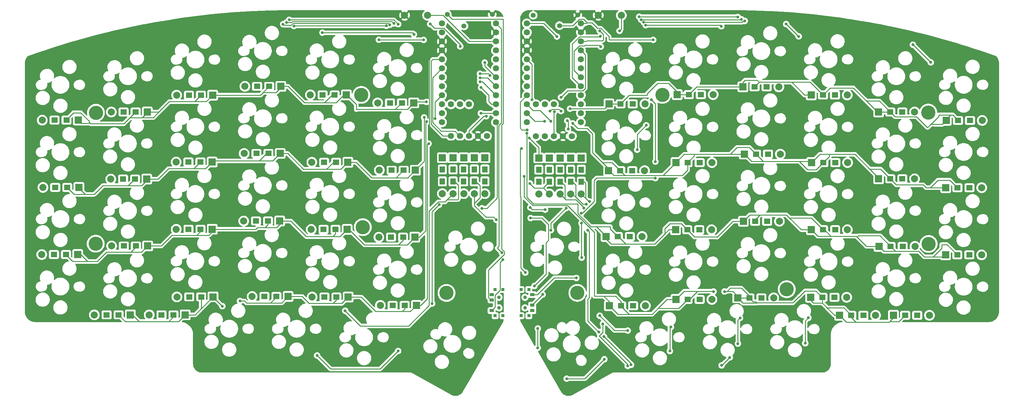
<source format=gtl>
%TF.GenerationSoftware,KiCad,Pcbnew,(6.0.10)*%
%TF.CreationDate,2023-10-04T19:43:37-05:00*%
%TF.ProjectId,RunType58,52756e54-7970-4653-9538-2e6b69636164,rev?*%
%TF.SameCoordinates,Original*%
%TF.FileFunction,Copper,L1,Top*%
%TF.FilePolarity,Positive*%
%FSLAX46Y46*%
G04 Gerber Fmt 4.6, Leading zero omitted, Abs format (unit mm)*
G04 Created by KiCad (PCBNEW (6.0.10)) date 2023-10-04 19:43:37*
%MOMM*%
%LPD*%
G01*
G04 APERTURE LIST*
%TA.AperFunction,ComponentPad*%
%ADD10R,1.998980X1.998980*%
%TD*%
%TA.AperFunction,ComponentPad*%
%ADD11R,1.500000X1.800000*%
%TD*%
%TA.AperFunction,ComponentPad*%
%ADD12C,1.998980*%
%TD*%
%TA.AperFunction,ComponentPad*%
%ADD13R,1.800000X1.500000*%
%TD*%
%TA.AperFunction,ComponentPad*%
%ADD14C,1.752600*%
%TD*%
%TA.AperFunction,WasherPad*%
%ADD15C,1.000000*%
%TD*%
%TA.AperFunction,SMDPad,CuDef*%
%ADD16R,0.900000X0.900000*%
%TD*%
%TA.AperFunction,SMDPad,CuDef*%
%ADD17R,1.250000X0.900000*%
%TD*%
%TA.AperFunction,ComponentPad*%
%ADD18C,4.000000*%
%TD*%
%TA.AperFunction,ComponentPad*%
%ADD19C,2.000000*%
%TD*%
%TA.AperFunction,ComponentPad*%
%ADD20C,1.397000*%
%TD*%
%TA.AperFunction,ViaPad*%
%ADD21C,0.800000*%
%TD*%
%TA.AperFunction,Conductor*%
%ADD22C,0.250000*%
%TD*%
G04 APERTURE END LIST*
D10*
%TO.P,D58,1,K*%
%TO.N,ROWL4*%
X149320000Y-64720000D03*
D11*
X149317460Y-68020000D03*
%TO.P,D58,2,A*%
%TO.N,Net-(D58-Pad2)*%
X149317460Y-71420000D03*
D12*
X149320000Y-74880000D03*
%TD*%
D11*
%TO.P,D55,1,K*%
%TO.N,ROWL4*%
X152317460Y-68020000D03*
D10*
X152320000Y-64720000D03*
D12*
%TO.P,D55,2,A*%
%TO.N,Net-(D55-Pad2)*%
X152320000Y-74880000D03*
D11*
X152317460Y-71420000D03*
%TD*%
D10*
%TO.P,D57,1,K*%
%TO.N,ROWL4*%
X146312540Y-64720000D03*
D11*
X146310000Y-68020000D03*
%TO.P,D57,2,A*%
%TO.N,Net-(D57-Pad2)*%
X146310000Y-71420000D03*
D12*
X146312540Y-74880000D03*
%TD*%
D13*
%TO.P,D25,1,K*%
%TO.N,ROW3*%
X212500000Y-104800000D03*
D10*
X209200000Y-104797460D03*
D12*
%TO.P,D25,2,A*%
%TO.N,Net-(D25-Pad2)*%
X219360000Y-104797460D03*
D13*
X215900000Y-104800000D03*
%TD*%
D14*
%TO.P,Display1,1,MOSI*%
%TO.N,MOSIL*%
X145730000Y-58607312D03*
%TO.P,Display1,2,SCK*%
%TO.N,SCKL*%
X148270000Y-58607312D03*
%TO.P,Display1,3,VCC*%
%TO.N,+3.3VA*%
X150810000Y-58607312D03*
%TO.P,Display1,4,GND*%
%TO.N,GND1*%
X153350000Y-58607312D03*
%TO.P,Display1,5,CS*%
%TO.N,CSL*%
X155890000Y-58607312D03*
%TD*%
D15*
%TO.P,SW_POWER2,*%
%TO.N,*%
X159300000Y-107200000D03*
X159300000Y-104200000D03*
D16*
%TO.P,SW_POWER2,0*%
%TO.N,N/C*%
X158200000Y-109400000D03*
X160400000Y-102000000D03*
X160400000Y-109400000D03*
X158200000Y-102000000D03*
D17*
%TO.P,SW_POWER2,1,A*%
%TO.N,RAWL*%
X157225000Y-107950000D03*
%TO.P,SW_POWER2,2,B*%
%TO.N,BTL+*%
X157225000Y-104950000D03*
%TO.P,SW_POWER2,3,C*%
%TO.N,unconnected-(SW_POWER2-Pad3)*%
X157225000Y-103450000D03*
%TD*%
D13*
%TO.P,D46,1,K*%
%TO.N,ROWL2*%
X37100000Y-92110000D03*
D10*
X40400000Y-92112540D03*
D12*
%TO.P,D46,2,A*%
%TO.N,Net-(D46-Pad2)*%
X30240000Y-92112540D03*
D13*
X33700000Y-92110000D03*
%TD*%
D18*
%TO.P,H10,1*%
%TO.N,N/C*%
X240470000Y-101930000D03*
%TD*%
D11*
%TO.P,D56,1,K*%
%TO.N,ROWL4*%
X143300000Y-68020000D03*
D10*
X143302540Y-64720000D03*
D12*
%TO.P,D56,2,A*%
%TO.N,Net-(D56-Pad2)*%
X143302540Y-74880000D03*
D11*
X143300000Y-71420000D03*
%TD*%
D13*
%TO.P,D38,1,K*%
%TO.N,ROWL1*%
X113330000Y-66010000D03*
D10*
X116630000Y-66012540D03*
D13*
%TO.P,D38,2,A*%
%TO.N,Net-(D38-Pad2)*%
X109930000Y-66010000D03*
D12*
X106470000Y-66012540D03*
%TD*%
D18*
%TO.P,H5,1*%
%TO.N,N/C*%
X120840000Y-84370000D03*
%TD*%
D10*
%TO.P,D51,1,K*%
%TO.N,ROWL3*%
X116720000Y-104122540D03*
D13*
X113420000Y-104120000D03*
D12*
%TO.P,D51,2,A*%
%TO.N,Net-(D51-Pad2)*%
X106560000Y-104122540D03*
D13*
X110020000Y-104120000D03*
%TD*%
D10*
%TO.P,D7,1,K*%
%TO.N,ROW1*%
X285340000Y-73200000D03*
D13*
X288640000Y-73202540D03*
D12*
%TO.P,D7,2,A*%
%TO.N,Net-(D7-Pad2)*%
X295500000Y-73200000D03*
D13*
X292040000Y-73202540D03*
%TD*%
D14*
%TO.P,U1,1,TX0/P0.06*%
%TO.N,CSR*%
X167160000Y-26770453D03*
%TO.P,U1,2,RX1/P0.08*%
%TO.N,unconnected-(U1-Pad2)*%
X167160000Y-29310453D03*
%TO.P,U1,3,GND*%
%TO.N,GND*%
X167160000Y-31850453D03*
%TO.P,U1,4,GND*%
X167160000Y-34390453D03*
%TO.P,U1,5,P0.17*%
%TO.N,MOSIR*%
X167160000Y-36930453D03*
%TO.P,U1,6,P0.20*%
%TO.N,SCKR*%
X167160000Y-39470453D03*
%TO.P,U1,7,P0.22*%
%TO.N,ROW4*%
X167160000Y-42010453D03*
%TO.P,U1,8,P0.24*%
%TO.N,ROW3*%
X167160000Y-44550453D03*
%TO.P,U1,9,P1.00*%
%TO.N,ROW2*%
X167160000Y-47090453D03*
%TO.P,U1,10,P0.11*%
%TO.N,ROW1*%
X167160000Y-49630453D03*
%TO.P,U1,11,P1.04*%
%TO.N,ROW0*%
X167160000Y-52170453D03*
%TO.P,U1,12,P1.06*%
%TO.N,unconnected-(U1-Pad12)*%
X167160000Y-54710453D03*
%TO.P,U1,13,NFC1/P0.09*%
%TO.N,COL6*%
X182400000Y-54710453D03*
%TO.P,U1,14,NFC2/P0.10*%
%TO.N,COL5*%
X182400000Y-52170453D03*
%TO.P,U1,15,P1.11*%
%TO.N,COL4*%
X182400000Y-49630453D03*
%TO.P,U1,16,P1.13*%
%TO.N,COL3*%
X182400000Y-47090453D03*
%TO.P,U1,17,P1.15*%
%TO.N,COL2*%
X182400000Y-44550453D03*
%TO.P,U1,18,AIN0/P0.02*%
%TO.N,COL1*%
X182400000Y-42010453D03*
%TO.P,U1,19,AIN5/P0.29*%
%TO.N,COL0*%
X182400000Y-39470453D03*
%TO.P,U1,20,AIN7/P0.31*%
%TO.N,unconnected-(U1-Pad20)*%
X182400000Y-36930453D03*
%TO.P,U1,21,VCC*%
%TO.N,+3V3*%
X182400000Y-34390453D03*
%TO.P,U1,22,RST*%
%TO.N,RESETR*%
X182400000Y-31850453D03*
%TO.P,U1,23,GND*%
%TO.N,GND*%
X182400000Y-29310453D03*
%TO.P,U1,24,BATIN/P0.04*%
%TO.N,RAWR*%
X182400000Y-26770453D03*
%TO.P,U1,31,P1.01*%
%TO.N,unconnected-(U1-Pad31)*%
X169700000Y-49630453D03*
%TO.P,U1,32,P1.02*%
%TO.N,unconnected-(U1-Pad32)*%
X172240000Y-49630453D03*
%TO.P,U1,33,P1.07*%
%TO.N,unconnected-(U1-Pad33)*%
X174780000Y-49630453D03*
%TD*%
D13*
%TO.P,D10,1,K*%
%TO.N,ROW1*%
X269700000Y-70700000D03*
D10*
X266400000Y-70697460D03*
D13*
%TO.P,D10,2,A*%
%TO.N,Net-(D10-Pad2)*%
X273100000Y-70700000D03*
D12*
X276560000Y-70697460D03*
%TD*%
D10*
%TO.P,D24,1,K*%
%TO.N,ROW3*%
X190440000Y-106600000D03*
D13*
X193740000Y-106602540D03*
D12*
%TO.P,D24,2,A*%
%TO.N,Net-(D24-Pad2)*%
X200600000Y-106600000D03*
D13*
X197140000Y-106602540D03*
%TD*%
D10*
%TO.P,D52,1,K*%
%TO.N,ROWL4*%
X155320000Y-64720000D03*
D11*
X155317460Y-68020000D03*
D12*
%TO.P,D52,2,A*%
%TO.N,Net-(D52-Pad2)*%
X155320000Y-74880000D03*
D11*
X155317460Y-71420000D03*
%TD*%
D13*
%TO.P,D22,1,K*%
%TO.N,ROW3*%
X250540000Y-104200000D03*
D10*
X247240000Y-104197460D03*
D13*
%TO.P,D22,2,A*%
%TO.N,Net-(D22-Pad2)*%
X253940000Y-104200000D03*
D12*
X257400000Y-104197460D03*
%TD*%
D10*
%TO.P,D14,1,K*%
%TO.N,ROW2*%
X228240000Y-82700000D03*
D13*
X231540000Y-82702540D03*
%TO.P,D14,2,A*%
%TO.N,Net-(D14-Pad2)*%
X234940000Y-82702540D03*
D12*
X238400000Y-82700000D03*
%TD*%
D14*
%TO.P,Display2,1,MOSI*%
%TO.N,MOSIR*%
X169700000Y-58630000D03*
%TO.P,Display2,2,SCK*%
%TO.N,SCKR*%
X172240000Y-58630000D03*
%TO.P,Display2,3,VCC*%
%TO.N,+3V3*%
X174780000Y-58630000D03*
%TO.P,Display2,4,GND*%
%TO.N,GND*%
X177320000Y-58630000D03*
%TO.P,Display2,5,CS*%
%TO.N,CSR*%
X179860000Y-58630000D03*
%TD*%
D13*
%TO.P,D34,1,K*%
%TO.N,ROWL0*%
X112910000Y-46950000D03*
D10*
X116210000Y-46952540D03*
D12*
%TO.P,D34,2,A*%
%TO.N,Net-(D34-Pad2)*%
X106050000Y-46952540D03*
D13*
X109510000Y-46950000D03*
%TD*%
%TO.P,D35,1,K*%
%TO.N,ROWL0*%
X131910000Y-49220000D03*
D10*
X135210000Y-49222540D03*
D12*
%TO.P,D35,2,A*%
%TO.N,Net-(D35-Pad2)*%
X125050000Y-49222540D03*
D13*
X128510000Y-49220000D03*
%TD*%
D18*
%TO.P,H2,1*%
%TO.N,N/C*%
X280520000Y-89110000D03*
%TD*%
D10*
%TO.P,D17,1,K*%
%TO.N,ROW2*%
X189500000Y-86997460D03*
D13*
X192800000Y-87000000D03*
%TO.P,D17,2,A*%
%TO.N,Net-(D17-Pad2)*%
X196200000Y-87000000D03*
D12*
X199660000Y-86997460D03*
%TD*%
D13*
%TO.P,D8,1,K*%
%TO.N,ROW1*%
X231800000Y-63700000D03*
D10*
X228500000Y-63697460D03*
D12*
%TO.P,D8,2,A*%
%TO.N,Net-(D8-Pad2)*%
X238660000Y-63697460D03*
D13*
X235200000Y-63700000D03*
%TD*%
D10*
%TO.P,D33,1,K*%
%TO.N,ROWL0*%
X97730000Y-44552540D03*
D13*
X94430000Y-44550000D03*
D12*
%TO.P,D33,2,A*%
%TO.N,Net-(D33-Pad2)*%
X87570000Y-44552540D03*
D13*
X91030000Y-44550000D03*
%TD*%
D10*
%TO.P,D20,1,K*%
%TO.N,ROW3*%
X270600000Y-109297460D03*
D13*
X273900000Y-109300000D03*
D12*
%TO.P,D20,2,A*%
%TO.N,Net-(D20-Pad2)*%
X280760000Y-109297460D03*
D13*
X277300000Y-109300000D03*
%TD*%
D19*
%TO.P,RSW2,1,1*%
%TO.N,GND1*%
X132638391Y-24453874D03*
%TO.P,RSW2,2,2*%
%TO.N,RESETL*%
X139138391Y-24453874D03*
%TD*%
D10*
%TO.P,D49,1,K*%
%TO.N,ROWL3*%
X78560000Y-104082540D03*
D13*
X75260000Y-104080000D03*
%TO.P,D49,2,A*%
%TO.N,Net-(D49-Pad2)*%
X71860000Y-104080000D03*
D12*
X68400000Y-104082540D03*
%TD*%
D13*
%TO.P,D47,1,K*%
%TO.N,ROWL2*%
X56820000Y-89680000D03*
D10*
X60120000Y-89682540D03*
D13*
%TO.P,D47,2,A*%
%TO.N,Net-(D47-Pad2)*%
X53420000Y-89680000D03*
D12*
X49960000Y-89682540D03*
%TD*%
D10*
%TO.P,D6,1,K*%
%TO.N,ROW0*%
X209550000Y-46877460D03*
D13*
X212850000Y-46880000D03*
D12*
%TO.P,D6,2,A*%
%TO.N,Net-(D6-Pad2)*%
X219710000Y-46877460D03*
D13*
X216250000Y-46880000D03*
%TD*%
D10*
%TO.P,D9,1,K*%
%TO.N,ROW1*%
X247500000Y-66097460D03*
D13*
X250800000Y-66100000D03*
%TO.P,D9,2,A*%
%TO.N,Net-(D9-Pad2)*%
X254200000Y-66100000D03*
D12*
X257660000Y-66097460D03*
%TD*%
D13*
%TO.P,D43,1,K*%
%TO.N,ROWL2*%
X75060000Y-84950000D03*
D10*
X78360000Y-84952540D03*
D13*
%TO.P,D43,2,A*%
%TO.N,Net-(D43-Pad2)*%
X71660000Y-84950000D03*
D12*
X68200000Y-84952540D03*
%TD*%
D10*
%TO.P,D54,1,K*%
%TO.N,ROWL3*%
X70740000Y-109162540D03*
D13*
X67440000Y-109160000D03*
D12*
%TO.P,D54,2,A*%
%TO.N,Net-(D54-Pad2)*%
X60580000Y-109162540D03*
D13*
X64040000Y-109160000D03*
%TD*%
D10*
%TO.P,D13,1,K*%
%TO.N,ROW2*%
X285300000Y-92197460D03*
D13*
X288600000Y-92200000D03*
%TO.P,D13,2,A*%
%TO.N,Net-(D13-Pad2)*%
X292000000Y-92200000D03*
D12*
X295460000Y-92197460D03*
%TD*%
D18*
%TO.P,H9,1*%
%TO.N,N/C*%
X280430000Y-51960000D03*
%TD*%
D13*
%TO.P,D36,1,K*%
%TO.N,ROWL1*%
X75030000Y-65960000D03*
D10*
X78330000Y-65962540D03*
D13*
%TO.P,D36,2,A*%
%TO.N,Net-(D36-Pad2)*%
X71630000Y-65960000D03*
D12*
X68170000Y-65962540D03*
%TD*%
D18*
%TO.P,H7,1*%
%TO.N,N/C*%
X45540000Y-52020000D03*
%TD*%
D10*
%TO.P,D32,1,K*%
%TO.N,ROWL0*%
X78480000Y-47032540D03*
D13*
X75180000Y-47030000D03*
D12*
%TO.P,D32,2,A*%
%TO.N,Net-(D32-Pad2)*%
X68320000Y-47032540D03*
D13*
X71780000Y-47030000D03*
%TD*%
D10*
%TO.P,D44,1,K*%
%TO.N,ROWL2*%
X97400000Y-82632540D03*
D13*
X94100000Y-82630000D03*
%TO.P,D44,2,A*%
%TO.N,Net-(D44-Pad2)*%
X90700000Y-82630000D03*
D12*
X87240000Y-82632540D03*
%TD*%
D10*
%TO.P,D3,1,K*%
%TO.N,ROW0*%
X228100000Y-44697460D03*
D13*
X231400000Y-44700000D03*
%TO.P,D3,2,A*%
%TO.N,Net-(D3-Pad2)*%
X234800000Y-44700000D03*
D12*
X238260000Y-44697460D03*
%TD*%
D13*
%TO.P,D4,1,K*%
%TO.N,ROW0*%
X250700000Y-47000000D03*
D10*
X247400000Y-46997460D03*
D13*
%TO.P,D4,2,A*%
%TO.N,Net-(D4-Pad2)*%
X254100000Y-47000000D03*
D12*
X257560000Y-46997460D03*
%TD*%
D11*
%TO.P,D27,1,K*%
%TO.N,ROW4*%
X176500000Y-68100000D03*
D10*
X176502540Y-64800000D03*
D12*
%TO.P,D27,2,A*%
%TO.N,Net-(D27-Pad2)*%
X176502540Y-74960000D03*
D11*
X176500000Y-71500000D03*
%TD*%
%TO.P,D29,1,K*%
%TO.N,ROW4*%
X173500000Y-68100000D03*
D10*
X173502540Y-64800000D03*
D11*
%TO.P,D29,2,A*%
%TO.N,Net-(D29-Pad2)*%
X173500000Y-71500000D03*
D12*
X173502540Y-74960000D03*
%TD*%
D10*
%TO.P,D48,1,K*%
%TO.N,ROWL3*%
X135960000Y-106482540D03*
D13*
X132660000Y-106480000D03*
%TO.P,D48,2,A*%
%TO.N,Net-(D48-Pad2)*%
X129260000Y-106480000D03*
D12*
X125800000Y-106482540D03*
%TD*%
D18*
%TO.P,H1,1*%
%TO.N,N/C*%
X120420000Y-46960000D03*
%TD*%
D20*
%TO.P,BatEntry2,1,1*%
%TO.N,BTL+*%
X144700000Y-24200000D03*
%TD*%
D19*
%TO.P,RSW1,1,1*%
%TO.N,GND*%
X187300151Y-24471047D03*
%TO.P,RSW1,2,2*%
%TO.N,RESETR*%
X193800151Y-24471047D03*
%TD*%
D13*
%TO.P,D1,1,K*%
%TO.N,ROW0*%
X193600000Y-49500000D03*
D10*
X190300000Y-49497460D03*
D13*
%TO.P,D1,2,A*%
%TO.N,Net-(D1-Pad2)*%
X197000000Y-49500000D03*
D12*
X200460000Y-49497460D03*
%TD*%
D10*
%TO.P,D19,1,K*%
%TO.N,ROW3*%
X170502540Y-64800000D03*
D11*
X170500000Y-68100000D03*
D12*
%TO.P,D19,2,A*%
%TO.N,Net-(D19-Pad2)*%
X170502540Y-74960000D03*
D11*
X170500000Y-71500000D03*
%TD*%
D10*
%TO.P,D12,1,K*%
%TO.N,ROW1*%
X209200000Y-66097460D03*
D13*
X212500000Y-66100000D03*
D12*
%TO.P,D12,2,A*%
%TO.N,Net-(D12-Pad2)*%
X219360000Y-66097460D03*
D13*
X215900000Y-66100000D03*
%TD*%
D10*
%TO.P,D50,1,K*%
%TO.N,ROWL3*%
X99780000Y-103972540D03*
D13*
X96480000Y-103970000D03*
%TO.P,D50,2,A*%
%TO.N,Net-(D50-Pad2)*%
X93080000Y-103970000D03*
D12*
X89620000Y-103972540D03*
%TD*%
D18*
%TO.P,H6,1*%
%TO.N,N/C*%
X144470000Y-102970000D03*
%TD*%
D13*
%TO.P,D2,1,K*%
%TO.N,ROW0*%
X288800000Y-54200000D03*
D10*
X285500000Y-54197460D03*
D12*
%TO.P,D2,2,A*%
%TO.N,Net-(D2-Pad2)*%
X295660000Y-54197460D03*
D13*
X292200000Y-54200000D03*
%TD*%
D20*
%TO.P,Bat+2,1,1*%
%TO.N,RAWL*%
X149400000Y-27466500D03*
%TD*%
D18*
%TO.P,H3,1*%
%TO.N,N/C*%
X181390000Y-102950000D03*
%TD*%
D10*
%TO.P,D21,1,K*%
%TO.N,ROW3*%
X226630000Y-104347460D03*
D13*
X229930000Y-104350000D03*
D12*
%TO.P,D21,2,A*%
%TO.N,Net-(D21-Pad2)*%
X236790000Y-104347460D03*
D13*
X233330000Y-104350000D03*
%TD*%
%TO.P,D5,1,K*%
%TO.N,ROW0*%
X269700000Y-51800000D03*
D10*
X266400000Y-51797460D03*
D13*
%TO.P,D5,2,A*%
%TO.N,Net-(D5-Pad2)*%
X273100000Y-51800000D03*
D12*
X276560000Y-51797460D03*
%TD*%
D20*
%TO.P,BatEntry1,1,1*%
%TO.N,BTR+*%
X168946500Y-24450000D03*
%TD*%
D13*
%TO.P,D53,1,K*%
%TO.N,ROWL3*%
X51950000Y-109160000D03*
D10*
X55250000Y-109162540D03*
D13*
%TO.P,D53,2,A*%
%TO.N,Net-(D53-Pad2)*%
X48550000Y-109160000D03*
D12*
X45090000Y-109162540D03*
%TD*%
D10*
%TO.P,D23,1,K*%
%TO.N,ROW3*%
X255400000Y-109297460D03*
D13*
X258700000Y-109300000D03*
%TO.P,D23,2,A*%
%TO.N,Net-(D23-Pad2)*%
X262100000Y-109300000D03*
D12*
X265560000Y-109297460D03*
%TD*%
D10*
%TO.P,D11,1,K*%
%TO.N,ROW1*%
X190200000Y-68397460D03*
D13*
X193500000Y-68400000D03*
D12*
%TO.P,D11,2,A*%
%TO.N,Net-(D11-Pad2)*%
X200360000Y-68397460D03*
D13*
X196900000Y-68400000D03*
%TD*%
D10*
%TO.P,D31,1,K*%
%TO.N,ROWL0*%
X60040000Y-51802540D03*
D13*
X56740000Y-51800000D03*
%TO.P,D31,2,A*%
%TO.N,Net-(D31-Pad2)*%
X53340000Y-51800000D03*
D12*
X49880000Y-51802540D03*
%TD*%
D10*
%TO.P,D26,1,K*%
%TO.N,ROW4*%
X182502540Y-64800000D03*
D11*
X182500000Y-68100000D03*
D12*
%TO.P,D26,2,A*%
%TO.N,Net-(D26-Pad2)*%
X182502540Y-74960000D03*
D11*
X182500000Y-71500000D03*
%TD*%
D13*
%TO.P,D15,1,K*%
%TO.N,ROW2*%
X250740000Y-85102540D03*
D10*
X247440000Y-85100000D03*
D13*
%TO.P,D15,2,A*%
%TO.N,Net-(D15-Pad2)*%
X254140000Y-85102540D03*
D12*
X257600000Y-85100000D03*
%TD*%
D10*
%TO.P,D18,1,K*%
%TO.N,ROW2*%
X209100000Y-85097460D03*
D13*
X212400000Y-85100000D03*
D12*
%TO.P,D18,2,A*%
%TO.N,Net-(D18-Pad2)*%
X219260000Y-85097460D03*
D13*
X215800000Y-85100000D03*
%TD*%
D10*
%TO.P,D28,1,K*%
%TO.N,ROW4*%
X179502540Y-64800000D03*
D11*
X179500000Y-68100000D03*
%TO.P,D28,2,A*%
%TO.N,Net-(D28-Pad2)*%
X179500000Y-71500000D03*
D12*
X179502540Y-74960000D03*
%TD*%
D10*
%TO.P,D42,1,K*%
%TO.N,ROWL2*%
X135520000Y-87210000D03*
D13*
X132220000Y-87207460D03*
D12*
%TO.P,D42,2,A*%
%TO.N,Net-(D42-Pad2)*%
X125360000Y-87210000D03*
D13*
X128820000Y-87207460D03*
%TD*%
D15*
%TO.P,SW_POWER1,*%
%TO.N,*%
X166600000Y-107200000D03*
X166600000Y-104200000D03*
D16*
%TO.P,SW_POWER1,0*%
%TO.N,N/C*%
X165500000Y-102000000D03*
X167700000Y-109400000D03*
X165500000Y-109400000D03*
X167700000Y-102000000D03*
D17*
%TO.P,SW_POWER1,1,A*%
%TO.N,RAWR*%
X168675000Y-103450000D03*
%TO.P,SW_POWER1,2,B*%
%TO.N,BTR+*%
X168675000Y-106450000D03*
%TO.P,SW_POWER1,3,C*%
%TO.N,unconnected-(SW_POWER1-Pad3)*%
X168675000Y-107950000D03*
%TD*%
D18*
%TO.P,H4,1*%
%TO.N,N/C*%
X45470000Y-89040000D03*
%TD*%
D14*
%TO.P,U2,1,TX0/P0.06*%
%TO.N,CSL*%
X143190000Y-26766750D03*
%TO.P,U2,2,RX1/P0.08*%
%TO.N,unconnected-(U2-Pad2)*%
X143190000Y-29306750D03*
%TO.P,U2,3,GND*%
%TO.N,GND1*%
X143190000Y-31846750D03*
%TO.P,U2,4,GND*%
X143190000Y-34386750D03*
%TO.P,U2,5,P0.17*%
%TO.N,MOSIL*%
X143190000Y-36926750D03*
%TO.P,U2,6,P0.20*%
%TO.N,SCKL*%
X143190000Y-39466750D03*
%TO.P,U2,7,P0.22*%
%TO.N,ROWL4*%
X143190000Y-42006750D03*
%TO.P,U2,8,P0.24*%
%TO.N,ROWL3*%
X143190000Y-44546750D03*
%TO.P,U2,9,P1.00*%
%TO.N,ROWL2*%
X143190000Y-47086750D03*
%TO.P,U2,10,P0.11*%
%TO.N,ROWL1*%
X143190000Y-49626750D03*
%TO.P,U2,11,P1.04*%
%TO.N,ROWL0*%
X143190000Y-52166750D03*
%TO.P,U2,12,P1.06*%
%TO.N,unconnected-(U2-Pad12)*%
X143190000Y-54706750D03*
%TO.P,U2,13,NFC1/P0.09*%
%TO.N,LCOL6*%
X158430000Y-54706750D03*
%TO.P,U2,14,NFC2/P0.10*%
%TO.N,LCOL5*%
X158430000Y-52166750D03*
%TO.P,U2,15,P1.11*%
%TO.N,LCOL4*%
X158430000Y-49626750D03*
%TO.P,U2,16,P1.13*%
%TO.N,LCOL3*%
X158430000Y-47086750D03*
%TO.P,U2,17,P1.15*%
%TO.N,LCOL2*%
X158430000Y-44546750D03*
%TO.P,U2,18,AIN0/P0.02*%
%TO.N,LCOL1*%
X158430000Y-42006750D03*
%TO.P,U2,19,AIN5/P0.29*%
%TO.N,LCOL0*%
X158430000Y-39466750D03*
%TO.P,U2,20,AIN7/P0.31*%
%TO.N,unconnected-(U2-Pad20)*%
X158430000Y-36926750D03*
%TO.P,U2,21,VCC*%
%TO.N,+3.3VA*%
X158430000Y-34386750D03*
%TO.P,U2,22,RST*%
%TO.N,RESETL*%
X158430000Y-31846750D03*
%TO.P,U2,23,GND*%
%TO.N,GND1*%
X158430000Y-29306750D03*
%TO.P,U2,24,BATIN/P0.04*%
%TO.N,RAWL*%
X158430000Y-26766750D03*
%TO.P,U2,31,P1.01*%
%TO.N,unconnected-(U2-Pad31)*%
X145730000Y-49626750D03*
%TO.P,U2,32,P1.02*%
%TO.N,unconnected-(U2-Pad32)*%
X148270000Y-49626750D03*
%TO.P,U2,33,P1.07*%
%TO.N,unconnected-(U2-Pad33)*%
X150810000Y-49626750D03*
%TD*%
D13*
%TO.P,D45,1,K*%
%TO.N,ROWL2*%
X113150000Y-85000000D03*
D10*
X116450000Y-85002540D03*
D12*
%TO.P,D45,2,A*%
%TO.N,Net-(D45-Pad2)*%
X106290000Y-85002540D03*
D13*
X109750000Y-85000000D03*
%TD*%
D10*
%TO.P,D16,1,K*%
%TO.N,ROW2*%
X266500000Y-89797460D03*
D13*
X269800000Y-89800000D03*
D12*
%TO.P,D16,2,A*%
%TO.N,Net-(D16-Pad2)*%
X276660000Y-89797460D03*
D13*
X273200000Y-89800000D03*
%TD*%
%TO.P,D39,1,K*%
%TO.N,ROWL1*%
X132380000Y-68257460D03*
D10*
X135680000Y-68260000D03*
D12*
%TO.P,D39,2,A*%
%TO.N,Net-(D39-Pad2)*%
X125520000Y-68260000D03*
D13*
X128980000Y-68257460D03*
%TD*%
%TO.P,D37,1,K*%
%TO.N,ROWL1*%
X94220000Y-63520000D03*
D10*
X97520000Y-63522540D03*
D12*
%TO.P,D37,2,A*%
%TO.N,Net-(D37-Pad2)*%
X87360000Y-63522540D03*
D13*
X90820000Y-63520000D03*
%TD*%
D10*
%TO.P,D40,1,K*%
%TO.N,ROWL1*%
X40750000Y-73132540D03*
D13*
X37450000Y-73130000D03*
%TO.P,D40,2,A*%
%TO.N,Net-(D40-Pad2)*%
X34050000Y-73130000D03*
D12*
X30590000Y-73132540D03*
%TD*%
D18*
%TO.P,H8,1*%
%TO.N,N/C*%
X205400000Y-46950000D03*
%TD*%
D13*
%TO.P,D41,1,K*%
%TO.N,ROWL1*%
X56600000Y-70780000D03*
D10*
X59900000Y-70782540D03*
D13*
%TO.P,D41,2,A*%
%TO.N,Net-(D41-Pad2)*%
X53200000Y-70780000D03*
D12*
X49740000Y-70782540D03*
%TD*%
D20*
%TO.P,Bat+1,1,1*%
%TO.N,RAWR*%
X176350000Y-27376500D03*
%TD*%
%TO.P,BatGND2,1,1*%
%TO.N,GND1*%
X157370000Y-24220000D03*
%TD*%
D13*
%TO.P,D30,1,K*%
%TO.N,ROWL0*%
X37240000Y-54102540D03*
D10*
X40540000Y-54105080D03*
D12*
%TO.P,D30,2,A*%
%TO.N,Net-(D30-Pad2)*%
X30380000Y-54105080D03*
D13*
X33840000Y-54102540D03*
%TD*%
D20*
%TO.P,BatGND1,1,1*%
%TO.N,GND*%
X181510000Y-24380000D03*
%TD*%
D21*
%TO.N,ROW1*%
X180080000Y-55010000D03*
X173900000Y-54400000D03*
%TO.N,ROW2*%
X167210000Y-56860000D03*
X167100000Y-57800000D03*
%TO.N,Net-(D11-Pad2)*%
X198270000Y-62460000D03*
X200840000Y-55560000D03*
%TO.N,Net-(D26-Pad2)*%
X246600000Y-110000000D03*
X188600000Y-111700000D03*
X184800000Y-77100000D03*
X195600000Y-123600000D03*
X245700000Y-117200000D03*
%TO.N,Net-(D28-Pad2)*%
X188900000Y-115300000D03*
X187500000Y-114000000D03*
X196548211Y-123283930D03*
X224400000Y-121200000D03*
X183900000Y-77900000D03*
X226700000Y-117300000D03*
X184324500Y-85200000D03*
X227311256Y-110041646D03*
X222100000Y-123450501D03*
%TO.N,MOSIR*%
X168540000Y-48340000D03*
%TO.N,CSR*%
X175620000Y-30470000D03*
X178790000Y-56610000D03*
X178550000Y-54284057D03*
%TO.N,COL1*%
X188000000Y-33300000D03*
X195600000Y-113600000D03*
X187700000Y-109400000D03*
%TO.N,COL2*%
X187900000Y-30400000D03*
%TO.N,ROW0*%
X179325195Y-50860000D03*
X172110000Y-54400000D03*
X176777797Y-51543199D03*
X173650000Y-51580000D03*
%TO.N,ROW3*%
X167824500Y-59200000D03*
X166375500Y-70000000D03*
X222920000Y-102560000D03*
X219810000Y-102560000D03*
%TO.N,COL0*%
X178200000Y-78974500D03*
X173924500Y-85200000D03*
%TO.N,COL5*%
X227720000Y-25603653D03*
X199388368Y-25698994D03*
%TO.N,COL3*%
X222020000Y-27550000D03*
X200680000Y-27250000D03*
%TO.N,COL4*%
X200113368Y-26423494D03*
X228643420Y-26053653D03*
X243850000Y-30420000D03*
X240310000Y-26920000D03*
%TO.N,Net-(D19-Pad2)*%
X168100000Y-78800000D03*
X172300000Y-79400000D03*
%TO.N,Net-(D27-Pad2)*%
X183200000Y-79000000D03*
X207500000Y-119400000D03*
X207800000Y-112600000D03*
%TO.N,Net-(D29-Pad2)*%
X170230000Y-113030000D03*
X189000000Y-121700000D03*
X168200000Y-81800000D03*
X168000000Y-72000000D03*
X178400000Y-127200000D03*
X169300000Y-101000000D03*
X170190000Y-118490000D03*
%TO.N,COL6*%
X198830000Y-24870000D03*
X281120000Y-37760000D03*
X226650000Y-24940000D03*
X276090000Y-32790000D03*
%TO.N,+3V3*%
X174910000Y-51750000D03*
X176765500Y-47660000D03*
%TO.N,RAWR*%
X181100000Y-98730000D03*
X182500000Y-80400000D03*
X202300000Y-48320000D03*
X182620000Y-92980000D03*
X203400000Y-70500000D03*
X182569502Y-83230498D03*
X202800000Y-31400000D03*
X203410000Y-65820000D03*
%TO.N,BTR+*%
X165600000Y-62100000D03*
X171600000Y-103400000D03*
X166700000Y-97200000D03*
%TO.N,RAWL*%
X160400000Y-93500000D03*
X160075500Y-91600000D03*
%TO.N,RESETR*%
X193300000Y-28843548D03*
X187719764Y-28843548D03*
%TO.N,+3.3VA*%
X155700000Y-53000000D03*
%TO.N,ROWL0*%
X138797626Y-48945156D03*
%TO.N,ROWL1*%
X138149502Y-53340000D03*
%TO.N,ROWL2*%
X138874002Y-54500000D03*
X141274500Y-53660000D03*
%TO.N,ROWL3*%
X86180000Y-105240000D03*
X139420000Y-60760000D03*
X81200000Y-106710000D03*
%TO.N,Net-(D55-Pad2)*%
X158530000Y-82290000D03*
%TO.N,Net-(D56-Pad2)*%
X107950000Y-120650000D03*
X142382050Y-78002050D03*
X130810000Y-119380000D03*
X140390000Y-105970000D03*
%TO.N,Net-(D57-Pad2)*%
X115870000Y-108000000D03*
%TO.N,LCOL0*%
X148350000Y-33240000D03*
X156720231Y-41430000D03*
X139860000Y-26930950D03*
X153910000Y-40980000D03*
X130830000Y-26960000D03*
X100070000Y-25740000D03*
%TO.N,LCOL1*%
X155254710Y-37806862D03*
X99293142Y-26524500D03*
X129597701Y-26752299D03*
%TO.N,LCOL2*%
X98342056Y-26974500D03*
X128490000Y-27130000D03*
X153960000Y-42180000D03*
%TO.N,LCOL3*%
X127480000Y-27435396D03*
X153950000Y-43260000D03*
X101405170Y-27495824D03*
%TO.N,LCOL4*%
X109430000Y-29370000D03*
X135280000Y-29870000D03*
X154220000Y-44890000D03*
%TO.N,LCOL5*%
X154160000Y-52170000D03*
X138010000Y-31410000D03*
X125380000Y-31370000D03*
%TO.N,LCOL6*%
X154480000Y-79020000D03*
%TD*%
D22*
%TO.N,ROW1*%
X283100000Y-71100000D02*
X281000000Y-73200000D01*
X266400000Y-70400000D02*
X263950000Y-67950000D01*
X228422459Y-63775001D02*
X224524999Y-63775001D01*
X190200000Y-67800000D02*
X188500000Y-66100000D01*
X214424999Y-64175001D02*
X212500000Y-66100000D01*
X271400000Y-72400000D02*
X269700000Y-70700000D01*
X288640000Y-73202540D02*
X288602540Y-73202540D01*
X185700000Y-58000000D02*
X184180000Y-56480000D01*
X191200000Y-66100000D02*
X188500000Y-66100000D01*
X247500000Y-66097460D02*
X247147539Y-65744999D01*
X168929547Y-51400000D02*
X167160000Y-49630453D01*
X266400000Y-70697460D02*
X266400000Y-70400000D01*
X266950000Y-67950000D02*
X263950000Y-67950000D01*
X231800000Y-63700000D02*
X229900000Y-61800000D01*
X211522459Y-63775001D02*
X209200000Y-66097460D01*
X233755001Y-65744999D02*
X230547539Y-65744999D01*
X212500000Y-66100000D02*
X212500000Y-68200000D01*
X281000000Y-73200000D02*
X279800000Y-73200000D01*
X279800000Y-73200000D02*
X279000000Y-72400000D01*
X180080000Y-55010000D02*
X181550000Y-56480000D01*
X181550000Y-56480000D02*
X184180000Y-56480000D01*
X231800000Y-63700000D02*
X233755001Y-65655001D01*
X209200000Y-66097460D02*
X205575510Y-69721950D01*
X205078050Y-69721950D02*
X194821950Y-69721950D01*
X252475001Y-63775001D02*
X259775001Y-63775001D01*
X193500000Y-68400000D02*
X191200000Y-66100000D01*
X224524999Y-63775001D02*
X214424999Y-63775001D01*
X188500000Y-66100000D02*
X185700000Y-63300000D01*
X214424999Y-63775001D02*
X214424999Y-64175001D01*
X252475001Y-63775001D02*
X252475001Y-64424999D01*
X288602540Y-73202540D02*
X286500000Y-71100000D01*
X250800000Y-66100000D02*
X248800000Y-68100000D01*
X191721950Y-69721950D02*
X190397460Y-68397460D01*
X252475001Y-64424999D02*
X250800000Y-66100000D01*
X230547539Y-65744999D02*
X228500000Y-63697460D01*
X194821950Y-69721950D02*
X193500000Y-68400000D01*
X190200000Y-68397460D02*
X190200000Y-67800000D01*
X205575510Y-69721950D02*
X205078050Y-69721950D01*
X246410002Y-68100000D02*
X244055001Y-65744999D01*
X279000000Y-72400000D02*
X271400000Y-72400000D01*
X194821950Y-69721950D02*
X191721950Y-69721950D01*
X285340000Y-73200000D02*
X281000000Y-73200000D01*
X247147539Y-65744999D02*
X244055001Y-65744999D01*
X229900000Y-61800000D02*
X226500000Y-61800000D01*
X190397460Y-68397460D02*
X190200000Y-68397460D01*
X249822459Y-63775001D02*
X247500000Y-66097460D01*
X228500000Y-63697460D02*
X228422459Y-63775001D01*
X226500000Y-61800000D02*
X224524999Y-63775001D01*
X212500000Y-68200000D02*
X210978050Y-69721950D01*
X185700000Y-63300000D02*
X185700000Y-58000000D01*
X248800000Y-68100000D02*
X246410002Y-68100000D01*
X210978050Y-69721950D02*
X205078050Y-69721950D01*
X244055001Y-65744999D02*
X233755001Y-65744999D01*
X269700000Y-70700000D02*
X266950000Y-67950000D01*
X259775001Y-63775001D02*
X263950000Y-67950000D01*
X170900000Y-51400000D02*
X168929547Y-51400000D01*
X233755001Y-65655001D02*
X233755001Y-65744999D01*
X214424999Y-63775001D02*
X211522459Y-63775001D01*
X173900000Y-54400000D02*
X170900000Y-51400000D01*
X286500000Y-71100000D02*
X283100000Y-71100000D01*
X252475001Y-63775001D02*
X249822459Y-63775001D01*
%TO.N,ROW2*%
X209100000Y-85097460D02*
X207202540Y-85097460D01*
X252900000Y-86900000D02*
X249240000Y-86900000D01*
X193000000Y-87000000D02*
X192800000Y-87000000D01*
X181500000Y-77800000D02*
X169000000Y-77800000D01*
X212400000Y-85100000D02*
X210800000Y-83500000D01*
X247440000Y-85100000D02*
X244600000Y-85100000D01*
X240400000Y-80900000D02*
X232900000Y-80900000D01*
X249240000Y-86900000D02*
X247440000Y-85100000D01*
X284200000Y-90350000D02*
X281800000Y-92750000D01*
X230040000Y-80900000D02*
X228240000Y-82700000D01*
X190700000Y-84200000D02*
X186800000Y-84200000D01*
X271300000Y-91200000D02*
X277750000Y-91200000D01*
X241400000Y-81800000D02*
X241350000Y-81850000D01*
X181500000Y-80500000D02*
X181500000Y-77800000D01*
X207202540Y-85097460D02*
X206050000Y-86250000D01*
X165260000Y-48990453D02*
X167160000Y-47090453D01*
X185200000Y-84200000D02*
X181500000Y-80500000D01*
X279300000Y-92750000D02*
X281800000Y-92750000D01*
X284200000Y-89300000D02*
X284200000Y-90350000D01*
X190700000Y-84900000D02*
X190700000Y-84200000D01*
X165260000Y-56380000D02*
X165260000Y-48990453D01*
X192800000Y-87000000D02*
X190700000Y-84900000D01*
X167210000Y-56860000D02*
X165740000Y-56860000D01*
X250740000Y-85102540D02*
X251102540Y-85102540D01*
X203200000Y-89100000D02*
X206050000Y-86250000D01*
X250740000Y-85102540D02*
X247437460Y-81800000D01*
X225300000Y-82700000D02*
X220800000Y-87200000D01*
X260350000Y-87150000D02*
X260100000Y-86900000D01*
X285700000Y-89300000D02*
X284200000Y-89300000D01*
X210800000Y-83400000D02*
X207500000Y-83400000D01*
X190900000Y-89100000D02*
X189500000Y-87700000D01*
X241350000Y-81850000D02*
X240400000Y-80900000D01*
X266500000Y-89797460D02*
X262997460Y-89797460D01*
X271200000Y-91200000D02*
X271300000Y-91200000D01*
X220800000Y-87200000D02*
X220744999Y-87144999D01*
X288600000Y-92200000D02*
X285700000Y-89300000D01*
X189500000Y-87700000D02*
X189500000Y-86997460D01*
X247437460Y-81800000D02*
X241400000Y-81800000D01*
X210800000Y-83500000D02*
X210800000Y-83400000D01*
X165740000Y-56860000D02*
X165260000Y-56380000D01*
X267902540Y-91200000D02*
X266500000Y-89797460D01*
X281800000Y-92750000D02*
X284747460Y-92750000D01*
X186800000Y-84200000D02*
X185200000Y-84200000D01*
X206050000Y-84850000D02*
X206050000Y-86250000D01*
X260100000Y-86900000D02*
X252900000Y-86900000D01*
X195100000Y-89100000D02*
X193000000Y-87000000D01*
X167100000Y-75900000D02*
X167100000Y-57800000D01*
X228240000Y-82700000D02*
X225300000Y-82700000D01*
X269800000Y-89800000D02*
X271200000Y-91200000D01*
X203200000Y-89100000D02*
X195100000Y-89100000D01*
X214444999Y-87144999D02*
X212400000Y-85100000D01*
X207500000Y-83400000D02*
X206050000Y-84850000D01*
X251102540Y-85102540D02*
X252900000Y-86900000D01*
X232900000Y-80900000D02*
X230040000Y-80900000D01*
X244600000Y-85100000D02*
X241350000Y-81850000D01*
X260700000Y-86800000D02*
X260350000Y-87150000D01*
X284747460Y-92750000D02*
X285300000Y-92197460D01*
X169000000Y-77800000D02*
X167100000Y-75900000D01*
X262997460Y-89797460D02*
X260350000Y-87150000D01*
X277750000Y-91200000D02*
X279300000Y-92750000D01*
X189500000Y-86997460D02*
X189500000Y-86900000D01*
X231540000Y-82702540D02*
X231540000Y-82260000D01*
X189500000Y-86900000D02*
X186800000Y-84200000D01*
X231540000Y-82260000D02*
X232900000Y-80900000D01*
X195100000Y-89100000D02*
X190900000Y-89100000D01*
X266800000Y-86800000D02*
X260700000Y-86800000D01*
X269800000Y-89800000D02*
X266800000Y-86800000D01*
X271300000Y-91200000D02*
X267902540Y-91200000D01*
X220744999Y-87144999D02*
X214444999Y-87144999D01*
%TO.N,Net-(D11-Pad2)*%
X198270000Y-58130000D02*
X198270000Y-62460000D01*
X200840000Y-55560000D02*
X198270000Y-58130000D01*
%TO.N,Net-(D26-Pad2)*%
X187550000Y-115150000D02*
X195600000Y-123200000D01*
X245700000Y-117200000D02*
X245700000Y-110900000D01*
X183300000Y-71500000D02*
X182500000Y-71500000D01*
X184642540Y-77100000D02*
X183721270Y-76178730D01*
X183721270Y-76178730D02*
X182502540Y-74960000D01*
X187550000Y-115150000D02*
X188600000Y-114100000D01*
X245700000Y-110900000D02*
X246600000Y-110000000D01*
X183721270Y-71921270D02*
X183300000Y-71500000D01*
X184800000Y-77100000D02*
X184642540Y-77100000D01*
X195600000Y-123200000D02*
X195600000Y-123600000D01*
X188600000Y-114100000D02*
X188600000Y-111700000D01*
X183721270Y-76178730D02*
X183721270Y-71921270D01*
%TO.N,Net-(D28-Pad2)*%
X179996396Y-74960000D02*
X179502540Y-74960000D01*
X184730000Y-85605500D02*
X184324500Y-85200000D01*
X182936396Y-77900000D02*
X180918198Y-75881802D01*
X183900000Y-77900000D02*
X182936396Y-77900000D01*
X227311256Y-110041646D02*
X226700000Y-110652902D01*
X180918198Y-75881802D02*
X179996396Y-74960000D01*
X184324500Y-104665500D02*
X184730000Y-104260000D01*
X184324500Y-110924500D02*
X184324500Y-104665500D01*
X196548211Y-122948211D02*
X188900000Y-115300000D01*
X187500000Y-114000000D02*
X187400000Y-114000000D01*
X222100000Y-123450501D02*
X222149499Y-123450501D01*
X226700000Y-110652902D02*
X226700000Y-117300000D01*
X222149499Y-123450501D02*
X224400000Y-121200000D01*
X187400000Y-114000000D02*
X184324500Y-110924500D01*
X196548211Y-123283930D02*
X196548211Y-122948211D01*
X180918198Y-72418198D02*
X180000000Y-71500000D01*
X180000000Y-71500000D02*
X179500000Y-71500000D01*
X184730000Y-104260000D02*
X184730000Y-85605500D01*
X180918198Y-75881802D02*
X180918198Y-72418198D01*
%TO.N,MOSIL*%
X143475068Y-58607312D02*
X145730000Y-58607312D01*
X140573250Y-36926750D02*
X140100000Y-37400000D01*
X140100000Y-55232244D02*
X143475068Y-58607312D01*
X140100000Y-37400000D02*
X140100000Y-55232244D01*
X143190000Y-36926750D02*
X140573250Y-36926750D01*
%TO.N,SCKL*%
X142938700Y-57188700D02*
X140550000Y-54800000D01*
X148270000Y-58607312D02*
X146851388Y-57188700D01*
X146851388Y-57188700D02*
X142938700Y-57188700D01*
X140550000Y-42106750D02*
X143190000Y-39466750D01*
X140550000Y-54800000D02*
X140550000Y-42106750D01*
%TO.N,MOSIR*%
X168540000Y-38310453D02*
X167160000Y-36930453D01*
X168540000Y-48340000D02*
X168540000Y-38310453D01*
%TO.N,CSR*%
X171920453Y-26770453D02*
X167160000Y-26770453D01*
X175620000Y-30470000D02*
X171920453Y-26770453D01*
X178550000Y-54284057D02*
X178790000Y-54524057D01*
X178790000Y-54524057D02*
X178790000Y-56610000D01*
%TO.N,COL1*%
X187700000Y-109400000D02*
X191900000Y-113600000D01*
X187649153Y-32949153D02*
X183540847Y-32949153D01*
X181950652Y-33100000D02*
X180400000Y-34650652D01*
X188000000Y-33300000D02*
X187649153Y-32949153D01*
X183390000Y-33100000D02*
X181950652Y-33100000D01*
X180400000Y-40010453D02*
X182400000Y-42010453D01*
X180400000Y-34650652D02*
X180400000Y-40010453D01*
X191900000Y-113600000D02*
X195600000Y-113600000D01*
X183540847Y-32949153D02*
X183390000Y-33100000D01*
%TO.N,COL2*%
X187770000Y-30530000D02*
X182021558Y-30530000D01*
X182021558Y-30530000D02*
X179950000Y-32601558D01*
X179950000Y-42100453D02*
X182400000Y-44550453D01*
X179950000Y-32601558D02*
X179950000Y-42100453D01*
X187900000Y-30400000D02*
X187770000Y-30530000D01*
%TO.N,ROW0*%
X189178412Y-50831753D02*
X179353442Y-50831753D01*
X201066498Y-46673502D02*
X201066498Y-47096498D01*
X263150000Y-48850000D02*
X259300000Y-45000000D01*
X212850000Y-46880000D02*
X209552540Y-46880000D01*
X176777797Y-51543199D02*
X176234598Y-51000000D01*
X280995000Y-55405000D02*
X280210000Y-56190000D01*
X266600000Y-48700000D02*
X263000000Y-48700000D01*
X269700000Y-51800000D02*
X266600000Y-48700000D01*
X263000000Y-48700000D02*
X263150000Y-48850000D01*
X228700000Y-42800000D02*
X228100000Y-43400000D01*
X204030000Y-43710000D02*
X201066498Y-46673502D01*
X209550000Y-46160000D02*
X207100000Y-43710000D01*
X196003502Y-47096498D02*
X193600000Y-49500000D01*
X232154060Y-42800000D02*
X228700000Y-42800000D01*
X207100000Y-43710000D02*
X204030000Y-43710000D01*
X288800000Y-54100000D02*
X287330000Y-52630000D01*
X266402540Y-51800000D02*
X266400000Y-51797460D01*
X228100000Y-43400000D02*
X228100000Y-44697460D01*
X288800000Y-54200000D02*
X288800000Y-54100000D01*
X241872970Y-43372970D02*
X232727030Y-43372970D01*
X283370000Y-52630000D02*
X283370000Y-53040000D01*
X174230000Y-51000000D02*
X173650000Y-51580000D01*
X201066498Y-47096498D02*
X196003502Y-47096498D01*
X252700000Y-45000000D02*
X250700000Y-47000000D01*
X285500000Y-54197460D02*
X284417460Y-55280000D01*
X283370000Y-53040000D02*
X281005000Y-55405000D01*
X282050000Y-55280000D02*
X282030000Y-55260000D01*
X280210000Y-56190000D02*
X277141950Y-53121950D01*
X193600000Y-49500000D02*
X190510165Y-49500000D01*
X286780000Y-52630000D02*
X283370000Y-52630000D01*
X247400000Y-46997460D02*
X245497460Y-46997460D01*
X245497460Y-46997460D02*
X241872970Y-43372970D01*
X232727030Y-43372970D02*
X232154060Y-42800000D01*
X215032540Y-44697460D02*
X212850000Y-46880000D01*
X269856100Y-51800000D02*
X266402540Y-51800000D01*
X172110000Y-54400000D02*
X169389547Y-54400000D01*
X281140000Y-55260000D02*
X280995000Y-55405000D01*
X285500000Y-54197460D02*
X285500000Y-53910000D01*
X259300000Y-45000000D02*
X252700000Y-45000000D01*
X266100000Y-51800000D02*
X263150000Y-48850000D01*
X179353442Y-50831753D02*
X179325195Y-50860000D01*
X284417460Y-55280000D02*
X282050000Y-55280000D01*
X190510165Y-49500000D02*
X189178412Y-50831753D01*
X176234598Y-51000000D02*
X174230000Y-51000000D01*
X287330000Y-52630000D02*
X286780000Y-52630000D01*
X169389547Y-54400000D02*
X167160000Y-52170453D01*
X285500000Y-53910000D02*
X286780000Y-52630000D01*
X232727030Y-43372970D02*
X231400000Y-44700000D01*
X282030000Y-55260000D02*
X281140000Y-55260000D01*
X250700000Y-47000000D02*
X247072970Y-43372970D01*
X277141950Y-53121950D02*
X271021950Y-53121950D01*
X209550000Y-46877460D02*
X209550000Y-46160000D01*
X271021950Y-53121950D02*
X269700000Y-51800000D01*
X281005000Y-55405000D02*
X280995000Y-55405000D01*
X228100000Y-44697460D02*
X215032540Y-44697460D01*
X247072970Y-43372970D02*
X241872970Y-43372970D01*
%TO.N,ROW3*%
X212500000Y-104800000D02*
X213000000Y-104800000D01*
X215302540Y-102497460D02*
X219747460Y-102497460D01*
X204400000Y-107100000D02*
X202500000Y-109000000D01*
X188900000Y-103900000D02*
X186200000Y-103900000D01*
X225252540Y-102497460D02*
X223697460Y-102497460D01*
X257302540Y-111200000D02*
X255400000Y-109297460D01*
X227640000Y-101620000D02*
X224574920Y-101620000D01*
X196000000Y-109000000D02*
X192840000Y-109000000D01*
X245620000Y-102400000D02*
X243840000Y-104180000D01*
X166375500Y-75811896D02*
X166375500Y-70000000D01*
X232140000Y-105820000D02*
X228102540Y-105820000D01*
X213000000Y-104800000D02*
X215302540Y-102497460D01*
X224574920Y-101620000D02*
X223877460Y-102317460D01*
X242210000Y-105770000D02*
X232190000Y-105770000D01*
X229930000Y-104350000D02*
X229930000Y-103910000D01*
X232190000Y-105770000D02*
X232140000Y-105820000D01*
X255400000Y-109297460D02*
X253997460Y-109297460D01*
X226630000Y-103874920D02*
X225252540Y-102497460D01*
X258700000Y-109300000D02*
X256600000Y-107200000D01*
X247240000Y-105040000D02*
X247240000Y-104197460D01*
X231021950Y-105441950D02*
X231751950Y-105441950D01*
X229930000Y-103910000D02*
X227640000Y-101620000D01*
X232080000Y-105770000D02*
X232190000Y-105770000D01*
X243800000Y-104180000D02*
X242210000Y-105770000D01*
X219747460Y-102497460D02*
X219810000Y-102560000D01*
X215302540Y-102497460D02*
X211500000Y-102497460D01*
X193740000Y-106602540D02*
X193740000Y-105440000D01*
X190440000Y-105440000D02*
X188900000Y-103900000D01*
X192200000Y-103900000D02*
X188900000Y-103900000D01*
X229930000Y-104350000D02*
X231021950Y-105441950D01*
X260000000Y-111200000D02*
X257302540Y-111200000D01*
X192200000Y-103900000D02*
X193740000Y-105440000D01*
X258700000Y-109900000D02*
X260000000Y-111200000D01*
X170502540Y-61878040D02*
X167824500Y-59200000D01*
X193740000Y-106602540D02*
X193740000Y-106740000D01*
X258700000Y-109300000D02*
X258700000Y-109900000D01*
X248700000Y-102400000D02*
X245620000Y-102400000D01*
X270600000Y-110000000D02*
X269500000Y-111100000D01*
X204600000Y-107300000D02*
X204400000Y-107100000D01*
X272100000Y-111100000D02*
X269500000Y-111100000D01*
X273900000Y-109300000D02*
X272100000Y-111100000D01*
X250500000Y-104200000D02*
X248700000Y-102400000D01*
X269500000Y-111100000D02*
X269400000Y-111200000D01*
X186200000Y-85836396D02*
X178613604Y-78250000D01*
X210000000Y-107300000D02*
X204600000Y-107300000D01*
X166375500Y-75811896D02*
X168813604Y-78250000D01*
X202500000Y-109000000D02*
X196000000Y-109000000D01*
X178613604Y-78250000D02*
X168813604Y-78250000D01*
X253997460Y-109297460D02*
X251850000Y-107150000D01*
X212500000Y-104800000D02*
X210000000Y-107300000D01*
X206702540Y-104797460D02*
X204400000Y-107100000D01*
X228102540Y-105820000D02*
X226630000Y-104347460D01*
X223697460Y-102497460D02*
X223877460Y-102317460D01*
X270600000Y-109297460D02*
X270600000Y-110000000D01*
X243840000Y-104180000D02*
X243800000Y-104180000D01*
X250540000Y-104200000D02*
X250500000Y-104200000D01*
X251900000Y-107200000D02*
X251850000Y-107150000D01*
X193740000Y-106740000D02*
X196000000Y-109000000D01*
X231751950Y-105441950D02*
X232080000Y-105770000D01*
X211500000Y-102497460D02*
X209200000Y-104797460D01*
X223634920Y-102560000D02*
X223877460Y-102317460D01*
X209200000Y-104797460D02*
X206702540Y-104797460D01*
X250500000Y-105800000D02*
X250540000Y-105760000D01*
X190440000Y-106600000D02*
X190440000Y-105440000D01*
X250500000Y-105800000D02*
X248000000Y-105800000D01*
X186200000Y-103900000D02*
X186200000Y-85836396D01*
X251850000Y-107150000D02*
X250500000Y-105800000D01*
X192840000Y-109000000D02*
X190440000Y-106600000D01*
X269400000Y-111200000D02*
X260000000Y-111200000D01*
X256600000Y-107200000D02*
X251900000Y-107200000D01*
X229930000Y-104350000D02*
X226632540Y-104350000D01*
X250540000Y-105760000D02*
X250540000Y-104200000D01*
X222920000Y-102560000D02*
X223634920Y-102560000D01*
X170502540Y-64800000D02*
X170502540Y-61878040D01*
X248000000Y-105800000D02*
X247240000Y-105040000D01*
%TO.N,COL0*%
X173924500Y-83250000D02*
X178200000Y-78974500D01*
X173924500Y-85200000D02*
X173924500Y-83250000D01*
%TO.N,COL5*%
X227624659Y-25698994D02*
X199388368Y-25698994D01*
X227720000Y-25603653D02*
X227624659Y-25698994D01*
%TO.N,COL3*%
X221720000Y-27250000D02*
X222020000Y-27550000D01*
X200680000Y-27250000D02*
X221720000Y-27250000D01*
%TO.N,COL4*%
X200113368Y-26423494D02*
X200113868Y-26423994D01*
X200113868Y-26423994D02*
X227924964Y-26423994D01*
X240310000Y-26920000D02*
X243810000Y-30420000D01*
X227924964Y-26423994D02*
X228295305Y-26053653D01*
X228295305Y-26053653D02*
X228643420Y-26053653D01*
X243810000Y-30420000D02*
X243850000Y-30420000D01*
%TO.N,Net-(D19-Pad2)*%
X168700000Y-79400000D02*
X168100000Y-78800000D01*
X172300000Y-79400000D02*
X168700000Y-79400000D01*
%TO.N,Net-(D27-Pad2)*%
X183200000Y-78800000D02*
X181000000Y-76600000D01*
X177900000Y-72600000D02*
X176800000Y-71500000D01*
X207800000Y-112600000D02*
X207500000Y-112900000D01*
X178142540Y-76600000D02*
X177921270Y-76378730D01*
X207500000Y-112900000D02*
X207500000Y-119400000D01*
X176800000Y-71500000D02*
X176500000Y-71500000D01*
X177921270Y-76378730D02*
X176502540Y-74960000D01*
X177921270Y-76378730D02*
X177900000Y-76357460D01*
X177900000Y-76357460D02*
X177900000Y-72600000D01*
X183200000Y-79000000D02*
X183200000Y-78800000D01*
X181000000Y-76600000D02*
X178142540Y-76600000D01*
%TO.N,Net-(D29-Pad2)*%
X171842540Y-73157460D02*
X173500000Y-71500000D01*
X170190000Y-118490000D02*
X170190000Y-113070000D01*
X170190000Y-113070000D02*
X170230000Y-113030000D01*
X178400000Y-127200000D02*
X183500000Y-127200000D01*
X168000000Y-72000000D02*
X169300000Y-73300000D01*
X169300000Y-73300000D02*
X171842540Y-73300000D01*
X183500000Y-127200000D02*
X189000000Y-121700000D01*
X171400000Y-81800000D02*
X168200000Y-81800000D01*
X173200000Y-88101652D02*
X173200000Y-83600000D01*
X172600000Y-88701652D02*
X173200000Y-88101652D01*
X173200000Y-83600000D02*
X171400000Y-81800000D01*
X169300000Y-101000000D02*
X172600000Y-97700000D01*
X171842540Y-73300000D02*
X171842540Y-73157460D01*
X172600000Y-97700000D02*
X172600000Y-88701652D01*
X171842540Y-73300000D02*
X173502540Y-74960000D01*
%TO.N,COL6*%
X276150000Y-32790000D02*
X276090000Y-32790000D01*
X281120000Y-37760000D02*
X276150000Y-32790000D01*
X226580000Y-24870000D02*
X226650000Y-24940000D01*
X198830000Y-24870000D02*
X226580000Y-24870000D01*
%TO.N,+3V3*%
X176765500Y-47660000D02*
X178673747Y-45751753D01*
X174910000Y-51750000D02*
X174780000Y-51880000D01*
X178673747Y-45751753D02*
X182938247Y-45751753D01*
X174780000Y-51880000D02*
X174780000Y-58630000D01*
X183620000Y-45070000D02*
X183620000Y-35610453D01*
X183620000Y-35610453D02*
X182400000Y-34390453D01*
X182938247Y-45751753D02*
X183620000Y-45070000D01*
%TO.N,RAWR*%
X202300000Y-48320000D02*
X203410000Y-49430000D01*
X182825305Y-80400000D02*
X186100000Y-77125305D01*
X183160054Y-25550000D02*
X181930000Y-25550000D01*
X181100000Y-98730000D02*
X181070000Y-98700000D01*
X182569502Y-83230498D02*
X182569502Y-92929502D01*
X186855001Y-70444999D02*
X203344999Y-70444999D01*
X188020069Y-28118548D02*
X187068548Y-28118548D01*
X181930000Y-25550000D02*
X180103500Y-27376500D01*
X190350000Y-31400000D02*
X190350000Y-30448479D01*
X181070000Y-98700000D02*
X174851652Y-98700000D01*
X184140507Y-26530453D02*
X183160054Y-25550000D01*
X183900507Y-26770453D02*
X182400000Y-26770453D01*
X180103500Y-27376500D02*
X176350000Y-27376500D01*
X186100000Y-71200000D02*
X186855001Y-70444999D01*
X186100000Y-77125305D02*
X186100000Y-71200000D01*
X203344999Y-70444999D02*
X203400000Y-70500000D01*
X187068548Y-28118548D02*
X185480453Y-26530453D01*
X202800000Y-31400000D02*
X190350000Y-31400000D01*
X190350000Y-30448479D02*
X188020069Y-28118548D01*
X174851652Y-98700000D02*
X170101652Y-103450000D01*
X170101652Y-103450000D02*
X168675000Y-103450000D01*
X203410000Y-49430000D02*
X203410000Y-65820000D01*
X182500000Y-80400000D02*
X182825305Y-80400000D01*
X185480453Y-26530453D02*
X184140507Y-26530453D01*
X184140507Y-26530453D02*
X183900507Y-26770453D01*
X182569502Y-92929502D02*
X182620000Y-92980000D01*
%TO.N,BTR+*%
X165300000Y-62400000D02*
X165600000Y-62100000D01*
X166700000Y-97200000D02*
X165408602Y-95908602D01*
X165408602Y-95908602D02*
X165408602Y-75808602D01*
X165300000Y-75700000D02*
X165300000Y-62400000D01*
X168675000Y-106325000D02*
X171600000Y-103400000D01*
X165408602Y-75808602D02*
X165300000Y-75700000D01*
X168675000Y-106450000D02*
X168675000Y-106325000D01*
%TO.N,RAWL*%
X157225000Y-107950000D02*
X158175000Y-107000000D01*
X159600000Y-94300000D02*
X160400000Y-93500000D01*
X159966750Y-54868895D02*
X159966750Y-28303500D01*
X158175000Y-107000000D02*
X158175000Y-103575000D01*
X159255000Y-89769500D02*
X159255000Y-76351396D01*
X158175000Y-103575000D02*
X159600000Y-102150000D01*
X159200000Y-55635645D02*
X159966750Y-54868895D01*
X159200000Y-76296396D02*
X159200000Y-55635645D01*
X159600000Y-102150000D02*
X159600000Y-94300000D01*
X160075500Y-91600000D02*
X158750000Y-90274500D01*
X159255000Y-76351396D02*
X159200000Y-76296396D01*
X158750000Y-90274500D02*
X159255000Y-89769500D01*
X159966750Y-28303500D02*
X158430000Y-26766750D01*
%TO.N,BTL+*%
X157225000Y-104950000D02*
X157000000Y-104950000D01*
X160450000Y-55022041D02*
X160450000Y-25550000D01*
X156275000Y-104225000D02*
X156275000Y-96525000D01*
X160450000Y-25550000D02*
X146050000Y-25550000D01*
X160800500Y-91999500D02*
X160800500Y-91299695D01*
X160800500Y-91299695D02*
X160020000Y-90519195D01*
X157000000Y-104950000D02*
X156275000Y-104225000D01*
X160020000Y-55452041D02*
X160450000Y-55022041D01*
X156275000Y-96525000D02*
X160800500Y-91999500D01*
X146050000Y-25550000D02*
X144700000Y-24200000D01*
X160020000Y-90519195D02*
X160020000Y-55452041D01*
%TO.N,RESETR*%
X188720000Y-29843784D02*
X188720000Y-31390000D01*
X183900507Y-31850453D02*
X182400000Y-31850453D01*
X184140507Y-31610453D02*
X183900507Y-31850453D01*
X188720000Y-31390000D02*
X188499547Y-31610453D01*
X193800151Y-28343397D02*
X193300000Y-28843548D01*
X187719764Y-28843548D02*
X188720000Y-29843784D01*
X188499547Y-31610453D02*
X184140507Y-31610453D01*
X193800151Y-28343397D02*
X193800151Y-24471047D01*
%TO.N,+3.3VA*%
X154967031Y-53000000D02*
X150810000Y-57157031D01*
X154967031Y-53000000D02*
X155700000Y-53000000D01*
X150810000Y-57157031D02*
X150810000Y-58607312D01*
%TO.N,GND1*%
X139650000Y-56650000D02*
X139650000Y-37213604D01*
X142900000Y-59900000D02*
X152057312Y-59900000D01*
X139720000Y-37143604D02*
X139720000Y-35316750D01*
X142900000Y-59900000D02*
X139650000Y-56650000D01*
X152057312Y-59900000D02*
X153350000Y-58607312D01*
X139650000Y-37213604D02*
X139720000Y-37143604D01*
X139720000Y-35316750D02*
X143190000Y-31846750D01*
%TO.N,ROWL0*%
X131810000Y-49220000D02*
X130000000Y-51030000D01*
X119010000Y-51130000D02*
X119110000Y-51030000D01*
X43690000Y-54780000D02*
X44030000Y-55120000D01*
X58630000Y-53390000D02*
X61700000Y-53390000D01*
X113268348Y-49150000D02*
X115465808Y-46952540D01*
X44030000Y-55120000D02*
X53420000Y-55120000D01*
X43640000Y-54780000D02*
X43420000Y-55000000D01*
X115465808Y-46952540D02*
X116210000Y-46952540D01*
X135732540Y-49222540D02*
X135210000Y-49222540D01*
X99782540Y-44552540D02*
X104380000Y-49150000D01*
X131910000Y-49220000D02*
X131810000Y-49220000D01*
X92690000Y-46290000D02*
X96360000Y-46290000D01*
X39200000Y-52010000D02*
X37240000Y-53970000D01*
X116210000Y-46952540D02*
X116302540Y-46952540D01*
X97730000Y-44552540D02*
X99782540Y-44552540D01*
X41434920Y-55000000D02*
X43420000Y-55000000D01*
X54300000Y-54240000D02*
X56740000Y-51800000D01*
X60040000Y-51980000D02*
X60040000Y-51802540D01*
X119010000Y-49660000D02*
X119010000Y-51130000D01*
X73400000Y-48840000D02*
X76672540Y-48840000D01*
X130000000Y-51030000D02*
X133402540Y-51030000D01*
X133402540Y-51030000D02*
X135210000Y-49222540D01*
X76672540Y-48840000D02*
X78480000Y-47032540D01*
X91947460Y-47032540D02*
X92690000Y-46290000D01*
X43690000Y-54780000D02*
X43640000Y-54780000D01*
X40540000Y-54105080D02*
X41434920Y-55000000D01*
X116302540Y-46952540D02*
X119010000Y-49660000D01*
X138797626Y-48945156D02*
X136009924Y-48945156D01*
X60040000Y-51802540D02*
X63287460Y-51802540D01*
X75180000Y-47060000D02*
X75180000Y-47030000D01*
X136009924Y-48945156D02*
X135732540Y-49222540D01*
X104380000Y-49150000D02*
X110010000Y-49150000D01*
X53420000Y-55120000D02*
X54300000Y-54240000D01*
X91947460Y-47032540D02*
X94430000Y-44550000D01*
X96360000Y-46290000D02*
X97730000Y-44920000D01*
X97730000Y-44920000D02*
X97730000Y-44552540D01*
X37240000Y-53970000D02*
X37240000Y-54102540D01*
X119110000Y-51030000D02*
X130000000Y-51030000D01*
X78480000Y-47032540D02*
X91947460Y-47032540D01*
X66250000Y-48840000D02*
X73400000Y-48840000D01*
X73400000Y-48840000D02*
X75180000Y-47060000D01*
X63287460Y-51802540D02*
X63450000Y-51640000D01*
X41260000Y-52010000D02*
X39200000Y-52010000D01*
X110010000Y-49150000D02*
X113268348Y-49150000D01*
X43690000Y-54780000D02*
X43690000Y-54440000D01*
X55150000Y-53390000D02*
X58630000Y-53390000D01*
X63450000Y-51640000D02*
X66250000Y-48840000D01*
X112210000Y-46950000D02*
X110010000Y-49150000D01*
X54300000Y-54240000D02*
X55150000Y-53390000D01*
X43690000Y-54440000D02*
X41260000Y-52010000D01*
X58630000Y-53390000D02*
X60040000Y-51980000D01*
X112910000Y-46950000D02*
X112210000Y-46950000D01*
X61700000Y-53390000D02*
X63450000Y-51640000D01*
%TO.N,ROWL1*%
X94220000Y-63520000D02*
X93699998Y-63520000D01*
X116630000Y-66012540D02*
X118982540Y-66012540D01*
X133555001Y-70384999D02*
X135680000Y-68260000D01*
X56450000Y-70780000D02*
X54620000Y-72610000D01*
X78667541Y-65624999D02*
X91594999Y-65624999D01*
X76492540Y-67800000D02*
X78330000Y-65962540D01*
X112579998Y-66010000D02*
X110594999Y-67994999D01*
X118982540Y-66012540D02*
X123354999Y-70384999D01*
X59900000Y-70782540D02*
X63067460Y-70782540D01*
X104120000Y-68020000D02*
X104145001Y-67994999D01*
X95417541Y-65624999D02*
X97520000Y-63522540D01*
X72760000Y-67800000D02*
X76492540Y-67800000D01*
X58440000Y-72610000D02*
X59900000Y-71150000D01*
X93699998Y-63520000D02*
X91594999Y-65624999D01*
X78330000Y-65962540D02*
X78667541Y-65624999D01*
X110594999Y-67994999D02*
X114647541Y-67994999D01*
X132380000Y-68257460D02*
X132332540Y-68257460D01*
X42550000Y-75090000D02*
X45050000Y-75090000D01*
X99622540Y-63522540D02*
X104120000Y-68020000D01*
X40750000Y-73290000D02*
X42550000Y-75090000D01*
X132332540Y-68257460D02*
X130205001Y-70384999D01*
X40750000Y-73132540D02*
X40750000Y-73290000D01*
X130205001Y-70384999D02*
X133555001Y-70384999D01*
X56600000Y-70780000D02*
X56450000Y-70780000D01*
X54620000Y-72610000D02*
X58440000Y-72610000D01*
X47530000Y-72610000D02*
X54620000Y-72610000D01*
X45050000Y-75090000D02*
X47530000Y-72610000D01*
X114647541Y-67994999D02*
X116630000Y-66012540D01*
X138149502Y-65790498D02*
X138149502Y-53340000D01*
X97520000Y-63522540D02*
X99622540Y-63522540D01*
X135680000Y-68260000D02*
X138149502Y-65790498D01*
X113330000Y-66010000D02*
X112579998Y-66010000D01*
X37450000Y-73130000D02*
X39410000Y-75090000D01*
X91594999Y-65624999D02*
X95417541Y-65624999D01*
X66050000Y-67800000D02*
X72760000Y-67800000D01*
X123354999Y-70384999D02*
X130205001Y-70384999D01*
X73190000Y-67800000D02*
X72760000Y-67800000D01*
X75030000Y-65960000D02*
X73190000Y-67800000D01*
X104145001Y-67994999D02*
X110594999Y-67994999D01*
X63067460Y-70782540D02*
X66050000Y-67800000D01*
X59900000Y-71150000D02*
X59900000Y-70782540D01*
X39410000Y-75090000D02*
X42550000Y-75090000D01*
%TO.N,ROWL2*%
X40400000Y-92112540D02*
X41242540Y-92112540D01*
X38960000Y-94060000D02*
X43190000Y-94060000D01*
X96540000Y-84510000D02*
X97400000Y-83650000D01*
X113150000Y-86289998D02*
X112394999Y-87044999D01*
X93220000Y-84510000D02*
X96540000Y-84510000D01*
X37100000Y-92200000D02*
X38960000Y-94060000D01*
X78360000Y-84952540D02*
X90642460Y-84952540D01*
X60120000Y-89682540D02*
X63987460Y-89682540D01*
X91085000Y-84510000D02*
X93220000Y-84510000D01*
X74010000Y-86670000D02*
X77360000Y-86670000D01*
X37100000Y-92110000D02*
X37100000Y-92200000D01*
X75060000Y-84950000D02*
X75060000Y-85620000D01*
X104940000Y-87050000D02*
X104945001Y-87044999D01*
X43190000Y-94060000D02*
X45870000Y-94060000D01*
X114407541Y-87044999D02*
X116450000Y-85002540D01*
X77360000Y-86670000D02*
X78360000Y-85670000D01*
X90642460Y-84952540D02*
X91085000Y-84510000D01*
X56820000Y-89680000D02*
X56820000Y-90010000D01*
X130920000Y-89360000D02*
X133370000Y-89360000D01*
X41242540Y-92112540D02*
X43190000Y-94060000D01*
X55420000Y-91410000D02*
X58392540Y-91410000D01*
X94100000Y-82630000D02*
X94100000Y-83630000D01*
X138599502Y-85379988D02*
X138599502Y-54774500D01*
X112394999Y-87044999D02*
X114407541Y-87044999D01*
X75060000Y-85620000D02*
X74010000Y-86670000D01*
X97400000Y-82632540D02*
X100522540Y-82632540D01*
X63987460Y-89682540D02*
X67000000Y-86670000D01*
X132220000Y-88060000D02*
X130920000Y-89360000D01*
X133370000Y-89360000D02*
X135520000Y-87210000D01*
X135520000Y-87210000D02*
X136769490Y-87210000D01*
X45870000Y-94060000D02*
X48520000Y-91410000D01*
X138599502Y-54774500D02*
X138874002Y-54500000D01*
X132220000Y-87207460D02*
X132220000Y-88060000D01*
X141274500Y-49002250D02*
X143190000Y-47086750D01*
X94100000Y-83630000D02*
X93220000Y-84510000D01*
X116952540Y-85002540D02*
X121310000Y-89360000D01*
X141274500Y-53660000D02*
X141274500Y-49002250D01*
X67000000Y-86670000D02*
X74010000Y-86670000D01*
X136769490Y-87210000D02*
X138599502Y-85379988D01*
X58392540Y-91410000D02*
X60120000Y-89682540D01*
X113150000Y-85000000D02*
X113150000Y-86289998D01*
X48520000Y-91410000D02*
X55420000Y-91410000D01*
X100522540Y-82632540D02*
X104940000Y-87050000D01*
X104945001Y-87044999D02*
X112394999Y-87044999D01*
X116450000Y-85002540D02*
X116952540Y-85002540D01*
X56820000Y-90010000D02*
X55420000Y-91410000D01*
X121310000Y-89360000D02*
X130920000Y-89360000D01*
X78360000Y-85670000D02*
X78360000Y-84952540D01*
X97400000Y-83650000D02*
X97400000Y-82632540D01*
%TO.N,ROWL3*%
X73480000Y-109162540D02*
X75311270Y-107331270D01*
X55250000Y-109162540D02*
X55872540Y-109162540D01*
X51950000Y-109170000D02*
X53820000Y-111040000D01*
X99780000Y-103972540D02*
X103752540Y-103972540D01*
X132660000Y-107510000D02*
X131950000Y-108220000D01*
X120372540Y-104122540D02*
X124470000Y-108220000D01*
X67440000Y-109700000D02*
X66100000Y-111040000D01*
X55872540Y-109162540D02*
X57750000Y-111040000D01*
X66100000Y-111040000D02*
X68862540Y-111040000D01*
X87520000Y-105240000D02*
X88060000Y-105780000D01*
X113420000Y-104120000D02*
X113420000Y-104930000D01*
X113420000Y-104930000D02*
X112430000Y-105920000D01*
X96480000Y-103970000D02*
X96480000Y-104160000D01*
X132660000Y-106480000D02*
X132660000Y-107510000D01*
X131950000Y-108220000D02*
X134222540Y-108220000D01*
X86180000Y-105240000D02*
X87520000Y-105240000D01*
X124470000Y-108220000D02*
X131950000Y-108220000D01*
X112430000Y-105920000D02*
X114922540Y-105920000D01*
X135960000Y-106482540D02*
X137209490Y-106482540D01*
X139229502Y-60760000D02*
X139420000Y-60760000D01*
X139049502Y-104642528D02*
X139049502Y-60940000D01*
X75260000Y-104080000D02*
X75260000Y-107280000D01*
X96480000Y-104160000D02*
X94860000Y-105780000D01*
X75311270Y-107331270D02*
X78560000Y-104082540D01*
X114922540Y-105920000D02*
X116720000Y-104122540D01*
X51950000Y-109160000D02*
X51950000Y-109170000D01*
X137209490Y-106482540D02*
X139049502Y-104642528D01*
X57750000Y-111040000D02*
X66100000Y-111040000D01*
X53820000Y-111040000D02*
X57750000Y-111040000D01*
X75260000Y-107280000D02*
X75311270Y-107331270D01*
X116720000Y-104122540D02*
X120372540Y-104122540D01*
X68862540Y-111040000D02*
X70740000Y-109162540D01*
X103752540Y-103972540D02*
X105700000Y-105920000D01*
X105700000Y-105920000D02*
X112430000Y-105920000D01*
X78560000Y-104082540D02*
X78572540Y-104082540D01*
X97972540Y-105780000D02*
X99780000Y-103972540D01*
X139049502Y-60940000D02*
X139229502Y-60760000D01*
X88060000Y-105780000D02*
X94860000Y-105780000D01*
X67440000Y-109160000D02*
X67440000Y-109700000D01*
X78572540Y-104082540D02*
X81200000Y-106710000D01*
X94860000Y-105780000D02*
X97972540Y-105780000D01*
X134222540Y-108220000D02*
X135960000Y-106482540D01*
X70740000Y-109162540D02*
X73480000Y-109162540D01*
%TO.N,Net-(D55-Pad2)*%
X155610000Y-81550000D02*
X152320000Y-78260000D01*
X152320000Y-78260000D02*
X152320000Y-77580000D01*
X152720000Y-71420000D02*
X152317460Y-71420000D01*
X153920000Y-75980000D02*
X153920000Y-72620000D01*
X152320000Y-77580000D02*
X153920000Y-75980000D01*
X153920000Y-72620000D02*
X152720000Y-71420000D01*
X157790000Y-81550000D02*
X155610000Y-81550000D01*
X152320000Y-78260000D02*
X152320000Y-74880000D01*
X158530000Y-82290000D02*
X157790000Y-81550000D01*
%TO.N,Net-(D56-Pad2)*%
X140390000Y-105970000D02*
X140390000Y-79994100D01*
X130810000Y-119380000D02*
X125730000Y-124460000D01*
X140390000Y-79994100D02*
X142382050Y-78002050D01*
X125730000Y-124460000D02*
X111760000Y-124460000D01*
X111760000Y-124460000D02*
X107950000Y-120650000D01*
%TO.N,Net-(D57-Pad2)*%
X115870000Y-108000000D02*
X120175001Y-112305001D01*
X147663730Y-76566270D02*
X147850000Y-76380000D01*
X144120000Y-77210000D02*
X144120000Y-77072540D01*
X120175001Y-112305001D02*
X133744999Y-112305001D01*
X139550000Y-106500000D02*
X139499502Y-106449502D01*
X144626270Y-76566270D02*
X147663730Y-76566270D01*
X147850000Y-76380000D02*
X147850000Y-72540000D01*
X142149502Y-77210000D02*
X144120000Y-77210000D01*
X144626270Y-76566270D02*
X146312540Y-74880000D01*
X139499502Y-79860000D02*
X142149502Y-77210000D01*
X147850000Y-72540000D02*
X146730000Y-71420000D01*
X133744999Y-112305001D02*
X139550000Y-106500000D01*
X146730000Y-71420000D02*
X146310000Y-71420000D01*
X144120000Y-77072540D02*
X144626270Y-76566270D01*
X139499502Y-106449502D02*
X139499502Y-79860000D01*
%TO.N,RESETL*%
X150899302Y-31846750D02*
X158430000Y-31846750D01*
X139233874Y-24453874D02*
X143506426Y-24453874D01*
X143506426Y-24453874D02*
X150899302Y-31846750D01*
%TO.N,LCOL0*%
X141034500Y-28105450D02*
X143705450Y-28105450D01*
X129610000Y-25740000D02*
X130830000Y-26960000D01*
X153910000Y-40980000D02*
X156270231Y-40980000D01*
X143705450Y-28105450D02*
X148350000Y-32750000D01*
X156270231Y-40980000D02*
X156720231Y-41430000D01*
X148350000Y-32750000D02*
X148350000Y-33240000D01*
X100070000Y-25740000D02*
X129610000Y-25740000D01*
X139860000Y-26930950D02*
X141034500Y-28105450D01*
%TO.N,LCOL1*%
X155254710Y-38831460D02*
X158430000Y-42006750D01*
X129035402Y-26190000D02*
X129597701Y-26752299D01*
X101050000Y-26190000D02*
X129035402Y-26190000D01*
X100715500Y-26524500D02*
X101050000Y-26190000D01*
X99293142Y-26524500D02*
X100715500Y-26524500D01*
X155254710Y-37806862D02*
X155254710Y-38831460D01*
%TO.N,LCOL2*%
X153960000Y-42180000D02*
X156063250Y-42180000D01*
X101165500Y-26710896D02*
X128070896Y-26710896D01*
X98617056Y-27249500D02*
X100626896Y-27249500D01*
X128070896Y-26710896D02*
X128490000Y-27130000D01*
X98342056Y-26974500D02*
X98617056Y-27249500D01*
X156063250Y-42180000D02*
X158430000Y-44546750D01*
X100626896Y-27249500D02*
X101165500Y-26710896D01*
%TO.N,LCOL3*%
X101405170Y-27495824D02*
X101465598Y-27435396D01*
X153950000Y-43260000D02*
X154603250Y-43260000D01*
X101465598Y-27435396D02*
X127480000Y-27435396D01*
X154603250Y-43260000D02*
X158430000Y-47086750D01*
%TO.N,LCOL4*%
X154220000Y-44890000D02*
X156360000Y-47030000D01*
X109430000Y-29370000D02*
X135055500Y-29370000D01*
X156360000Y-47030000D02*
X156360000Y-48860000D01*
X157126750Y-49626750D02*
X158430000Y-49626750D01*
X135055500Y-29370000D02*
X135055500Y-29645500D01*
X135055500Y-29645500D02*
X135280000Y-29870000D01*
X156360000Y-48860000D02*
X157126750Y-49626750D01*
%TO.N,LCOL5*%
X125380000Y-31370000D02*
X137970000Y-31370000D01*
X137970000Y-31370000D02*
X138010000Y-31410000D01*
X154163250Y-52166750D02*
X158430000Y-52166750D01*
X154160000Y-52170000D02*
X154163250Y-52166750D01*
%TO.N,LCOL6*%
X158750000Y-55026750D02*
X158430000Y-54706750D01*
X154480000Y-79020000D02*
X155840000Y-79020000D01*
X158750000Y-76110000D02*
X158750000Y-55026750D01*
X155840000Y-79020000D02*
X158750000Y-76110000D01*
%TD*%
%TA.AperFunction,Conductor*%
%TO.N,GND*%
G36*
X168784835Y-23026760D02*
G01*
X168831328Y-23080416D01*
X168841432Y-23150690D01*
X168811938Y-23215270D01*
X168752212Y-23253654D01*
X168740406Y-23256420D01*
X168736106Y-23256796D01*
X168730793Y-23258220D01*
X168730791Y-23258220D01*
X168537415Y-23310035D01*
X168537413Y-23310036D01*
X168532105Y-23311458D01*
X168527124Y-23313780D01*
X168527123Y-23313781D01*
X168345676Y-23398391D01*
X168345673Y-23398393D01*
X168340695Y-23400714D01*
X168167691Y-23521852D01*
X168018352Y-23671191D01*
X167897214Y-23844195D01*
X167894893Y-23849173D01*
X167894891Y-23849176D01*
X167817351Y-24015461D01*
X167807958Y-24035605D01*
X167806536Y-24040913D01*
X167806535Y-24040915D01*
X167767323Y-24187255D01*
X167753296Y-24239606D01*
X167734889Y-24450000D01*
X167753296Y-24660394D01*
X167754720Y-24665707D01*
X167754720Y-24665709D01*
X167800239Y-24835586D01*
X167807958Y-24864395D01*
X167810280Y-24869376D01*
X167810281Y-24869377D01*
X167889304Y-25038841D01*
X167897214Y-25055805D01*
X168018352Y-25228809D01*
X168167691Y-25378148D01*
X168172199Y-25381305D01*
X168172202Y-25381307D01*
X168335481Y-25495636D01*
X168340694Y-25499286D01*
X168345676Y-25501609D01*
X168345681Y-25501612D01*
X168527123Y-25586219D01*
X168532105Y-25588542D01*
X168537413Y-25589964D01*
X168537415Y-25589965D01*
X168730791Y-25641780D01*
X168730793Y-25641780D01*
X168736106Y-25643204D01*
X168946500Y-25661611D01*
X169156894Y-25643204D01*
X169162207Y-25641780D01*
X169162209Y-25641780D01*
X169355585Y-25589965D01*
X169355587Y-25589964D01*
X169360895Y-25588542D01*
X169365877Y-25586219D01*
X169547319Y-25501612D01*
X169547324Y-25501609D01*
X169552306Y-25499286D01*
X169557519Y-25495636D01*
X169720798Y-25381307D01*
X169720801Y-25381305D01*
X169725309Y-25378148D01*
X169874648Y-25228809D01*
X169995786Y-25055805D01*
X170003697Y-25038841D01*
X170082719Y-24869377D01*
X170082720Y-24869376D01*
X170085042Y-24864395D01*
X170092762Y-24835586D01*
X170138280Y-24665709D01*
X170138280Y-24665707D01*
X170139704Y-24660394D01*
X170158111Y-24450000D01*
X170149716Y-24354048D01*
X180299124Y-24354048D01*
X180312871Y-24563779D01*
X180314672Y-24575149D01*
X180366409Y-24778863D01*
X180370250Y-24789710D01*
X180458247Y-24980592D01*
X180463996Y-24990549D01*
X180485112Y-25020427D01*
X180495702Y-25028816D01*
X180509001Y-25021788D01*
X181137979Y-24392811D01*
X181145592Y-24378868D01*
X181145461Y-24377034D01*
X181141210Y-24370420D01*
X180505603Y-23734814D01*
X180493228Y-23728057D01*
X180487262Y-23732523D01*
X180393256Y-23911198D01*
X180388851Y-23921832D01*
X180326522Y-24122563D01*
X180324130Y-24133817D01*
X180299425Y-24342547D01*
X180299124Y-24354048D01*
X170149716Y-24354048D01*
X170139704Y-24239606D01*
X170125677Y-24187255D01*
X170086465Y-24040915D01*
X170086464Y-24040913D01*
X170085042Y-24035605D01*
X170075649Y-24015461D01*
X169998109Y-23849176D01*
X169998107Y-23849173D01*
X169995786Y-23844195D01*
X169874648Y-23671191D01*
X169725309Y-23521852D01*
X169720801Y-23518695D01*
X169720798Y-23518693D01*
X169556815Y-23403871D01*
X169556812Y-23403869D01*
X169552306Y-23400714D01*
X169547324Y-23398391D01*
X169547319Y-23398388D01*
X169365877Y-23313781D01*
X169365876Y-23313781D01*
X169360895Y-23311458D01*
X169355587Y-23310036D01*
X169355585Y-23310035D01*
X169162209Y-23258220D01*
X169162207Y-23258220D01*
X169156894Y-23256796D01*
X169153754Y-23256521D01*
X169090793Y-23225316D01*
X169054324Y-23164401D01*
X169056577Y-23093441D01*
X169096837Y-23034963D01*
X169162322Y-23007534D01*
X169176286Y-23006758D01*
X181040696Y-23006758D01*
X181108817Y-23026760D01*
X181155310Y-23080416D01*
X181165414Y-23150690D01*
X181135920Y-23215270D01*
X181084306Y-23250970D01*
X180993782Y-23284366D01*
X180983400Y-23289318D01*
X180870519Y-23356475D01*
X180860921Y-23366808D01*
X180864407Y-23375196D01*
X181497189Y-24007979D01*
X181511132Y-24015592D01*
X181512966Y-24015461D01*
X181519580Y-24011210D01*
X182151700Y-23379089D01*
X182158457Y-23366714D01*
X182152427Y-23358658D01*
X182064972Y-23303478D01*
X182054721Y-23298254D01*
X181933239Y-23249788D01*
X181877379Y-23205967D01*
X181854079Y-23138903D01*
X181870735Y-23069888D01*
X181922059Y-23020833D01*
X181979929Y-23006758D01*
X186358393Y-23006758D01*
X186426514Y-23026760D01*
X186473007Y-23080416D01*
X186483111Y-23150690D01*
X186451828Y-23217291D01*
X186432244Y-23238937D01*
X186436027Y-23247713D01*
X187287339Y-24099025D01*
X187301283Y-24106639D01*
X187303116Y-24106508D01*
X187309731Y-24102257D01*
X188161231Y-23250757D01*
X188167991Y-23238377D01*
X188148684Y-23212586D01*
X188150929Y-23210906D01*
X188127301Y-23182220D01*
X188118956Y-23111716D01*
X188150054Y-23047892D01*
X188210721Y-23011013D01*
X188243187Y-23006758D01*
X192855801Y-23006758D01*
X192923922Y-23026760D01*
X192970415Y-23080416D01*
X192980519Y-23150690D01*
X192951025Y-23215270D01*
X192921635Y-23240191D01*
X192914954Y-23244285D01*
X192914949Y-23244289D01*
X192910735Y-23246871D01*
X192730182Y-23401078D01*
X192575975Y-23581631D01*
X192573396Y-23585839D01*
X192573392Y-23585845D01*
X192454497Y-23779864D01*
X192451911Y-23784084D01*
X192450018Y-23788654D01*
X192450016Y-23788658D01*
X192382633Y-23951336D01*
X192361046Y-24003453D01*
X192359891Y-24008265D01*
X192309899Y-24216498D01*
X192305616Y-24234336D01*
X192286986Y-24471047D01*
X192305616Y-24707758D01*
X192306770Y-24712565D01*
X192306771Y-24712571D01*
X192325291Y-24789710D01*
X192361046Y-24938641D01*
X192362939Y-24943212D01*
X192362940Y-24943214D01*
X192450005Y-25153408D01*
X192451911Y-25158010D01*
X192454497Y-25162230D01*
X192573392Y-25356249D01*
X192573396Y-25356255D01*
X192575975Y-25360463D01*
X192730182Y-25541016D01*
X192910735Y-25695223D01*
X192914943Y-25697802D01*
X192914949Y-25697806D01*
X193106486Y-25815180D01*
X193154117Y-25867828D01*
X193166651Y-25922613D01*
X193166651Y-27841063D01*
X193146649Y-27909184D01*
X193092993Y-27955677D01*
X193066847Y-27964310D01*
X193024170Y-27973381D01*
X193024167Y-27973382D01*
X193017712Y-27974754D01*
X193011682Y-27977439D01*
X193011681Y-27977439D01*
X192849278Y-28049745D01*
X192849276Y-28049746D01*
X192843248Y-28052430D01*
X192837907Y-28056310D01*
X192837906Y-28056311D01*
X192812266Y-28074940D01*
X192688747Y-28164682D01*
X192684326Y-28169592D01*
X192684325Y-28169593D01*
X192584533Y-28280424D01*
X192560960Y-28306604D01*
X192543274Y-28337237D01*
X192473263Y-28458500D01*
X192465473Y-28471992D01*
X192406458Y-28653620D01*
X192405768Y-28660181D01*
X192405768Y-28660183D01*
X192391508Y-28795865D01*
X192386496Y-28843548D01*
X192406458Y-29033476D01*
X192465473Y-29215104D01*
X192560960Y-29380492D01*
X192565378Y-29385399D01*
X192565379Y-29385400D01*
X192676564Y-29508883D01*
X192688747Y-29522414D01*
X192843248Y-29634666D01*
X192849276Y-29637350D01*
X192849278Y-29637351D01*
X192942559Y-29678882D01*
X193017712Y-29712342D01*
X193102941Y-29730458D01*
X193198056Y-29750676D01*
X193198061Y-29750676D01*
X193204513Y-29752048D01*
X193395487Y-29752048D01*
X193401939Y-29750676D01*
X193401944Y-29750676D01*
X193497059Y-29730458D01*
X193582288Y-29712342D01*
X193657441Y-29678882D01*
X193750722Y-29637351D01*
X193750724Y-29637350D01*
X193756752Y-29634666D01*
X193911253Y-29522414D01*
X193923436Y-29508883D01*
X193976695Y-29449733D01*
X233827822Y-29449733D01*
X233827975Y-29454121D01*
X233827975Y-29454127D01*
X233837469Y-29725984D01*
X233837625Y-29730458D01*
X233838387Y-29734781D01*
X233838388Y-29734788D01*
X233862164Y-29869624D01*
X233886402Y-30007087D01*
X233973203Y-30274235D01*
X233975131Y-30278188D01*
X233975133Y-30278193D01*
X234022241Y-30374777D01*
X234096340Y-30526702D01*
X234098795Y-30530341D01*
X234098798Y-30530347D01*
X234148896Y-30604620D01*
X234253415Y-30759576D01*
X234256360Y-30762847D01*
X234256361Y-30762848D01*
X234259649Y-30766500D01*
X234441371Y-30968322D01*
X234656550Y-31148879D01*
X234894764Y-31297731D01*
X235151375Y-31411982D01*
X235179020Y-31419909D01*
X235355021Y-31470376D01*
X235421390Y-31489407D01*
X235425740Y-31490018D01*
X235425743Y-31490019D01*
X235528690Y-31504487D01*
X235699552Y-31528500D01*
X235910146Y-31528500D01*
X235912332Y-31528347D01*
X235912336Y-31528347D01*
X236115827Y-31514118D01*
X236115832Y-31514117D01*
X236120212Y-31513811D01*
X236394970Y-31455409D01*
X236399099Y-31453906D01*
X236399103Y-31453905D01*
X236654781Y-31360846D01*
X236654785Y-31360844D01*
X236658926Y-31359337D01*
X236906942Y-31227464D01*
X236920055Y-31217937D01*
X237130629Y-31064947D01*
X237130632Y-31064944D01*
X237134192Y-31062358D01*
X237139482Y-31057250D01*
X237249273Y-30951226D01*
X237336252Y-30867231D01*
X237509188Y-30645882D01*
X237511384Y-30642078D01*
X237511389Y-30642071D01*
X237643881Y-30412587D01*
X237649636Y-30402619D01*
X237754862Y-30142176D01*
X237756717Y-30134735D01*
X237821753Y-29873893D01*
X237821754Y-29873888D01*
X237822817Y-29869624D01*
X237823508Y-29863056D01*
X237851719Y-29594636D01*
X237851719Y-29594633D01*
X237852178Y-29590267D01*
X237852025Y-29585873D01*
X237842529Y-29313939D01*
X237842528Y-29313933D01*
X237842375Y-29309542D01*
X237837459Y-29281659D01*
X237803427Y-29088655D01*
X237793598Y-29032913D01*
X237706797Y-28765765D01*
X237703975Y-28759978D01*
X237640107Y-28629031D01*
X237583660Y-28513298D01*
X237581205Y-28509659D01*
X237581202Y-28509653D01*
X237477266Y-28355562D01*
X237426585Y-28280424D01*
X237418418Y-28271353D01*
X237256794Y-28091852D01*
X237238629Y-28071678D01*
X237023450Y-27891121D01*
X236785236Y-27742269D01*
X236605286Y-27662150D01*
X236532639Y-27629805D01*
X236532637Y-27629804D01*
X236528625Y-27628018D01*
X236258610Y-27550593D01*
X236254260Y-27549982D01*
X236254257Y-27549981D01*
X236151310Y-27535513D01*
X235980448Y-27511500D01*
X235769854Y-27511500D01*
X235767668Y-27511653D01*
X235767664Y-27511653D01*
X235564173Y-27525882D01*
X235564168Y-27525883D01*
X235559788Y-27526189D01*
X235285030Y-27584591D01*
X235280901Y-27586094D01*
X235280897Y-27586095D01*
X235025219Y-27679154D01*
X235025215Y-27679156D01*
X235021074Y-27680663D01*
X234773058Y-27812536D01*
X234769499Y-27815122D01*
X234769497Y-27815123D01*
X234549650Y-27974851D01*
X234545808Y-27977642D01*
X234542644Y-27980698D01*
X234542641Y-27980700D01*
X234482228Y-28039040D01*
X234343748Y-28172769D01*
X234170812Y-28394118D01*
X234168616Y-28397922D01*
X234168611Y-28397929D01*
X234081258Y-28549230D01*
X234030364Y-28637381D01*
X233925138Y-28897824D01*
X233924073Y-28902097D01*
X233924072Y-28902099D01*
X233859592Y-29160716D01*
X233857183Y-29170376D01*
X233856724Y-29174744D01*
X233856723Y-29174749D01*
X233828281Y-29445364D01*
X233827822Y-29449733D01*
X193976695Y-29449733D01*
X194034621Y-29385400D01*
X194034622Y-29385399D01*
X194039040Y-29380492D01*
X194134527Y-29215104D01*
X194193542Y-29033476D01*
X194202732Y-28946045D01*
X194210835Y-28868944D01*
X194237848Y-28803288D01*
X194244292Y-28795865D01*
X194253806Y-28785733D01*
X194256564Y-28782888D01*
X194276285Y-28763167D01*
X194278763Y-28759972D01*
X194286469Y-28750950D01*
X194311309Y-28724498D01*
X194316737Y-28718718D01*
X194326497Y-28700965D01*
X194337350Y-28684442D01*
X194344904Y-28674703D01*
X194349764Y-28668438D01*
X194367327Y-28627854D01*
X194372534Y-28617224D01*
X194393846Y-28578457D01*
X194395817Y-28570780D01*
X194395819Y-28570775D01*
X194398883Y-28558839D01*
X194405289Y-28540127D01*
X194410185Y-28528814D01*
X194413332Y-28521542D01*
X194414730Y-28512719D01*
X194420248Y-28477878D01*
X194422655Y-28466257D01*
X194431679Y-28431108D01*
X194431679Y-28431107D01*
X194433651Y-28423427D01*
X194433651Y-28403166D01*
X194435202Y-28383455D01*
X194437130Y-28371282D01*
X194438370Y-28363454D01*
X194434210Y-28319443D01*
X194433651Y-28307586D01*
X194433651Y-25922613D01*
X194453653Y-25854492D01*
X194493816Y-25815180D01*
X194685353Y-25697806D01*
X194685359Y-25697802D01*
X194689567Y-25695223D01*
X194870120Y-25541016D01*
X195024327Y-25360463D01*
X195026906Y-25356255D01*
X195026910Y-25356249D01*
X195145805Y-25162230D01*
X195148391Y-25158010D01*
X195150298Y-25153408D01*
X195237362Y-24943214D01*
X195237363Y-24943212D01*
X195239256Y-24938641D01*
X195255735Y-24870000D01*
X197916496Y-24870000D01*
X197917186Y-24876565D01*
X197932144Y-25018879D01*
X197936458Y-25059928D01*
X197995473Y-25241556D01*
X198090960Y-25406944D01*
X198095378Y-25411851D01*
X198095379Y-25411852D01*
X198211679Y-25541016D01*
X198218747Y-25548866D01*
X198270159Y-25586219D01*
X198348592Y-25643204D01*
X198373248Y-25661118D01*
X198379274Y-25663801D01*
X198379281Y-25663805D01*
X198409218Y-25677133D01*
X198463314Y-25723112D01*
X198483280Y-25779069D01*
X198494826Y-25888922D01*
X198496866Y-25895199D01*
X198496866Y-25895201D01*
X198518220Y-25960920D01*
X198553841Y-26070550D01*
X198557144Y-26076272D01*
X198557145Y-26076273D01*
X198578824Y-26113822D01*
X198649328Y-26235938D01*
X198653746Y-26240845D01*
X198653747Y-26240846D01*
X198731513Y-26327214D01*
X198777115Y-26377860D01*
X198784267Y-26383056D01*
X198879500Y-26452247D01*
X198931616Y-26490112D01*
X198937644Y-26492796D01*
X198937646Y-26492797D01*
X199100049Y-26565103D01*
X199106080Y-26567788D01*
X199137003Y-26574361D01*
X199141181Y-26575249D01*
X199203654Y-26608978D01*
X199234817Y-26659559D01*
X199278841Y-26795050D01*
X199374328Y-26960438D01*
X199378746Y-26965345D01*
X199378747Y-26965346D01*
X199461773Y-27057556D01*
X199502115Y-27102360D01*
X199594112Y-27169200D01*
X199632761Y-27197280D01*
X199656616Y-27214612D01*
X199662642Y-27217295D01*
X199662649Y-27217299D01*
X199701530Y-27234609D01*
X199755626Y-27280588D01*
X199775592Y-27336545D01*
X199783469Y-27411485D01*
X199786458Y-27439928D01*
X199788498Y-27446205D01*
X199788498Y-27446207D01*
X199800937Y-27484489D01*
X199845473Y-27621556D01*
X199848776Y-27627278D01*
X199848777Y-27627279D01*
X199880794Y-27682733D01*
X199940960Y-27786944D01*
X199945378Y-27791851D01*
X199945379Y-27791852D01*
X200056506Y-27915271D01*
X200068747Y-27928866D01*
X200223248Y-28041118D01*
X200229276Y-28043802D01*
X200229278Y-28043803D01*
X200313332Y-28081226D01*
X200397712Y-28118794D01*
X200491112Y-28138647D01*
X200578056Y-28157128D01*
X200578061Y-28157128D01*
X200584513Y-28158500D01*
X200775487Y-28158500D01*
X200781939Y-28157128D01*
X200781944Y-28157128D01*
X200868888Y-28138647D01*
X200962288Y-28118794D01*
X201046668Y-28081226D01*
X201130722Y-28043803D01*
X201130724Y-28043802D01*
X201136752Y-28041118D01*
X201176552Y-28012202D01*
X201281362Y-27936052D01*
X201291253Y-27928866D01*
X201295668Y-27923963D01*
X201300580Y-27919540D01*
X201301705Y-27920789D01*
X201355014Y-27887949D01*
X201388200Y-27883500D01*
X221090755Y-27883500D01*
X221158876Y-27903502D01*
X221199874Y-27946500D01*
X221277658Y-28081226D01*
X221277661Y-28081231D01*
X221280960Y-28086944D01*
X221285378Y-28091851D01*
X221285379Y-28091852D01*
X221352387Y-28166272D01*
X221408747Y-28228866D01*
X221462961Y-28268255D01*
X221517400Y-28307807D01*
X221563248Y-28341118D01*
X221569276Y-28343802D01*
X221569278Y-28343803D01*
X221730309Y-28415498D01*
X221737712Y-28418794D01*
X221831113Y-28438647D01*
X221918056Y-28457128D01*
X221918061Y-28457128D01*
X221924513Y-28458500D01*
X222115487Y-28458500D01*
X222121939Y-28457128D01*
X222121944Y-28457128D01*
X222208887Y-28438647D01*
X222302288Y-28418794D01*
X222309691Y-28415498D01*
X222470722Y-28343803D01*
X222470724Y-28343802D01*
X222476752Y-28341118D01*
X222522601Y-28307807D01*
X222577039Y-28268255D01*
X222631253Y-28228866D01*
X222687613Y-28166272D01*
X222754621Y-28091852D01*
X222754622Y-28091851D01*
X222759040Y-28086944D01*
X222844474Y-27938969D01*
X222851223Y-27927279D01*
X222851224Y-27927278D01*
X222854527Y-27921556D01*
X222913542Y-27739928D01*
X222919554Y-27682733D01*
X222932814Y-27556565D01*
X222933504Y-27550000D01*
X222920256Y-27423955D01*
X222914232Y-27366635D01*
X222914232Y-27366633D01*
X222913542Y-27360072D01*
X222868819Y-27222430D01*
X222866791Y-27151463D01*
X222903454Y-27090665D01*
X222967166Y-27059339D01*
X222988652Y-27057494D01*
X227846197Y-27057494D01*
X227857380Y-27058021D01*
X227864873Y-27059696D01*
X227872799Y-27059447D01*
X227872800Y-27059447D01*
X227932950Y-27057556D01*
X227936909Y-27057494D01*
X227964820Y-27057494D01*
X227968755Y-27056997D01*
X227968820Y-27056989D01*
X227980657Y-27056056D01*
X228012915Y-27055042D01*
X228016934Y-27054916D01*
X228024853Y-27054667D01*
X228044307Y-27049015D01*
X228063664Y-27045007D01*
X228075894Y-27043462D01*
X228075895Y-27043462D01*
X228083761Y-27042468D01*
X228091132Y-27039549D01*
X228091134Y-27039549D01*
X228124876Y-27026190D01*
X228136106Y-27022345D01*
X228170947Y-27012223D01*
X228170948Y-27012223D01*
X228178557Y-27010012D01*
X228185376Y-27005979D01*
X228185381Y-27005977D01*
X228195992Y-26999701D01*
X228213740Y-26991006D01*
X228232581Y-26983546D01*
X228262093Y-26962105D01*
X228268351Y-26957558D01*
X228278274Y-26951040D01*
X228293464Y-26942057D01*
X228362280Y-26924599D01*
X228383798Y-26927265D01*
X228541476Y-26960781D01*
X228541481Y-26960781D01*
X228547933Y-26962153D01*
X228738907Y-26962153D01*
X228745359Y-26960781D01*
X228745364Y-26960781D01*
X228862299Y-26935925D01*
X228925708Y-26922447D01*
X228931204Y-26920000D01*
X239396496Y-26920000D01*
X239397186Y-26926565D01*
X239415663Y-27102360D01*
X239416458Y-27109928D01*
X239475473Y-27291556D01*
X239570960Y-27456944D01*
X239575378Y-27461851D01*
X239575379Y-27461852D01*
X239608331Y-27498449D01*
X239698747Y-27598866D01*
X239785850Y-27662150D01*
X239814180Y-27682733D01*
X239853248Y-27711118D01*
X239859276Y-27713802D01*
X239859278Y-27713803D01*
X239970330Y-27763246D01*
X240027712Y-27788794D01*
X240117608Y-27807902D01*
X240208056Y-27827128D01*
X240208061Y-27827128D01*
X240214513Y-27828500D01*
X240270406Y-27828500D01*
X240338527Y-27848502D01*
X240359501Y-27865405D01*
X242907576Y-30413480D01*
X242941602Y-30475792D01*
X242943790Y-30489401D01*
X242947711Y-30526702D01*
X242954593Y-30592180D01*
X242956458Y-30609928D01*
X243015473Y-30791556D01*
X243110960Y-30956944D01*
X243115378Y-30961851D01*
X243115379Y-30961852D01*
X243216614Y-31074285D01*
X243238747Y-31098866D01*
X243393248Y-31211118D01*
X243399276Y-31213802D01*
X243399278Y-31213803D01*
X243434602Y-31229530D01*
X243567712Y-31288794D01*
X243647554Y-31305765D01*
X243748056Y-31327128D01*
X243748061Y-31327128D01*
X243754513Y-31328500D01*
X243945487Y-31328500D01*
X243951939Y-31327128D01*
X243951944Y-31327128D01*
X244052446Y-31305765D01*
X244132288Y-31288794D01*
X244265398Y-31229530D01*
X244300722Y-31213803D01*
X244300724Y-31213802D01*
X244306752Y-31211118D01*
X244461253Y-31098866D01*
X244483386Y-31074285D01*
X244584621Y-30961852D01*
X244584622Y-30961851D01*
X244589040Y-30956944D01*
X244684527Y-30791556D01*
X244743542Y-30609928D01*
X244745408Y-30592180D01*
X244762814Y-30426565D01*
X244763504Y-30420000D01*
X244752954Y-30319618D01*
X244744232Y-30236635D01*
X244744232Y-30236633D01*
X244743542Y-30230072D01*
X244684527Y-30048444D01*
X244663124Y-30011372D01*
X244645394Y-29980663D01*
X244589040Y-29883056D01*
X244581597Y-29874789D01*
X244465675Y-29746045D01*
X244465674Y-29746044D01*
X244461253Y-29741134D01*
X244306752Y-29628882D01*
X244300724Y-29626198D01*
X244300722Y-29626197D01*
X244138319Y-29553891D01*
X244138318Y-29553891D01*
X244132288Y-29551206D01*
X244038887Y-29531353D01*
X243951944Y-29512872D01*
X243951939Y-29512872D01*
X243945487Y-29511500D01*
X243849595Y-29511500D01*
X243781474Y-29491498D01*
X243760500Y-29474595D01*
X241257122Y-26971217D01*
X241223096Y-26908905D01*
X241220907Y-26895292D01*
X241204232Y-26736635D01*
X241204232Y-26736633D01*
X241203542Y-26730072D01*
X241144527Y-26548444D01*
X241118243Y-26502918D01*
X241088989Y-26452249D01*
X241049040Y-26383056D01*
X241001601Y-26330369D01*
X240925675Y-26246045D01*
X240925674Y-26246044D01*
X240921253Y-26241134D01*
X240777861Y-26136953D01*
X240772094Y-26132763D01*
X240772093Y-26132762D01*
X240766752Y-26128882D01*
X240760724Y-26126198D01*
X240760722Y-26126197D01*
X240598319Y-26053891D01*
X240598318Y-26053891D01*
X240592288Y-26051206D01*
X240498887Y-26031353D01*
X240411944Y-26012872D01*
X240411939Y-26012872D01*
X240405487Y-26011500D01*
X240214513Y-26011500D01*
X240208061Y-26012872D01*
X240208056Y-26012872D01*
X240121112Y-26031353D01*
X240027712Y-26051206D01*
X240021682Y-26053891D01*
X240021681Y-26053891D01*
X239859278Y-26126197D01*
X239859276Y-26126198D01*
X239853248Y-26128882D01*
X239847907Y-26132762D01*
X239847906Y-26132763D01*
X239842139Y-26136953D01*
X239698747Y-26241134D01*
X239694326Y-26246044D01*
X239694325Y-26246045D01*
X239618400Y-26330369D01*
X239570960Y-26383056D01*
X239531011Y-26452249D01*
X239501758Y-26502918D01*
X239475473Y-26548444D01*
X239416458Y-26730072D01*
X239415768Y-26736633D01*
X239415768Y-26736635D01*
X239409027Y-26800773D01*
X239396496Y-26920000D01*
X228931204Y-26920000D01*
X228931739Y-26919762D01*
X229094142Y-26847456D01*
X229094144Y-26847455D01*
X229100172Y-26844771D01*
X229254673Y-26732519D01*
X229293615Y-26689270D01*
X229378041Y-26595505D01*
X229378042Y-26595504D01*
X229382460Y-26590597D01*
X229442716Y-26486231D01*
X229474643Y-26430932D01*
X229474644Y-26430931D01*
X229477947Y-26425209D01*
X229536962Y-26243581D01*
X229537766Y-26235938D01*
X229556234Y-26060218D01*
X229556924Y-26053653D01*
X229547494Y-25963932D01*
X229537652Y-25870288D01*
X229537652Y-25870286D01*
X229536962Y-25863725D01*
X229477947Y-25682097D01*
X229466120Y-25661611D01*
X229422592Y-25586219D01*
X229382460Y-25516709D01*
X229370135Y-25503020D01*
X229259095Y-25379698D01*
X229259094Y-25379697D01*
X229254673Y-25374787D01*
X229100172Y-25262535D01*
X229094144Y-25259851D01*
X229094142Y-25259850D01*
X228931739Y-25187544D01*
X228931738Y-25187544D01*
X228925708Y-25184859D01*
X228818189Y-25162005D01*
X228745364Y-25146525D01*
X228745359Y-25146525D01*
X228738907Y-25145153D01*
X228577076Y-25145153D01*
X228508955Y-25125151D01*
X228467958Y-25082155D01*
X228464790Y-25076669D01*
X228459040Y-25066709D01*
X228452935Y-25059928D01*
X228335675Y-24929698D01*
X228335674Y-24929697D01*
X228331253Y-24924787D01*
X228176752Y-24812535D01*
X228170724Y-24809851D01*
X228170722Y-24809850D01*
X228008319Y-24737544D01*
X228008318Y-24737544D01*
X228002288Y-24734859D01*
X227874789Y-24707758D01*
X227821944Y-24696525D01*
X227821939Y-24696525D01*
X227815487Y-24695153D01*
X227624513Y-24695153D01*
X227624513Y-24694079D01*
X227560814Y-24682430D01*
X227508968Y-24633928D01*
X227497649Y-24608829D01*
X227495659Y-24602706D01*
X227484527Y-24568444D01*
X227389040Y-24403056D01*
X227379816Y-24392811D01*
X227265675Y-24266045D01*
X227265674Y-24266044D01*
X227261253Y-24261134D01*
X227106752Y-24148882D01*
X227100724Y-24146198D01*
X227100722Y-24146197D01*
X226938319Y-24073891D01*
X226938318Y-24073891D01*
X226932288Y-24071206D01*
X226838887Y-24051353D01*
X226751944Y-24032872D01*
X226751939Y-24032872D01*
X226745487Y-24031500D01*
X226554513Y-24031500D01*
X226548061Y-24032872D01*
X226548056Y-24032872D01*
X226461113Y-24051353D01*
X226367712Y-24071206D01*
X226361682Y-24073891D01*
X226361681Y-24073891D01*
X226199278Y-24146197D01*
X226199276Y-24146198D01*
X226193248Y-24148882D01*
X226187907Y-24152762D01*
X226187906Y-24152763D01*
X226105774Y-24212436D01*
X226038907Y-24236294D01*
X226031713Y-24236500D01*
X199538200Y-24236500D01*
X199470079Y-24216498D01*
X199450853Y-24200157D01*
X199450580Y-24200460D01*
X199445668Y-24196037D01*
X199441253Y-24191134D01*
X199362363Y-24133817D01*
X199292094Y-24082763D01*
X199292093Y-24082762D01*
X199286752Y-24078882D01*
X199280724Y-24076198D01*
X199280722Y-24076197D01*
X199118319Y-24003891D01*
X199118318Y-24003891D01*
X199112288Y-24001206D01*
X199018888Y-23981353D01*
X198931944Y-23962872D01*
X198931939Y-23962872D01*
X198925487Y-23961500D01*
X198734513Y-23961500D01*
X198728061Y-23962872D01*
X198728056Y-23962872D01*
X198641113Y-23981353D01*
X198547712Y-24001206D01*
X198541682Y-24003891D01*
X198541681Y-24003891D01*
X198379278Y-24076197D01*
X198379276Y-24076198D01*
X198373248Y-24078882D01*
X198367907Y-24082762D01*
X198367906Y-24082763D01*
X198341075Y-24102257D01*
X198218747Y-24191134D01*
X198214326Y-24196044D01*
X198214325Y-24196045D01*
X198199567Y-24212436D01*
X198090960Y-24333056D01*
X198063857Y-24380000D01*
X198013003Y-24468082D01*
X197995473Y-24498444D01*
X197936458Y-24680072D01*
X197935768Y-24686633D01*
X197935768Y-24686635D01*
X197930242Y-24739210D01*
X197916496Y-24870000D01*
X195255735Y-24870000D01*
X195275011Y-24789710D01*
X195293531Y-24712571D01*
X195293532Y-24712565D01*
X195294686Y-24707758D01*
X195313316Y-24471047D01*
X195294686Y-24234336D01*
X195290404Y-24216498D01*
X195240411Y-24008265D01*
X195239256Y-24003453D01*
X195217669Y-23951336D01*
X195150286Y-23788658D01*
X195150284Y-23788654D01*
X195148391Y-23784084D01*
X195145805Y-23779864D01*
X195026910Y-23585845D01*
X195026906Y-23585839D01*
X195024327Y-23581631D01*
X194870120Y-23401078D01*
X194689567Y-23246871D01*
X194685353Y-23244289D01*
X194685348Y-23244285D01*
X194678667Y-23240191D01*
X194631035Y-23187544D01*
X194619428Y-23117503D01*
X194647530Y-23052305D01*
X194706420Y-23012650D01*
X194744501Y-23006758D01*
X224867038Y-23006758D01*
X224886282Y-23008236D01*
X224910353Y-23011956D01*
X224939948Y-23008051D01*
X224957080Y-23006971D01*
X226773534Y-23016572D01*
X227734242Y-23021650D01*
X227735861Y-23021669D01*
X230552257Y-23072761D01*
X230553877Y-23072801D01*
X233369310Y-23160088D01*
X233370928Y-23160148D01*
X235153942Y-23238377D01*
X236185130Y-23283620D01*
X236186661Y-23283697D01*
X237239870Y-23343479D01*
X238999110Y-23443336D01*
X239000727Y-23443439D01*
X241810706Y-23639202D01*
X241812323Y-23639325D01*
X244619560Y-23871190D01*
X244621158Y-23871331D01*
X247425408Y-24139283D01*
X247426872Y-24139433D01*
X249037916Y-24314295D01*
X250227293Y-24443390D01*
X250228902Y-24443575D01*
X253025184Y-24783501D01*
X253026791Y-24783707D01*
X255818416Y-25159540D01*
X255820019Y-25159766D01*
X257640571Y-25428733D01*
X258358282Y-25534767D01*
X258606638Y-25571459D01*
X258608228Y-25571704D01*
X258849787Y-25610571D01*
X261389359Y-26019187D01*
X261390956Y-26019455D01*
X264166006Y-26502630D01*
X264167600Y-26502918D01*
X265414838Y-26736635D01*
X266936278Y-27021735D01*
X266937764Y-27022022D01*
X269571057Y-27550593D01*
X269699615Y-27576398D01*
X269701198Y-27576726D01*
X269786676Y-27595030D01*
X272455591Y-28166534D01*
X272457172Y-28166883D01*
X275203809Y-28792058D01*
X275205386Y-28792428D01*
X277482929Y-29341713D01*
X277912703Y-29445364D01*
X277943705Y-29452841D01*
X277945263Y-29453228D01*
X280674910Y-30148794D01*
X280676418Y-30149188D01*
X283396943Y-30879795D01*
X283398429Y-30880205D01*
X284835852Y-31286109D01*
X286109288Y-31645706D01*
X286110844Y-31646156D01*
X288811623Y-32446433D01*
X288813173Y-32446903D01*
X289649416Y-32706431D01*
X291503477Y-33281839D01*
X291504953Y-33282307D01*
X293412892Y-33901432D01*
X294184324Y-34151761D01*
X294185861Y-34152271D01*
X294369149Y-34214363D01*
X296853791Y-35056077D01*
X296855211Y-35056568D01*
X298282702Y-35560700D01*
X299466671Y-35978830D01*
X299485162Y-35987086D01*
X299495533Y-35992756D01*
X299504462Y-35997639D01*
X299504483Y-35997644D01*
X299504502Y-35997654D01*
X299515695Y-36000107D01*
X299517298Y-36000459D01*
X299542965Y-36009062D01*
X299562927Y-36018243D01*
X299581576Y-36028830D01*
X299618763Y-36054354D01*
X299635349Y-36067952D01*
X299646049Y-36078368D01*
X299656517Y-36091340D01*
X299656777Y-36091120D01*
X299662570Y-36097978D01*
X299667331Y-36105587D01*
X299674036Y-36111553D01*
X299681628Y-36118309D01*
X299697204Y-36134924D01*
X299858940Y-36342192D01*
X299866312Y-36352703D01*
X300021573Y-36599968D01*
X300027837Y-36611175D01*
X300157136Y-36872971D01*
X300162225Y-36884751D01*
X300261660Y-37151500D01*
X300264208Y-37158336D01*
X300268072Y-37170574D01*
X300340995Y-37450470D01*
X300341686Y-37453124D01*
X300344285Y-37465696D01*
X300356627Y-37545765D01*
X300388764Y-37754277D01*
X300390070Y-37767049D01*
X300403088Y-38022159D01*
X300401752Y-38047964D01*
X300400068Y-38058780D01*
X300403525Y-38085212D01*
X300404195Y-38090337D01*
X300405259Y-38106676D01*
X300405259Y-108165668D01*
X300403758Y-108185059D01*
X300403029Y-108189740D01*
X300400068Y-108208751D01*
X300401232Y-108217655D01*
X300401232Y-108217658D01*
X300402514Y-108227465D01*
X300403404Y-108250396D01*
X300389205Y-108521124D01*
X300387826Y-108534236D01*
X300350507Y-108769805D01*
X300340899Y-108830455D01*
X300338158Y-108843352D01*
X300327105Y-108884596D01*
X300260521Y-109133056D01*
X300256445Y-109145598D01*
X300149540Y-109424075D01*
X300148960Y-109425585D01*
X300143597Y-109437630D01*
X300010672Y-109698492D01*
X300007431Y-109704853D01*
X300000839Y-109716270D01*
X299937340Y-109814046D01*
X299837484Y-109967804D01*
X299829732Y-109978473D01*
X299728500Y-110103480D01*
X299646117Y-110205212D01*
X299640988Y-110211545D01*
X299632164Y-110221345D01*
X299575926Y-110277581D01*
X299420090Y-110433413D01*
X299410290Y-110442237D01*
X299177209Y-110630979D01*
X299166538Y-110638731D01*
X298915001Y-110802081D01*
X298903592Y-110808667D01*
X298654040Y-110935819D01*
X298636365Y-110944825D01*
X298624318Y-110950189D01*
X298344317Y-111057672D01*
X298331774Y-111061747D01*
X298135164Y-111114430D01*
X298042089Y-111139371D01*
X298029196Y-111142112D01*
X297826394Y-111174235D01*
X297732956Y-111189035D01*
X297719840Y-111190413D01*
X297456015Y-111204243D01*
X297430039Y-111202917D01*
X297428899Y-111202739D01*
X297428896Y-111202739D01*
X297420026Y-111201358D01*
X297388469Y-111205485D01*
X297372130Y-111206549D01*
X273193545Y-111206549D01*
X273125424Y-111186547D01*
X273078931Y-111132891D01*
X273068827Y-111062617D01*
X273098321Y-110998037D01*
X273104450Y-110991454D01*
X273500499Y-110595405D01*
X273562811Y-110561379D01*
X273589594Y-110558500D01*
X274848134Y-110558500D01*
X274910316Y-110551745D01*
X275046705Y-110500615D01*
X275163261Y-110413261D01*
X275250615Y-110296705D01*
X275301745Y-110160316D01*
X275308500Y-110098134D01*
X275891500Y-110098134D01*
X275898255Y-110160316D01*
X275949385Y-110296705D01*
X276036739Y-110413261D01*
X276153295Y-110500615D01*
X276289684Y-110551745D01*
X276351866Y-110558500D01*
X278248134Y-110558500D01*
X278310316Y-110551745D01*
X278446705Y-110500615D01*
X278563261Y-110413261D01*
X278650615Y-110296705D01*
X278701745Y-110160316D01*
X278708500Y-110098134D01*
X278708500Y-109297460D01*
X279247347Y-109297460D01*
X279265970Y-109534091D01*
X279290970Y-109638220D01*
X279318393Y-109752444D01*
X279321382Y-109764895D01*
X279323272Y-109769458D01*
X279323274Y-109769464D01*
X279409848Y-109978473D01*
X279412216Y-109984190D01*
X279536238Y-110186575D01*
X279690393Y-110367067D01*
X279870885Y-110521222D01*
X280073270Y-110645244D01*
X280077840Y-110647137D01*
X280077844Y-110647139D01*
X280287996Y-110734186D01*
X280288002Y-110734188D01*
X280292565Y-110736078D01*
X280297365Y-110737230D01*
X280297370Y-110737232D01*
X280402785Y-110762540D01*
X280523369Y-110791490D01*
X280760000Y-110810113D01*
X280996631Y-110791490D01*
X281117215Y-110762540D01*
X281222630Y-110737232D01*
X281222635Y-110737230D01*
X281227435Y-110736078D01*
X281231998Y-110734188D01*
X281232004Y-110734186D01*
X281442156Y-110647139D01*
X281442160Y-110647137D01*
X281446730Y-110645244D01*
X281649115Y-110521222D01*
X281829607Y-110367067D01*
X281983762Y-110186575D01*
X282107784Y-109984190D01*
X282110152Y-109978473D01*
X282196726Y-109769464D01*
X282196728Y-109769458D01*
X282198618Y-109764895D01*
X282201608Y-109752444D01*
X282229030Y-109638220D01*
X282254030Y-109534091D01*
X282272653Y-109297460D01*
X282254030Y-109060829D01*
X282220192Y-108919886D01*
X282199772Y-108834830D01*
X282199770Y-108834825D01*
X282198618Y-108830025D01*
X282196728Y-108825462D01*
X282196726Y-108825456D01*
X282109679Y-108615304D01*
X282109677Y-108615300D01*
X282107784Y-108610730D01*
X281983762Y-108408345D01*
X281829607Y-108227853D01*
X281649115Y-108073698D01*
X281446730Y-107949676D01*
X281442160Y-107947783D01*
X281442156Y-107947781D01*
X281232004Y-107860734D01*
X281231998Y-107860732D01*
X281227435Y-107858842D01*
X281222635Y-107857690D01*
X281222630Y-107857688D01*
X281107605Y-107830073D01*
X280996631Y-107803430D01*
X280760000Y-107784807D01*
X280523369Y-107803430D01*
X280412395Y-107830073D01*
X280297370Y-107857688D01*
X280297365Y-107857690D01*
X280292565Y-107858842D01*
X280288002Y-107860732D01*
X280287996Y-107860734D01*
X280077844Y-107947781D01*
X280077840Y-107947783D01*
X280073270Y-107949676D01*
X279870885Y-108073698D01*
X279690393Y-108227853D01*
X279536238Y-108408345D01*
X279412216Y-108610730D01*
X279410323Y-108615300D01*
X279410321Y-108615304D01*
X279323274Y-108825456D01*
X279323272Y-108825462D01*
X279321382Y-108830025D01*
X279320230Y-108834825D01*
X279320228Y-108834830D01*
X279299808Y-108919886D01*
X279265970Y-109060829D01*
X279247347Y-109297460D01*
X278708500Y-109297460D01*
X278708500Y-108501866D01*
X278701745Y-108439684D01*
X278650615Y-108303295D01*
X278563261Y-108186739D01*
X278446705Y-108099385D01*
X278310316Y-108048255D01*
X278248134Y-108041500D01*
X276351866Y-108041500D01*
X276289684Y-108048255D01*
X276153295Y-108099385D01*
X276036739Y-108186739D01*
X275949385Y-108303295D01*
X275898255Y-108439684D01*
X275891500Y-108501866D01*
X275891500Y-110098134D01*
X275308500Y-110098134D01*
X275308500Y-108501866D01*
X275301745Y-108439684D01*
X275250615Y-108303295D01*
X275163261Y-108186739D01*
X275046705Y-108099385D01*
X274910316Y-108048255D01*
X274848134Y-108041500D01*
X272951866Y-108041500D01*
X272889684Y-108048255D01*
X272753295Y-108099385D01*
X272636739Y-108186739D01*
X272549385Y-108303295D01*
X272498255Y-108439684D01*
X272491500Y-108501866D01*
X272491500Y-109760405D01*
X272471498Y-109828526D01*
X272454595Y-109849500D01*
X272323085Y-109981010D01*
X272260773Y-110015036D01*
X272189958Y-110009971D01*
X272133122Y-109967424D01*
X272108311Y-109900904D01*
X272107990Y-109891915D01*
X272107990Y-108249836D01*
X272101235Y-108187654D01*
X272050105Y-108051265D01*
X271962751Y-107934709D01*
X271846195Y-107847355D01*
X271709806Y-107796225D01*
X271647624Y-107789470D01*
X269552376Y-107789470D01*
X269490194Y-107796225D01*
X269353805Y-107847355D01*
X269237249Y-107934709D01*
X269149895Y-108051265D01*
X269098765Y-108187654D01*
X269092010Y-108249836D01*
X269092010Y-110345084D01*
X269092379Y-110348481D01*
X269097912Y-110399410D01*
X269098765Y-110407266D01*
X269100696Y-110412416D01*
X269097048Y-110482256D01*
X269055601Y-110539899D01*
X268989570Y-110565983D01*
X268978168Y-110566500D01*
X266732591Y-110566500D01*
X266664470Y-110546498D01*
X266617977Y-110492842D01*
X266607873Y-110422568D01*
X266636780Y-110358670D01*
X266780547Y-110190341D01*
X266780555Y-110190329D01*
X266783762Y-110186575D01*
X266907784Y-109984190D01*
X266910152Y-109978473D01*
X266996726Y-109769464D01*
X266996728Y-109769458D01*
X266998618Y-109764895D01*
X267001608Y-109752444D01*
X267029030Y-109638220D01*
X267054030Y-109534091D01*
X267072653Y-109297460D01*
X267054030Y-109060829D01*
X267020192Y-108919886D01*
X266999772Y-108834830D01*
X266999770Y-108834825D01*
X266998618Y-108830025D01*
X266996728Y-108825462D01*
X266996726Y-108825456D01*
X266909679Y-108615304D01*
X266909677Y-108615300D01*
X266907784Y-108610730D01*
X266783762Y-108408345D01*
X266629607Y-108227853D01*
X266449115Y-108073698D01*
X266246730Y-107949676D01*
X266242160Y-107947783D01*
X266242156Y-107947781D01*
X266032004Y-107860734D01*
X266031998Y-107860732D01*
X266027435Y-107858842D01*
X266022635Y-107857690D01*
X266022630Y-107857688D01*
X265907605Y-107830073D01*
X265796631Y-107803430D01*
X265560000Y-107784807D01*
X265323369Y-107803430D01*
X265212395Y-107830073D01*
X265097370Y-107857688D01*
X265097365Y-107857690D01*
X265092565Y-107858842D01*
X265088002Y-107860732D01*
X265087996Y-107860734D01*
X264877844Y-107947781D01*
X264877840Y-107947783D01*
X264873270Y-107949676D01*
X264670885Y-108073698D01*
X264490393Y-108227853D01*
X264336238Y-108408345D01*
X264212216Y-108610730D01*
X264210323Y-108615300D01*
X264210321Y-108615304D01*
X264123274Y-108825456D01*
X264123272Y-108825462D01*
X264121382Y-108830025D01*
X264120230Y-108834825D01*
X264120228Y-108834830D01*
X264099808Y-108919886D01*
X264065970Y-109060829D01*
X264047347Y-109297460D01*
X264065970Y-109534091D01*
X264090970Y-109638220D01*
X264118393Y-109752444D01*
X264121382Y-109764895D01*
X264123272Y-109769458D01*
X264123274Y-109769464D01*
X264209848Y-109978473D01*
X264212216Y-109984190D01*
X264336238Y-110186575D01*
X264339445Y-110190329D01*
X264339453Y-110190341D01*
X264483220Y-110358670D01*
X264512251Y-110423459D01*
X264501646Y-110493659D01*
X264454771Y-110546982D01*
X264387409Y-110566500D01*
X263500305Y-110566500D01*
X263432184Y-110546498D01*
X263385691Y-110492842D01*
X263375587Y-110422568D01*
X263399479Y-110364935D01*
X263450615Y-110296705D01*
X263501745Y-110160316D01*
X263508500Y-110098134D01*
X263508500Y-108501866D01*
X263501745Y-108439684D01*
X263450615Y-108303295D01*
X263363261Y-108186739D01*
X263246705Y-108099385D01*
X263110316Y-108048255D01*
X263048134Y-108041500D01*
X261151866Y-108041500D01*
X261089684Y-108048255D01*
X260953295Y-108099385D01*
X260836739Y-108186739D01*
X260749385Y-108303295D01*
X260698255Y-108439684D01*
X260691500Y-108501866D01*
X260691500Y-110098134D01*
X260698255Y-110160316D01*
X260749385Y-110296705D01*
X260800521Y-110364935D01*
X260825369Y-110431441D01*
X260810316Y-110500823D01*
X260760142Y-110551054D01*
X260699695Y-110566500D01*
X260314595Y-110566500D01*
X260246474Y-110546498D01*
X260225499Y-110529595D01*
X260092162Y-110396257D01*
X260058137Y-110333945D01*
X260063276Y-110262933D01*
X260098971Y-110167718D01*
X260098973Y-110167712D01*
X260101745Y-110160316D01*
X260108500Y-110098134D01*
X260108500Y-108501866D01*
X260101745Y-108439684D01*
X260050615Y-108303295D01*
X259963261Y-108186739D01*
X259846705Y-108099385D01*
X259710316Y-108048255D01*
X259648134Y-108041500D01*
X258389595Y-108041500D01*
X258321474Y-108021498D01*
X258300500Y-108004595D01*
X257325638Y-107029733D01*
X288387822Y-107029733D01*
X288387975Y-107034121D01*
X288387975Y-107034127D01*
X288396960Y-107291405D01*
X288397625Y-107310458D01*
X288398387Y-107314781D01*
X288398388Y-107314788D01*
X288423161Y-107455283D01*
X288446402Y-107587087D01*
X288533203Y-107854235D01*
X288535131Y-107858188D01*
X288535133Y-107858193D01*
X288573890Y-107937655D01*
X288656340Y-108106702D01*
X288658795Y-108110341D01*
X288658798Y-108110347D01*
X288716792Y-108196326D01*
X288813415Y-108339576D01*
X288816360Y-108342847D01*
X288816361Y-108342848D01*
X288878727Y-108412112D01*
X289001371Y-108548322D01*
X289004733Y-108551143D01*
X289004734Y-108551144D01*
X289055176Y-108593470D01*
X289216550Y-108728879D01*
X289454764Y-108877731D01*
X289588484Y-108937267D01*
X289665772Y-108971678D01*
X289711375Y-108991982D01*
X289715603Y-108993194D01*
X289715602Y-108993194D01*
X289934704Y-109056020D01*
X289981390Y-109069407D01*
X289985740Y-109070018D01*
X289985743Y-109070019D01*
X290088690Y-109084487D01*
X290259552Y-109108500D01*
X290470146Y-109108500D01*
X290472332Y-109108347D01*
X290472336Y-109108347D01*
X290675827Y-109094118D01*
X290675832Y-109094117D01*
X290680212Y-109093811D01*
X290954970Y-109035409D01*
X290959099Y-109033906D01*
X290959103Y-109033905D01*
X291214781Y-108940846D01*
X291214785Y-108940844D01*
X291218926Y-108939337D01*
X291466942Y-108807464D01*
X291485544Y-108793949D01*
X291690629Y-108644947D01*
X291690632Y-108644944D01*
X291694192Y-108642358D01*
X291698398Y-108638297D01*
X291794947Y-108545060D01*
X291896252Y-108447231D01*
X292069188Y-108225882D01*
X292071384Y-108222078D01*
X292071389Y-108222071D01*
X292207435Y-107986431D01*
X292209636Y-107982619D01*
X292314862Y-107722176D01*
X292315928Y-107717901D01*
X292381753Y-107453893D01*
X292381754Y-107453888D01*
X292382817Y-107449624D01*
X292389827Y-107382934D01*
X292411719Y-107174636D01*
X292411719Y-107174633D01*
X292412178Y-107170267D01*
X292412025Y-107165873D01*
X292402529Y-106893939D01*
X292402528Y-106893933D01*
X292402375Y-106889542D01*
X292401412Y-106884075D01*
X292362457Y-106663155D01*
X292353598Y-106612913D01*
X292266797Y-106345765D01*
X292264222Y-106340484D01*
X292201771Y-106212443D01*
X292143660Y-106093298D01*
X292141205Y-106089659D01*
X292141202Y-106089653D01*
X292045972Y-105948469D01*
X291986585Y-105860424D01*
X291982107Y-105855450D01*
X291865055Y-105725452D01*
X291798629Y-105651678D01*
X291780826Y-105636739D01*
X291716328Y-105582619D01*
X291583450Y-105471121D01*
X291345236Y-105322269D01*
X291100170Y-105213158D01*
X291092639Y-105209805D01*
X291092637Y-105209804D01*
X291088625Y-105208018D01*
X290952454Y-105168972D01*
X290822837Y-105131805D01*
X290822836Y-105131805D01*
X290818610Y-105130593D01*
X290814260Y-105129982D01*
X290814257Y-105129981D01*
X290706151Y-105114788D01*
X290540448Y-105091500D01*
X290329854Y-105091500D01*
X290327668Y-105091653D01*
X290327664Y-105091653D01*
X290124173Y-105105882D01*
X290124168Y-105105883D01*
X290119788Y-105106189D01*
X289845030Y-105164591D01*
X289840901Y-105166094D01*
X289840897Y-105166095D01*
X289585219Y-105259154D01*
X289585215Y-105259156D01*
X289581074Y-105260663D01*
X289333058Y-105392536D01*
X289329499Y-105395122D01*
X289329497Y-105395123D01*
X289109760Y-105554771D01*
X289105808Y-105557642D01*
X289102644Y-105560698D01*
X289102641Y-105560700D01*
X289055903Y-105605835D01*
X288903748Y-105752769D01*
X288730812Y-105974118D01*
X288728616Y-105977922D01*
X288728611Y-105977929D01*
X288623371Y-106160211D01*
X288590364Y-106217381D01*
X288485138Y-106477824D01*
X288484073Y-106482097D01*
X288484072Y-106482099D01*
X288423094Y-106726669D01*
X288417183Y-106750376D01*
X288416724Y-106754744D01*
X288416723Y-106754749D01*
X288390688Y-107002460D01*
X288387822Y-107029733D01*
X257325638Y-107029733D01*
X257103652Y-106807747D01*
X257096112Y-106799461D01*
X257092000Y-106792982D01*
X257042348Y-106746356D01*
X257039507Y-106743602D01*
X257019770Y-106723865D01*
X257016573Y-106721385D01*
X257007551Y-106713680D01*
X257001383Y-106707888D01*
X256975321Y-106683414D01*
X256968375Y-106679595D01*
X256968372Y-106679593D01*
X256957566Y-106673652D01*
X256941047Y-106662801D01*
X256940583Y-106662441D01*
X256925041Y-106650386D01*
X256917772Y-106647241D01*
X256917768Y-106647238D01*
X256884463Y-106632826D01*
X256873813Y-106627609D01*
X256835060Y-106606305D01*
X256815437Y-106601267D01*
X256796734Y-106594863D01*
X256785420Y-106589967D01*
X256785419Y-106589967D01*
X256778145Y-106586819D01*
X256770322Y-106585580D01*
X256770312Y-106585577D01*
X256734476Y-106579901D01*
X256722856Y-106577495D01*
X256687711Y-106568472D01*
X256687710Y-106568472D01*
X256680030Y-106566500D01*
X256659776Y-106566500D01*
X256640065Y-106564949D01*
X256627886Y-106563020D01*
X256620057Y-106561780D01*
X256612165Y-106562526D01*
X256576039Y-106565941D01*
X256564181Y-106566500D01*
X252214595Y-106566500D01*
X252146474Y-106546498D01*
X252125500Y-106529595D01*
X251269500Y-105673595D01*
X251235474Y-105611283D01*
X251240539Y-105540468D01*
X251283086Y-105483632D01*
X251349606Y-105458821D01*
X251358595Y-105458500D01*
X251488134Y-105458500D01*
X251550316Y-105451745D01*
X251686705Y-105400615D01*
X251803261Y-105313261D01*
X251890615Y-105196705D01*
X251941745Y-105060316D01*
X251948500Y-104998134D01*
X252531500Y-104998134D01*
X252538255Y-105060316D01*
X252589385Y-105196705D01*
X252676739Y-105313261D01*
X252793295Y-105400615D01*
X252929684Y-105451745D01*
X252991866Y-105458500D01*
X254888134Y-105458500D01*
X254950316Y-105451745D01*
X255086705Y-105400615D01*
X255203261Y-105313261D01*
X255290615Y-105196705D01*
X255341745Y-105060316D01*
X255348500Y-104998134D01*
X255348500Y-104197460D01*
X255887347Y-104197460D01*
X255905970Y-104434091D01*
X255930056Y-104534416D01*
X255959578Y-104657380D01*
X255961382Y-104664895D01*
X255963272Y-104669458D01*
X255963274Y-104669464D01*
X256050321Y-104879616D01*
X256052216Y-104884190D01*
X256176238Y-105086575D01*
X256330393Y-105267067D01*
X256510885Y-105421222D01*
X256713270Y-105545244D01*
X256717840Y-105547137D01*
X256717844Y-105547139D01*
X256927996Y-105634186D01*
X256928002Y-105634188D01*
X256932565Y-105636078D01*
X256937365Y-105637230D01*
X256937370Y-105637232D01*
X257024679Y-105658193D01*
X257163369Y-105691490D01*
X257400000Y-105710113D01*
X257636631Y-105691490D01*
X257775321Y-105658193D01*
X257862630Y-105637232D01*
X257862635Y-105637230D01*
X257867435Y-105636078D01*
X257871998Y-105634188D01*
X257872004Y-105634186D01*
X258082156Y-105547139D01*
X258082160Y-105547137D01*
X258086730Y-105545244D01*
X258289115Y-105421222D01*
X258469607Y-105267067D01*
X258623762Y-105086575D01*
X258747784Y-104884190D01*
X258749679Y-104879616D01*
X258836726Y-104669464D01*
X258836728Y-104669458D01*
X258838618Y-104664895D01*
X258840423Y-104657380D01*
X258847060Y-104629733D01*
X269387822Y-104629733D01*
X269387975Y-104634121D01*
X269387975Y-104634127D01*
X269397398Y-104903953D01*
X269397625Y-104910458D01*
X269398387Y-104914781D01*
X269398388Y-104914788D01*
X269426142Y-105072184D01*
X269446402Y-105187087D01*
X269533203Y-105454235D01*
X269535131Y-105458188D01*
X269535133Y-105458193D01*
X269579413Y-105548979D01*
X269656340Y-105706702D01*
X269658795Y-105710341D01*
X269658798Y-105710347D01*
X269717628Y-105797565D01*
X269813415Y-105939576D01*
X270001371Y-106148322D01*
X270004733Y-106151143D01*
X270004734Y-106151144D01*
X270043507Y-106183678D01*
X270216550Y-106328879D01*
X270454764Y-106477731D01*
X270574882Y-106531211D01*
X270699779Y-106586819D01*
X270711375Y-106591982D01*
X270761326Y-106606305D01*
X270961212Y-106663621D01*
X270981390Y-106669407D01*
X270985740Y-106670018D01*
X270985743Y-106670019D01*
X271058428Y-106680234D01*
X271259552Y-106708500D01*
X271470146Y-106708500D01*
X271472332Y-106708347D01*
X271472336Y-106708347D01*
X271675827Y-106694118D01*
X271675832Y-106694117D01*
X271680212Y-106693811D01*
X271954970Y-106635409D01*
X271959099Y-106633906D01*
X271959103Y-106633905D01*
X272214781Y-106540846D01*
X272214785Y-106540844D01*
X272218926Y-106539337D01*
X272466942Y-106407464D01*
X272474120Y-106402249D01*
X272690629Y-106244947D01*
X272690632Y-106244944D01*
X272694192Y-106242358D01*
X272702655Y-106234186D01*
X272792794Y-106147139D01*
X272896252Y-106047231D01*
X273054186Y-105845084D01*
X273066481Y-105829347D01*
X273066482Y-105829346D01*
X273069188Y-105825882D01*
X273071384Y-105822078D01*
X273071389Y-105822071D01*
X273198717Y-105601531D01*
X273209636Y-105582619D01*
X273314862Y-105322176D01*
X273317615Y-105311134D01*
X273381753Y-105053893D01*
X273381754Y-105053888D01*
X273382817Y-105049624D01*
X273383435Y-105043750D01*
X273405928Y-104829733D01*
X283387822Y-104829733D01*
X283387975Y-104834121D01*
X283387975Y-104834127D01*
X283397455Y-105105582D01*
X283397625Y-105110458D01*
X283398387Y-105114781D01*
X283398388Y-105114788D01*
X283422621Y-105252216D01*
X283446402Y-105387087D01*
X283533203Y-105654235D01*
X283535131Y-105658188D01*
X283535133Y-105658193D01*
X283576118Y-105742224D01*
X283656340Y-105906702D01*
X283658795Y-105910341D01*
X283658798Y-105910347D01*
X283704383Y-105977929D01*
X283813415Y-106139576D01*
X283816360Y-106142847D01*
X283816361Y-106142848D01*
X283856376Y-106187289D01*
X284001371Y-106348322D01*
X284004733Y-106351143D01*
X284004734Y-106351144D01*
X284026646Y-106369530D01*
X284216550Y-106528879D01*
X284454764Y-106677731D01*
X284711375Y-106791982D01*
X284981390Y-106869407D01*
X284985740Y-106870018D01*
X284985743Y-106870019D01*
X285059780Y-106880424D01*
X285259552Y-106908500D01*
X285470146Y-106908500D01*
X285472332Y-106908347D01*
X285472336Y-106908347D01*
X285675827Y-106894118D01*
X285675832Y-106894117D01*
X285680212Y-106893811D01*
X285954970Y-106835409D01*
X285959099Y-106833906D01*
X285959103Y-106833905D01*
X286214781Y-106740846D01*
X286214785Y-106740844D01*
X286218926Y-106739337D01*
X286466942Y-106607464D01*
X286475454Y-106601280D01*
X286690629Y-106444947D01*
X286690632Y-106444944D01*
X286694192Y-106442358D01*
X286714751Y-106422505D01*
X286824433Y-106316586D01*
X286896252Y-106247231D01*
X287069188Y-106025882D01*
X287071384Y-106022078D01*
X287071389Y-106022071D01*
X287197355Y-105803891D01*
X287209636Y-105782619D01*
X287314862Y-105522176D01*
X287321274Y-105496459D01*
X287381753Y-105253893D01*
X287381754Y-105253888D01*
X287382817Y-105249624D01*
X287383295Y-105245084D01*
X287411719Y-104974636D01*
X287411719Y-104974633D01*
X287412178Y-104970267D01*
X287412025Y-104965873D01*
X287402529Y-104693939D01*
X287402528Y-104693933D01*
X287402375Y-104689542D01*
X287401494Y-104684542D01*
X287358180Y-104438900D01*
X287353598Y-104412913D01*
X287266797Y-104145765D01*
X287262653Y-104137267D01*
X287196612Y-104001866D01*
X287143660Y-103893298D01*
X287141205Y-103889659D01*
X287141202Y-103889653D01*
X287049145Y-103753173D01*
X286986585Y-103660424D01*
X286967479Y-103639204D01*
X286843491Y-103501502D01*
X286798629Y-103451678D01*
X286789005Y-103443602D01*
X286712332Y-103379266D01*
X286583450Y-103271121D01*
X286345236Y-103122269D01*
X286136519Y-103029342D01*
X286092639Y-103009805D01*
X286092637Y-103009804D01*
X286088625Y-103008018D01*
X285880205Y-102948255D01*
X285822837Y-102931805D01*
X285822836Y-102931805D01*
X285818610Y-102930593D01*
X285814260Y-102929982D01*
X285814257Y-102929981D01*
X285677305Y-102910734D01*
X285540448Y-102891500D01*
X285329854Y-102891500D01*
X285327668Y-102891653D01*
X285327664Y-102891653D01*
X285124173Y-102905882D01*
X285124168Y-102905883D01*
X285119788Y-102906189D01*
X284845030Y-102964591D01*
X284840901Y-102966094D01*
X284840897Y-102966095D01*
X284585219Y-103059154D01*
X284585215Y-103059156D01*
X284581074Y-103060663D01*
X284333058Y-103192536D01*
X284329499Y-103195122D01*
X284329497Y-103195123D01*
X284111092Y-103353803D01*
X284105808Y-103357642D01*
X284102644Y-103360698D01*
X284102641Y-103360700D01*
X284048923Y-103412575D01*
X283903748Y-103552769D01*
X283730812Y-103774118D01*
X283728616Y-103777922D01*
X283728611Y-103777929D01*
X283630687Y-103947540D01*
X283590364Y-104017381D01*
X283485138Y-104277824D01*
X283484073Y-104282097D01*
X283484072Y-104282099D01*
X283419111Y-104542644D01*
X283417183Y-104550376D01*
X283416724Y-104554744D01*
X283416723Y-104554749D01*
X283388901Y-104819464D01*
X283387822Y-104829733D01*
X273405928Y-104829733D01*
X273411719Y-104774636D01*
X273411719Y-104774633D01*
X273412178Y-104770267D01*
X273412025Y-104765873D01*
X273402529Y-104493939D01*
X273402528Y-104493933D01*
X273402375Y-104489542D01*
X273399889Y-104475438D01*
X273365342Y-104279516D01*
X273353598Y-104212913D01*
X273266797Y-103945765D01*
X273263832Y-103939684D01*
X273196086Y-103800787D01*
X273143660Y-103693298D01*
X273141205Y-103689659D01*
X273141202Y-103689653D01*
X273047858Y-103551265D01*
X272986585Y-103460424D01*
X272981329Y-103454586D01*
X272832657Y-103289470D01*
X272798629Y-103251678D01*
X272780826Y-103236739D01*
X272712573Y-103179468D01*
X272583450Y-103071121D01*
X272345236Y-102922269D01*
X272088625Y-102808018D01*
X271818610Y-102730593D01*
X271814260Y-102729982D01*
X271814257Y-102729981D01*
X271706151Y-102714788D01*
X271540448Y-102691500D01*
X271329854Y-102691500D01*
X271327668Y-102691653D01*
X271327664Y-102691653D01*
X271124173Y-102705882D01*
X271124168Y-102705883D01*
X271119788Y-102706189D01*
X270845030Y-102764591D01*
X270840901Y-102766094D01*
X270840897Y-102766095D01*
X270585219Y-102859154D01*
X270585215Y-102859156D01*
X270581074Y-102860663D01*
X270333058Y-102992536D01*
X270329499Y-102995122D01*
X270329497Y-102995123D01*
X270109760Y-103154771D01*
X270105808Y-103157642D01*
X270102644Y-103160698D01*
X270102641Y-103160700D01*
X270025124Y-103235558D01*
X269903748Y-103352769D01*
X269730812Y-103574118D01*
X269728616Y-103577922D01*
X269728611Y-103577929D01*
X269627388Y-103753253D01*
X269590364Y-103817381D01*
X269485138Y-104077824D01*
X269484073Y-104082097D01*
X269484072Y-104082099D01*
X269418466Y-104345231D01*
X269417183Y-104350376D01*
X269416724Y-104354744D01*
X269416723Y-104354749D01*
X269388934Y-104619154D01*
X269387822Y-104629733D01*
X258847060Y-104629733D01*
X258869944Y-104534416D01*
X258894030Y-104434091D01*
X258912653Y-104197460D01*
X258894030Y-103960829D01*
X258858738Y-103813831D01*
X258839772Y-103734830D01*
X258839770Y-103734825D01*
X258838618Y-103730025D01*
X258836728Y-103725462D01*
X258836726Y-103725456D01*
X258749679Y-103515304D01*
X258749677Y-103515300D01*
X258747784Y-103510730D01*
X258623762Y-103308345D01*
X258469607Y-103127853D01*
X258289115Y-102973698D01*
X258086730Y-102849676D01*
X258082160Y-102847783D01*
X258082156Y-102847781D01*
X257872004Y-102760734D01*
X257871998Y-102760732D01*
X257867435Y-102758842D01*
X257862635Y-102757690D01*
X257862630Y-102757688D01*
X257747222Y-102729981D01*
X257636631Y-102703430D01*
X257400000Y-102684807D01*
X257163369Y-102703430D01*
X257052778Y-102729981D01*
X256937370Y-102757688D01*
X256937365Y-102757690D01*
X256932565Y-102758842D01*
X256928002Y-102760732D01*
X256927996Y-102760734D01*
X256717844Y-102847781D01*
X256717840Y-102847783D01*
X256713270Y-102849676D01*
X256510885Y-102973698D01*
X256330393Y-103127853D01*
X256176238Y-103308345D01*
X256052216Y-103510730D01*
X256050323Y-103515300D01*
X256050321Y-103515304D01*
X255963274Y-103725456D01*
X255963272Y-103725462D01*
X255961382Y-103730025D01*
X255960230Y-103734825D01*
X255960228Y-103734830D01*
X255941262Y-103813831D01*
X255905970Y-103960829D01*
X255887347Y-104197460D01*
X255348500Y-104197460D01*
X255348500Y-103401866D01*
X255341745Y-103339684D01*
X255290615Y-103203295D01*
X255203261Y-103086739D01*
X255086705Y-102999385D01*
X254950316Y-102948255D01*
X254888134Y-102941500D01*
X252991866Y-102941500D01*
X252929684Y-102948255D01*
X252793295Y-102999385D01*
X252676739Y-103086739D01*
X252589385Y-103203295D01*
X252538255Y-103339684D01*
X252531500Y-103401866D01*
X252531500Y-104998134D01*
X251948500Y-104998134D01*
X251948500Y-103401866D01*
X251941745Y-103339684D01*
X251890615Y-103203295D01*
X251803261Y-103086739D01*
X251686705Y-102999385D01*
X251550316Y-102948255D01*
X251488134Y-102941500D01*
X250189595Y-102941500D01*
X250121474Y-102921498D01*
X250100500Y-102904595D01*
X249625638Y-102429733D01*
X264387822Y-102429733D01*
X264387975Y-102434121D01*
X264387975Y-102434127D01*
X264397420Y-102704585D01*
X264397625Y-102710458D01*
X264398387Y-102714781D01*
X264398388Y-102714788D01*
X264421564Y-102846225D01*
X264446402Y-102987087D01*
X264533203Y-103254235D01*
X264535131Y-103258188D01*
X264535133Y-103258193D01*
X264577987Y-103346055D01*
X264656340Y-103506702D01*
X264658795Y-103510341D01*
X264658798Y-103510347D01*
X264731309Y-103617848D01*
X264813415Y-103739576D01*
X264816360Y-103742847D01*
X264816361Y-103742848D01*
X264880039Y-103813569D01*
X265001371Y-103948322D01*
X265216550Y-104128879D01*
X265220282Y-104131211D01*
X265445857Y-104272165D01*
X265454764Y-104277731D01*
X265611377Y-104347460D01*
X265703804Y-104388611D01*
X265711375Y-104391982D01*
X265735641Y-104398940D01*
X265872265Y-104438116D01*
X265981390Y-104469407D01*
X265985740Y-104470018D01*
X265985743Y-104470019D01*
X266088690Y-104484487D01*
X266259552Y-104508500D01*
X266470146Y-104508500D01*
X266472332Y-104508347D01*
X266472336Y-104508347D01*
X266675827Y-104494118D01*
X266675832Y-104494117D01*
X266680212Y-104493811D01*
X266954970Y-104435409D01*
X266959099Y-104433906D01*
X266959103Y-104433905D01*
X267214781Y-104340846D01*
X267214785Y-104340844D01*
X267218926Y-104339337D01*
X267466942Y-104207464D01*
X267476877Y-104200246D01*
X267690629Y-104044947D01*
X267690632Y-104044944D01*
X267694192Y-104042358D01*
X267698747Y-104037960D01*
X267828603Y-103912559D01*
X267896252Y-103847231D01*
X268055217Y-103643764D01*
X268066481Y-103629347D01*
X268066482Y-103629346D01*
X268069188Y-103625882D01*
X268071384Y-103622078D01*
X268071389Y-103622071D01*
X268207435Y-103386431D01*
X268209636Y-103382619D01*
X268314862Y-103122176D01*
X268321907Y-103093919D01*
X268381753Y-102853893D01*
X268381754Y-102853888D01*
X268382817Y-102849624D01*
X268383885Y-102839470D01*
X268411719Y-102574636D01*
X268411719Y-102574633D01*
X268412178Y-102570267D01*
X268412025Y-102565873D01*
X268402529Y-102293939D01*
X268402528Y-102293933D01*
X268402375Y-102289542D01*
X268400452Y-102278632D01*
X268364516Y-102074833D01*
X268353598Y-102012913D01*
X268266797Y-101745765D01*
X268263562Y-101739131D01*
X268185323Y-101578720D01*
X268143660Y-101493298D01*
X268141205Y-101489659D01*
X268141202Y-101489653D01*
X268061544Y-101371556D01*
X267986585Y-101260424D01*
X267970760Y-101242848D01*
X267862011Y-101122071D01*
X267798629Y-101051678D01*
X267782349Y-101038017D01*
X267715328Y-100981780D01*
X267583450Y-100871121D01*
X267345236Y-100722269D01*
X267136519Y-100629342D01*
X267092639Y-100609805D01*
X267092637Y-100609804D01*
X267088625Y-100608018D01*
X266818610Y-100530593D01*
X266814260Y-100529982D01*
X266814257Y-100529981D01*
X266711310Y-100515513D01*
X266540448Y-100491500D01*
X266329854Y-100491500D01*
X266327668Y-100491653D01*
X266327664Y-100491653D01*
X266124173Y-100505882D01*
X266124168Y-100505883D01*
X266119788Y-100506189D01*
X265845030Y-100564591D01*
X265840901Y-100566094D01*
X265840897Y-100566095D01*
X265585219Y-100659154D01*
X265585215Y-100659156D01*
X265581074Y-100660663D01*
X265333058Y-100792536D01*
X265329499Y-100795122D01*
X265329497Y-100795123D01*
X265118003Y-100948782D01*
X265105808Y-100957642D01*
X265102644Y-100960698D01*
X265102641Y-100960700D01*
X265042476Y-101018801D01*
X264903748Y-101152769D01*
X264782177Y-101308374D01*
X264740473Y-101361753D01*
X264730812Y-101374118D01*
X264728616Y-101377922D01*
X264728611Y-101377929D01*
X264630235Y-101548322D01*
X264590364Y-101617381D01*
X264485138Y-101877824D01*
X264484073Y-101882097D01*
X264484072Y-101882099D01*
X264431210Y-102094118D01*
X264417183Y-102150376D01*
X264416724Y-102154744D01*
X264416723Y-102154749D01*
X264389533Y-102413454D01*
X264387822Y-102429733D01*
X249625638Y-102429733D01*
X249203652Y-102007747D01*
X249196112Y-101999461D01*
X249192000Y-101992982D01*
X249142348Y-101946356D01*
X249139507Y-101943602D01*
X249119770Y-101923865D01*
X249116573Y-101921385D01*
X249107551Y-101913680D01*
X249103397Y-101909779D01*
X249075321Y-101883414D01*
X249068375Y-101879595D01*
X249068372Y-101879593D01*
X249057566Y-101873652D01*
X249041047Y-101862801D01*
X249035368Y-101858396D01*
X249025041Y-101850386D01*
X249017772Y-101847241D01*
X249017768Y-101847238D01*
X248984463Y-101832826D01*
X248973813Y-101827609D01*
X248935060Y-101806305D01*
X248915437Y-101801267D01*
X248896734Y-101794863D01*
X248885420Y-101789967D01*
X248885419Y-101789967D01*
X248878145Y-101786819D01*
X248870322Y-101785580D01*
X248870312Y-101785577D01*
X248834476Y-101779901D01*
X248822856Y-101777495D01*
X248787711Y-101768472D01*
X248787710Y-101768472D01*
X248780030Y-101766500D01*
X248759776Y-101766500D01*
X248740065Y-101764949D01*
X248727886Y-101763020D01*
X248720057Y-101761780D01*
X248690786Y-101764547D01*
X248676039Y-101765941D01*
X248664181Y-101766500D01*
X245698767Y-101766500D01*
X245687584Y-101765973D01*
X245680091Y-101764298D01*
X245672165Y-101764547D01*
X245672164Y-101764547D01*
X245612014Y-101766438D01*
X245608055Y-101766500D01*
X245580144Y-101766500D01*
X245576210Y-101766997D01*
X245576209Y-101766997D01*
X245576144Y-101767005D01*
X245564307Y-101767938D01*
X245534265Y-101768882D01*
X245528029Y-101769078D01*
X245520110Y-101769327D01*
X245511873Y-101771720D01*
X245500658Y-101774978D01*
X245481306Y-101778986D01*
X245477112Y-101779516D01*
X245461203Y-101781526D01*
X245453834Y-101784443D01*
X245453832Y-101784444D01*
X245420097Y-101797800D01*
X245408869Y-101801645D01*
X245366407Y-101813982D01*
X245359584Y-101818017D01*
X245359582Y-101818018D01*
X245348972Y-101824293D01*
X245331224Y-101832988D01*
X245312383Y-101840448D01*
X245305967Y-101845110D01*
X245305966Y-101845110D01*
X245276613Y-101866436D01*
X245266693Y-101872952D01*
X245235465Y-101891420D01*
X245235462Y-101891422D01*
X245228638Y-101895458D01*
X245214317Y-101909779D01*
X245199284Y-101922619D01*
X245182893Y-101934528D01*
X245166165Y-101954749D01*
X245154702Y-101968605D01*
X245146712Y-101977384D01*
X243527565Y-103596530D01*
X243499422Y-103617661D01*
X243492383Y-103620448D01*
X243485976Y-103625103D01*
X243485974Y-103625104D01*
X243456612Y-103646437D01*
X243446695Y-103652951D01*
X243408638Y-103675458D01*
X243394317Y-103689779D01*
X243379284Y-103702619D01*
X243362893Y-103714528D01*
X243339465Y-103742848D01*
X243334702Y-103748605D01*
X243326712Y-103757384D01*
X241984500Y-105099595D01*
X241922188Y-105133621D01*
X241895405Y-105136500D01*
X238283978Y-105136500D01*
X238215857Y-105116498D01*
X238169364Y-105062842D01*
X238159260Y-104992568D01*
X238167569Y-104962282D01*
X238226726Y-104819464D01*
X238226728Y-104819458D01*
X238228618Y-104814895D01*
X238230166Y-104808450D01*
X238258713Y-104689542D01*
X238284030Y-104584091D01*
X238302653Y-104347460D01*
X238284030Y-104110829D01*
X238253324Y-103982933D01*
X238229772Y-103884830D01*
X238229770Y-103884825D01*
X238228618Y-103880025D01*
X238226728Y-103875462D01*
X238226726Y-103875456D01*
X238139679Y-103665304D01*
X238139677Y-103665300D01*
X238137784Y-103660730D01*
X238013762Y-103458345D01*
X237859607Y-103277853D01*
X237849146Y-103268918D01*
X237798812Y-103225929D01*
X237679115Y-103123698D01*
X237476730Y-102999676D01*
X237472160Y-102997783D01*
X237472156Y-102997781D01*
X237262004Y-102910734D01*
X237261998Y-102910732D01*
X237257435Y-102908842D01*
X237252635Y-102907690D01*
X237252630Y-102907688D01*
X237147215Y-102882380D01*
X237026631Y-102853430D01*
X236790000Y-102834807D01*
X236553369Y-102853430D01*
X236432785Y-102882380D01*
X236327370Y-102907688D01*
X236327365Y-102907690D01*
X236322565Y-102908842D01*
X236318002Y-102910732D01*
X236317996Y-102910734D01*
X236107844Y-102997781D01*
X236107840Y-102997783D01*
X236103270Y-102999676D01*
X235900885Y-103123698D01*
X235781188Y-103225929D01*
X235730855Y-103268918D01*
X235720393Y-103277853D01*
X235566238Y-103458345D01*
X235442216Y-103660730D01*
X235440323Y-103665300D01*
X235440321Y-103665304D01*
X235353274Y-103875456D01*
X235353272Y-103875462D01*
X235351382Y-103880025D01*
X235350230Y-103884825D01*
X235350228Y-103884830D01*
X235326676Y-103982933D01*
X235295970Y-104110829D01*
X235277347Y-104347460D01*
X235295970Y-104584091D01*
X235321287Y-104689542D01*
X235349835Y-104808450D01*
X235351382Y-104814895D01*
X235353272Y-104819458D01*
X235353274Y-104819464D01*
X235412431Y-104962282D01*
X235420020Y-105032872D01*
X235388240Y-105096359D01*
X235327182Y-105132586D01*
X235296022Y-105136500D01*
X234864500Y-105136500D01*
X234796379Y-105116498D01*
X234749886Y-105062842D01*
X234738500Y-105010500D01*
X234738500Y-103551866D01*
X234731745Y-103489684D01*
X234680615Y-103353295D01*
X234593261Y-103236739D01*
X234476705Y-103149385D01*
X234340316Y-103098255D01*
X234278134Y-103091500D01*
X232381866Y-103091500D01*
X232319684Y-103098255D01*
X232183295Y-103149385D01*
X232066739Y-103236739D01*
X231979385Y-103353295D01*
X231928255Y-103489684D01*
X231921500Y-103551866D01*
X231921500Y-104679880D01*
X231901498Y-104748001D01*
X231847842Y-104794494D01*
X231787841Y-104802684D01*
X231787761Y-104805219D01*
X231779836Y-104804970D01*
X231772007Y-104803730D01*
X231764115Y-104804476D01*
X231727989Y-104807891D01*
X231716131Y-104808450D01*
X231464500Y-104808450D01*
X231396379Y-104788448D01*
X231349886Y-104734792D01*
X231338500Y-104682450D01*
X231338500Y-103551866D01*
X231331745Y-103489684D01*
X231280615Y-103353295D01*
X231193261Y-103236739D01*
X231076705Y-103149385D01*
X230940316Y-103098255D01*
X230878134Y-103091500D01*
X230059594Y-103091500D01*
X229991473Y-103071498D01*
X229970499Y-103054595D01*
X229070654Y-102154749D01*
X228845905Y-101930000D01*
X237956540Y-101930000D01*
X237976359Y-102245020D01*
X238035505Y-102555072D01*
X238077785Y-102685195D01*
X238127912Y-102839470D01*
X238133044Y-102855266D01*
X238134731Y-102858852D01*
X238134733Y-102858856D01*
X238265750Y-103137283D01*
X238265754Y-103137290D01*
X238267438Y-103140869D01*
X238436568Y-103407375D01*
X238486000Y-103467128D01*
X238632127Y-103643764D01*
X238637767Y-103650582D01*
X238640657Y-103653296D01*
X238640658Y-103653297D01*
X238653444Y-103665304D01*
X238867860Y-103866654D01*
X238871062Y-103868981D01*
X238871064Y-103868982D01*
X238904532Y-103893298D01*
X239123221Y-104052184D01*
X239126690Y-104054091D01*
X239126693Y-104054093D01*
X239390169Y-104198941D01*
X239399821Y-104204247D01*
X239403490Y-104205700D01*
X239403495Y-104205702D01*
X239683950Y-104316742D01*
X239693298Y-104320443D01*
X239999025Y-104398940D01*
X240312179Y-104438500D01*
X240627821Y-104438500D01*
X240940975Y-104398940D01*
X241246702Y-104320443D01*
X241256050Y-104316742D01*
X241536505Y-104205702D01*
X241536510Y-104205700D01*
X241540179Y-104204247D01*
X241549831Y-104198941D01*
X241813307Y-104054093D01*
X241813310Y-104054091D01*
X241816779Y-104052184D01*
X242035468Y-103893298D01*
X242068936Y-103868982D01*
X242068938Y-103868981D01*
X242072140Y-103866654D01*
X242286556Y-103665304D01*
X242299342Y-103653297D01*
X242299343Y-103653296D01*
X242302233Y-103650582D01*
X242307874Y-103643764D01*
X242454000Y-103467128D01*
X242503432Y-103407375D01*
X242672562Y-103140869D01*
X242674246Y-103137290D01*
X242674250Y-103137283D01*
X242805267Y-102858856D01*
X242805269Y-102858852D01*
X242806956Y-102855266D01*
X242812089Y-102839470D01*
X242862215Y-102685195D01*
X242904495Y-102555072D01*
X242963641Y-102245020D01*
X242983460Y-101930000D01*
X242963641Y-101614980D01*
X242904495Y-101304928D01*
X242806956Y-101004734D01*
X242804979Y-101000532D01*
X242674250Y-100722717D01*
X242674246Y-100722710D01*
X242672562Y-100719131D01*
X242503432Y-100452625D01*
X242325981Y-100238124D01*
X242304758Y-100212470D01*
X242304757Y-100212469D01*
X242302233Y-100209418D01*
X242278019Y-100186679D01*
X242213777Y-100126352D01*
X242072140Y-99993346D01*
X242025576Y-99959515D01*
X241990632Y-99934127D01*
X241984584Y-99929733D01*
X250287822Y-99929733D01*
X250287975Y-99934121D01*
X250287975Y-99934127D01*
X250297468Y-100205951D01*
X250297625Y-100210458D01*
X250298387Y-100214781D01*
X250298388Y-100214788D01*
X250322164Y-100349624D01*
X250346402Y-100487087D01*
X250433203Y-100754235D01*
X250435131Y-100758188D01*
X250435133Y-100758193D01*
X250487690Y-100865949D01*
X250556340Y-101006702D01*
X250558795Y-101010341D01*
X250558798Y-101010347D01*
X250621125Y-101102750D01*
X250713415Y-101239576D01*
X250716360Y-101242847D01*
X250716361Y-101242848D01*
X250797141Y-101332563D01*
X250901371Y-101448322D01*
X250904733Y-101451143D01*
X250904734Y-101451144D01*
X250954971Y-101493298D01*
X251116550Y-101628879D01*
X251120282Y-101631211D01*
X251346814Y-101772763D01*
X251354764Y-101777731D01*
X251495628Y-101840448D01*
X251589178Y-101882099D01*
X251611375Y-101891982D01*
X251715203Y-101921754D01*
X251815021Y-101950376D01*
X251881390Y-101969407D01*
X251885740Y-101970018D01*
X251885743Y-101970019D01*
X251959410Y-101980372D01*
X252159552Y-102008500D01*
X252370146Y-102008500D01*
X252372332Y-102008347D01*
X252372336Y-102008347D01*
X252575827Y-101994118D01*
X252575832Y-101994117D01*
X252580212Y-101993811D01*
X252854970Y-101935409D01*
X252859099Y-101933906D01*
X252859103Y-101933905D01*
X253114781Y-101840846D01*
X253114785Y-101840844D01*
X253118926Y-101839337D01*
X253366942Y-101707464D01*
X253385624Y-101693891D01*
X253590629Y-101544947D01*
X253590632Y-101544944D01*
X253594192Y-101542358D01*
X253599799Y-101536944D01*
X253708176Y-101432285D01*
X253796252Y-101347231D01*
X253950569Y-101149713D01*
X253966481Y-101129347D01*
X253966482Y-101129346D01*
X253969188Y-101125882D01*
X253971384Y-101122078D01*
X253971389Y-101122071D01*
X254092375Y-100912516D01*
X254109636Y-100882619D01*
X254214862Y-100622176D01*
X254215928Y-100617901D01*
X254281753Y-100353893D01*
X254281754Y-100353888D01*
X254282817Y-100349624D01*
X254284818Y-100330593D01*
X254311719Y-100074636D01*
X254311719Y-100074633D01*
X254312178Y-100070267D01*
X254311912Y-100062648D01*
X254302529Y-99793939D01*
X254302528Y-99793933D01*
X254302375Y-99789542D01*
X254300840Y-99780832D01*
X254268268Y-99596109D01*
X254253598Y-99512913D01*
X254166797Y-99245765D01*
X254158562Y-99228879D01*
X254102320Y-99113569D01*
X254043660Y-98993298D01*
X254041205Y-98989659D01*
X254041202Y-98989653D01*
X253982139Y-98902089D01*
X264440066Y-98902089D01*
X264476343Y-99139163D01*
X264550854Y-99367129D01*
X264557302Y-99379516D01*
X264624570Y-99508735D01*
X264661597Y-99579864D01*
X264664700Y-99583997D01*
X264664702Y-99584000D01*
X264802493Y-99767520D01*
X264805598Y-99771655D01*
X264978990Y-99937352D01*
X264983262Y-99940266D01*
X264983263Y-99940267D01*
X265057661Y-99991018D01*
X265177117Y-100072505D01*
X265220994Y-100092872D01*
X265387726Y-100170267D01*
X265394656Y-100173484D01*
X265536294Y-100212763D01*
X265607158Y-100232415D01*
X265625768Y-100237576D01*
X265729479Y-100248660D01*
X265818222Y-100258144D01*
X265818230Y-100258144D01*
X265821557Y-100258500D01*
X265960803Y-100258500D01*
X265963376Y-100258288D01*
X265963387Y-100258288D01*
X266133876Y-100244271D01*
X266133882Y-100244270D01*
X266139027Y-100243847D01*
X266371636Y-100185420D01*
X266376369Y-100183362D01*
X266376378Y-100183359D01*
X266428071Y-100160882D01*
X266467660Y-100150883D01*
X266544409Y-100144371D01*
X266544413Y-100144370D01*
X266549720Y-100143920D01*
X266554875Y-100142582D01*
X266554881Y-100142581D01*
X266767703Y-100087343D01*
X266767707Y-100087342D01*
X266772872Y-100086001D01*
X266777738Y-100083809D01*
X266777741Y-100083808D01*
X266978202Y-99993507D01*
X266983075Y-99991312D01*
X267174319Y-99862559D01*
X267181584Y-99855629D01*
X267286305Y-99755729D01*
X267341135Y-99703424D01*
X267375185Y-99657660D01*
X267432689Y-99580372D01*
X267478754Y-99518458D01*
X267481574Y-99512913D01*
X267535818Y-99406221D01*
X267583240Y-99312949D01*
X267585747Y-99304877D01*
X267650024Y-99097871D01*
X267651607Y-99092773D01*
X267657124Y-99051144D01*
X267681198Y-98869511D01*
X267681198Y-98869506D01*
X267681898Y-98864226D01*
X267681633Y-98857152D01*
X267674041Y-98654940D01*
X267673249Y-98633842D01*
X267627198Y-98414362D01*
X267632786Y-98343586D01*
X267675750Y-98287066D01*
X267741723Y-98262796D01*
X267793802Y-98259154D01*
X267870212Y-98253811D01*
X268144970Y-98195409D01*
X268149099Y-98193906D01*
X268149103Y-98193905D01*
X268404781Y-98100846D01*
X268404785Y-98100844D01*
X268408926Y-98099337D01*
X268656942Y-97967464D01*
X268701543Y-97935060D01*
X268754511Y-97896576D01*
X268832117Y-97840193D01*
X268898984Y-97816334D01*
X268968135Y-97832415D01*
X269017616Y-97883329D01*
X269031715Y-97952912D01*
X269023329Y-97988512D01*
X269014037Y-98011982D01*
X269009557Y-98023298D01*
X268931060Y-98329025D01*
X268891500Y-98642179D01*
X268891500Y-98957821D01*
X268931060Y-99270975D01*
X269009557Y-99576702D01*
X269011010Y-99580371D01*
X269011010Y-99580372D01*
X269121279Y-99858878D01*
X269125753Y-99870179D01*
X269127659Y-99873647D01*
X269127660Y-99873648D01*
X269270731Y-100133891D01*
X269277816Y-100146779D01*
X269342782Y-100236197D01*
X269439654Y-100369530D01*
X269463346Y-100402140D01*
X269637023Y-100587087D01*
X269670486Y-100622721D01*
X269679418Y-100632233D01*
X269682469Y-100634757D01*
X269682470Y-100634758D01*
X269780413Y-100715784D01*
X269922625Y-100833432D01*
X270120567Y-100959050D01*
X270177181Y-100994978D01*
X270189131Y-101002562D01*
X270192710Y-101004246D01*
X270192717Y-101004250D01*
X270471144Y-101135267D01*
X270471148Y-101135269D01*
X270474734Y-101136956D01*
X270478506Y-101138182D01*
X270478507Y-101138182D01*
X270556742Y-101163602D01*
X270774928Y-101234495D01*
X271084980Y-101293641D01*
X271321162Y-101308500D01*
X271478838Y-101308500D01*
X271580740Y-101302089D01*
X283440066Y-101302089D01*
X283476343Y-101539163D01*
X283550854Y-101767129D01*
X283562743Y-101789967D01*
X283637997Y-101934528D01*
X283661597Y-101979864D01*
X283664700Y-101983997D01*
X283664702Y-101984000D01*
X283802493Y-102167520D01*
X283805598Y-102171655D01*
X283978990Y-102337352D01*
X283983262Y-102340266D01*
X283983263Y-102340267D01*
X284058092Y-102391312D01*
X284177117Y-102472505D01*
X284239648Y-102501531D01*
X284387726Y-102570267D01*
X284394656Y-102573484D01*
X284625768Y-102637576D01*
X284729479Y-102648660D01*
X284818222Y-102658144D01*
X284818230Y-102658144D01*
X284821557Y-102658500D01*
X284960803Y-102658500D01*
X284963376Y-102658288D01*
X284963387Y-102658288D01*
X285133876Y-102644271D01*
X285133882Y-102644270D01*
X285139027Y-102643847D01*
X285371636Y-102585420D01*
X285376369Y-102583362D01*
X285376378Y-102583359D01*
X285428071Y-102560882D01*
X285467660Y-102550883D01*
X285544409Y-102544371D01*
X285544413Y-102544370D01*
X285549720Y-102543920D01*
X285554875Y-102542582D01*
X285554881Y-102542581D01*
X285767703Y-102487343D01*
X285767707Y-102487342D01*
X285772872Y-102486001D01*
X285777738Y-102483809D01*
X285777741Y-102483808D01*
X285978202Y-102393507D01*
X285983075Y-102391312D01*
X286174319Y-102262559D01*
X286183816Y-102253500D01*
X286273945Y-102167520D01*
X286341135Y-102103424D01*
X286478754Y-101918458D01*
X286481184Y-101913680D01*
X286536501Y-101804877D01*
X286583240Y-101712949D01*
X286585747Y-101704877D01*
X286650024Y-101497871D01*
X286651607Y-101492773D01*
X286657238Y-101450287D01*
X286681198Y-101269511D01*
X286681198Y-101269506D01*
X286681898Y-101264226D01*
X286681633Y-101257152D01*
X286673962Y-101052826D01*
X286673249Y-101033842D01*
X286671333Y-101024707D01*
X286641520Y-100882619D01*
X286627198Y-100814362D01*
X286632786Y-100743586D01*
X286675750Y-100687066D01*
X286741723Y-100662796D01*
X286793802Y-100659154D01*
X286870212Y-100653811D01*
X287144970Y-100595409D01*
X287149099Y-100593906D01*
X287149103Y-100593905D01*
X287404781Y-100500846D01*
X287404785Y-100500844D01*
X287408926Y-100499337D01*
X287656942Y-100367464D01*
X287660897Y-100364591D01*
X287806919Y-100258500D01*
X287832117Y-100240193D01*
X287898984Y-100216334D01*
X287968135Y-100232415D01*
X288017616Y-100283329D01*
X288031715Y-100352912D01*
X288023329Y-100388512D01*
X288014899Y-100409805D01*
X288009557Y-100423298D01*
X287931060Y-100729025D01*
X287891500Y-101042179D01*
X287891500Y-101357821D01*
X287931060Y-101670975D01*
X288009557Y-101976702D01*
X288011010Y-101980371D01*
X288011010Y-101980372D01*
X288121279Y-102258878D01*
X288125753Y-102270179D01*
X288127659Y-102273647D01*
X288127660Y-102273648D01*
X288261603Y-102517287D01*
X288277816Y-102546779D01*
X288393411Y-102705882D01*
X288449269Y-102782764D01*
X288463346Y-102802140D01*
X288634790Y-102984709D01*
X288670486Y-103022721D01*
X288679418Y-103032233D01*
X288682469Y-103034757D01*
X288682470Y-103034758D01*
X288759225Y-103098255D01*
X288922625Y-103233432D01*
X289189131Y-103402562D01*
X289192710Y-103404246D01*
X289192717Y-103404250D01*
X289471144Y-103535267D01*
X289471148Y-103535269D01*
X289474734Y-103536956D01*
X289478506Y-103538182D01*
X289478507Y-103538182D01*
X289544650Y-103559673D01*
X289774928Y-103634495D01*
X290084980Y-103693641D01*
X290321162Y-103708500D01*
X290478838Y-103708500D01*
X290715020Y-103693641D01*
X291025072Y-103634495D01*
X291255350Y-103559673D01*
X291321493Y-103538182D01*
X291321494Y-103538182D01*
X291325266Y-103536956D01*
X291328852Y-103535269D01*
X291328856Y-103535267D01*
X291607283Y-103404250D01*
X291607290Y-103404246D01*
X291610869Y-103402562D01*
X291877375Y-103233432D01*
X292040775Y-103098255D01*
X292117530Y-103034758D01*
X292117531Y-103034757D01*
X292120582Y-103032233D01*
X292129515Y-103022721D01*
X292165210Y-102984709D01*
X292336654Y-102802140D01*
X292350732Y-102782764D01*
X292406589Y-102705882D01*
X292522184Y-102546779D01*
X292538398Y-102517287D01*
X292672340Y-102273648D01*
X292672341Y-102273647D01*
X292674247Y-102270179D01*
X292678722Y-102258878D01*
X292788990Y-101980372D01*
X292788990Y-101980371D01*
X292790443Y-101976702D01*
X292868940Y-101670975D01*
X292908500Y-101357821D01*
X292908500Y-101135774D01*
X294118102Y-101135774D01*
X294118302Y-101141103D01*
X294118302Y-101141105D01*
X294121225Y-101218968D01*
X294126751Y-101366158D01*
X294174093Y-101591791D01*
X294176051Y-101596750D01*
X294176052Y-101596752D01*
X294255846Y-101798801D01*
X294258776Y-101806221D01*
X294261543Y-101810780D01*
X294261544Y-101810783D01*
X294326883Y-101918458D01*
X294378377Y-102003317D01*
X294381874Y-102007347D01*
X294524453Y-102171655D01*
X294529477Y-102177445D01*
X294558914Y-102201582D01*
X294703627Y-102320240D01*
X294703633Y-102320244D01*
X294707755Y-102323624D01*
X294712391Y-102326263D01*
X294712394Y-102326265D01*
X294781976Y-102365873D01*
X294908114Y-102437675D01*
X295124825Y-102516337D01*
X295130074Y-102517286D01*
X295130077Y-102517287D01*
X295349237Y-102556917D01*
X295379864Y-102566618D01*
X295394656Y-102573484D01*
X295625768Y-102637576D01*
X295729479Y-102648660D01*
X295818222Y-102658144D01*
X295818230Y-102658144D01*
X295821557Y-102658500D01*
X295960803Y-102658500D01*
X295963376Y-102658288D01*
X295963387Y-102658288D01*
X296133876Y-102644271D01*
X296133882Y-102644270D01*
X296139027Y-102643847D01*
X296267134Y-102611669D01*
X296366625Y-102586679D01*
X296366629Y-102586678D01*
X296371636Y-102585420D01*
X296376366Y-102583364D01*
X296376373Y-102583361D01*
X296586841Y-102491847D01*
X296586844Y-102491845D01*
X296591578Y-102489787D01*
X296595912Y-102486983D01*
X296595916Y-102486981D01*
X296788604Y-102362325D01*
X296788607Y-102362323D01*
X296792947Y-102359515D01*
X296814101Y-102340267D01*
X296966513Y-102201582D01*
X296966514Y-102201580D01*
X296970335Y-102198104D01*
X296973534Y-102194053D01*
X296973538Y-102194049D01*
X297098824Y-102035409D01*
X297118979Y-102009888D01*
X297234887Y-101799922D01*
X297279570Y-101673741D01*
X297313219Y-101578720D01*
X297313220Y-101578716D01*
X297314945Y-101573845D01*
X297319201Y-101549954D01*
X297356098Y-101342816D01*
X297356099Y-101342810D01*
X297357004Y-101337727D01*
X297358360Y-101226703D01*
X297359871Y-101103081D01*
X297359871Y-101103079D01*
X297359934Y-101097911D01*
X297323657Y-100860837D01*
X297249146Y-100632871D01*
X297180418Y-100500846D01*
X297140792Y-100424725D01*
X297140791Y-100424724D01*
X297138403Y-100420136D01*
X297130647Y-100409805D01*
X296997507Y-100232480D01*
X296997505Y-100232477D01*
X296994402Y-100228345D01*
X296887672Y-100126352D01*
X296824747Y-100066219D01*
X296824746Y-100066218D01*
X296821010Y-100062648D01*
X296780527Y-100035032D01*
X296627162Y-99930414D01*
X296627163Y-99930414D01*
X296622883Y-99927495D01*
X296482991Y-99862559D01*
X296410030Y-99828691D01*
X296410028Y-99828690D01*
X296405344Y-99826516D01*
X296213854Y-99773412D01*
X296179205Y-99763803D01*
X296179204Y-99763803D01*
X296174232Y-99762424D01*
X296061497Y-99750376D01*
X295981778Y-99741856D01*
X295981770Y-99741856D01*
X295978443Y-99741500D01*
X295839197Y-99741500D01*
X295836624Y-99741712D01*
X295836613Y-99741712D01*
X295666124Y-99755729D01*
X295666118Y-99755730D01*
X295660973Y-99756153D01*
X295428364Y-99814580D01*
X295423631Y-99816638D01*
X295423622Y-99816641D01*
X295371929Y-99839118D01*
X295332340Y-99849117D01*
X295255591Y-99855629D01*
X295255587Y-99855630D01*
X295250280Y-99856080D01*
X295245125Y-99857418D01*
X295245119Y-99857419D01*
X295032297Y-99912657D01*
X295032293Y-99912658D01*
X295027128Y-99913999D01*
X295022262Y-99916191D01*
X295022259Y-99916192D01*
X294875371Y-99982360D01*
X294816925Y-100008688D01*
X294625681Y-100137441D01*
X294621824Y-100141120D01*
X294621822Y-100141122D01*
X294575386Y-100185420D01*
X294458865Y-100296576D01*
X294321246Y-100481542D01*
X294318830Y-100486293D01*
X294318828Y-100486297D01*
X294301447Y-100520484D01*
X294216760Y-100687051D01*
X294215178Y-100692145D01*
X294215177Y-100692148D01*
X294164848Y-100854235D01*
X294148393Y-100907227D01*
X294147692Y-100912516D01*
X294118954Y-101129347D01*
X294118102Y-101135774D01*
X292908500Y-101135774D01*
X292908500Y-101042179D01*
X292868940Y-100729025D01*
X292790443Y-100423298D01*
X292767795Y-100366095D01*
X292675702Y-100133495D01*
X292675700Y-100133490D01*
X292674247Y-100129821D01*
X292653934Y-100092872D01*
X292524093Y-99856693D01*
X292524091Y-99856690D01*
X292522184Y-99853221D01*
X292365184Y-99637128D01*
X292338982Y-99601064D01*
X292338981Y-99601062D01*
X292336654Y-99597860D01*
X292120582Y-99367767D01*
X292092998Y-99344947D01*
X291907864Y-99191791D01*
X291877375Y-99166568D01*
X291610869Y-98997438D01*
X291607290Y-98995754D01*
X291607283Y-98995750D01*
X291328856Y-98864733D01*
X291328852Y-98864731D01*
X291325266Y-98863044D01*
X291317203Y-98860424D01*
X291028848Y-98766732D01*
X291028850Y-98766732D01*
X291025072Y-98765505D01*
X290715020Y-98706359D01*
X290478838Y-98691500D01*
X290321162Y-98691500D01*
X290084980Y-98706359D01*
X289774928Y-98765505D01*
X289771150Y-98766732D01*
X289771152Y-98766732D01*
X289482798Y-98860424D01*
X289474734Y-98863044D01*
X289471148Y-98864731D01*
X289471144Y-98864733D01*
X289192717Y-98995750D01*
X289192710Y-98995754D01*
X289189131Y-98997438D01*
X288922625Y-99166568D01*
X288892136Y-99191791D01*
X288727901Y-99327658D01*
X288662663Y-99355668D01*
X288592638Y-99343961D01*
X288540058Y-99296254D01*
X288521618Y-99227695D01*
X288525328Y-99200091D01*
X288527398Y-99191791D01*
X288552086Y-99092773D01*
X288571753Y-99013893D01*
X288571754Y-99013888D01*
X288572817Y-99009624D01*
X288574276Y-98995750D01*
X288601719Y-98734636D01*
X288601719Y-98734633D01*
X288602178Y-98730267D01*
X288602025Y-98725873D01*
X288592529Y-98453939D01*
X288592528Y-98453933D01*
X288592375Y-98449542D01*
X288589910Y-98435558D01*
X288557701Y-98252898D01*
X288543598Y-98172913D01*
X288456797Y-97905765D01*
X288453750Y-97899516D01*
X288394180Y-97777381D01*
X288333660Y-97653298D01*
X288331205Y-97649659D01*
X288331202Y-97649653D01*
X288246194Y-97523624D01*
X288176585Y-97420424D01*
X288170190Y-97413321D01*
X287991566Y-97214940D01*
X287988629Y-97211678D01*
X287948284Y-97177824D01*
X287866894Y-97109530D01*
X287773450Y-97031121D01*
X287535236Y-96882269D01*
X287278625Y-96768018D01*
X287102032Y-96717381D01*
X287012837Y-96691805D01*
X287012836Y-96691805D01*
X287008610Y-96690593D01*
X287004260Y-96689982D01*
X287004257Y-96689981D01*
X286853359Y-96668774D01*
X286730448Y-96651500D01*
X286519854Y-96651500D01*
X286517668Y-96651653D01*
X286517664Y-96651653D01*
X286314173Y-96665882D01*
X286314168Y-96665883D01*
X286309788Y-96666189D01*
X286035030Y-96724591D01*
X286030901Y-96726094D01*
X286030897Y-96726095D01*
X285775219Y-96819154D01*
X285775215Y-96819156D01*
X285771074Y-96820663D01*
X285523058Y-96952536D01*
X285519499Y-96955122D01*
X285519497Y-96955123D01*
X285301230Y-97113703D01*
X285295808Y-97117642D01*
X285292644Y-97120698D01*
X285292641Y-97120700D01*
X285231375Y-97179864D01*
X285093748Y-97312769D01*
X284983776Y-97453527D01*
X284939489Y-97510213D01*
X284920812Y-97534118D01*
X284918616Y-97537922D01*
X284918611Y-97537929D01*
X284838874Y-97676039D01*
X284780364Y-97777381D01*
X284675138Y-98037824D01*
X284674073Y-98042097D01*
X284674072Y-98042099D01*
X284611728Y-98292148D01*
X284607183Y-98310376D01*
X284606724Y-98314744D01*
X284606723Y-98314749D01*
X284581553Y-98554235D01*
X284577822Y-98589733D01*
X284577975Y-98594121D01*
X284577975Y-98594127D01*
X284587275Y-98860424D01*
X284587625Y-98870458D01*
X284588387Y-98874781D01*
X284588388Y-98874788D01*
X284612164Y-99009624D01*
X284636402Y-99147087D01*
X284723203Y-99414235D01*
X284725131Y-99418188D01*
X284725133Y-99418193D01*
X284760251Y-99490195D01*
X284799185Y-99570019D01*
X284800320Y-99572347D01*
X284812205Y-99642342D01*
X284784361Y-99707650D01*
X284725628Y-99747538D01*
X284697398Y-99753158D01*
X284685533Y-99754134D01*
X284660973Y-99756153D01*
X284562721Y-99780832D01*
X284433375Y-99813321D01*
X284433371Y-99813322D01*
X284428364Y-99814580D01*
X284423634Y-99816636D01*
X284423627Y-99816639D01*
X284213159Y-99908153D01*
X284213156Y-99908155D01*
X284208422Y-99910213D01*
X284204088Y-99913017D01*
X284204084Y-99913019D01*
X284011396Y-100037675D01*
X284011393Y-100037677D01*
X284007053Y-100040485D01*
X284003230Y-100043964D01*
X284003227Y-100043966D01*
X283847772Y-100185420D01*
X283829665Y-100201896D01*
X283826466Y-100205947D01*
X283826462Y-100205951D01*
X283731618Y-100326045D01*
X283681021Y-100390112D01*
X283646512Y-100452625D01*
X283568521Y-100593905D01*
X283565113Y-100600078D01*
X283538315Y-100675753D01*
X283489231Y-100814363D01*
X283485055Y-100826155D01*
X283484148Y-100831248D01*
X283484147Y-100831251D01*
X283444649Y-101052994D01*
X283442996Y-101062273D01*
X283442497Y-101103081D01*
X283440529Y-101264226D01*
X283440066Y-101302089D01*
X271580740Y-101302089D01*
X271715020Y-101293641D01*
X272025072Y-101234495D01*
X272243258Y-101163602D01*
X272321493Y-101138182D01*
X272321494Y-101138182D01*
X272325266Y-101136956D01*
X272328852Y-101135269D01*
X272328856Y-101135267D01*
X272607283Y-101004250D01*
X272607290Y-101004246D01*
X272610869Y-101002562D01*
X272622820Y-100994978D01*
X272679433Y-100959050D01*
X272877375Y-100833432D01*
X273019587Y-100715784D01*
X273117530Y-100634758D01*
X273117531Y-100634757D01*
X273120582Y-100632233D01*
X273129515Y-100622721D01*
X273162977Y-100587087D01*
X273336654Y-100402140D01*
X273360347Y-100369530D01*
X273457218Y-100236197D01*
X273522184Y-100146779D01*
X273529270Y-100133891D01*
X273672340Y-99873648D01*
X273672341Y-99873647D01*
X273674247Y-99870179D01*
X273678722Y-99858878D01*
X273788990Y-99580372D01*
X273788990Y-99580371D01*
X273790443Y-99576702D01*
X273868940Y-99270975D01*
X273908500Y-98957821D01*
X273908500Y-98735774D01*
X275118102Y-98735774D01*
X275118302Y-98741103D01*
X275118302Y-98741105D01*
X275119027Y-98760424D01*
X275126751Y-98966158D01*
X275174093Y-99191791D01*
X275176051Y-99196750D01*
X275176052Y-99196752D01*
X275249250Y-99382099D01*
X275258776Y-99406221D01*
X275261543Y-99410780D01*
X275261544Y-99410783D01*
X275323518Y-99512913D01*
X275378377Y-99603317D01*
X275381874Y-99607347D01*
X275524453Y-99771655D01*
X275529477Y-99777445D01*
X275558914Y-99801582D01*
X275703627Y-99920240D01*
X275703633Y-99920244D01*
X275707755Y-99923624D01*
X275712391Y-99926263D01*
X275712394Y-99926265D01*
X275857191Y-100008688D01*
X275908114Y-100037675D01*
X276124825Y-100116337D01*
X276130074Y-100117286D01*
X276130077Y-100117287D01*
X276349237Y-100156917D01*
X276379864Y-100166618D01*
X276394656Y-100173484D01*
X276536294Y-100212763D01*
X276607158Y-100232415D01*
X276625768Y-100237576D01*
X276729479Y-100248660D01*
X276818222Y-100258144D01*
X276818230Y-100258144D01*
X276821557Y-100258500D01*
X276960803Y-100258500D01*
X276963376Y-100258288D01*
X276963387Y-100258288D01*
X277133876Y-100244271D01*
X277133882Y-100244270D01*
X277139027Y-100243847D01*
X277271955Y-100210458D01*
X277366625Y-100186679D01*
X277366629Y-100186678D01*
X277371636Y-100185420D01*
X277376366Y-100183364D01*
X277376373Y-100183361D01*
X277586841Y-100091847D01*
X277586844Y-100091845D01*
X277591578Y-100089787D01*
X277595912Y-100086983D01*
X277595916Y-100086981D01*
X277788604Y-99962325D01*
X277788607Y-99962323D01*
X277792947Y-99959515D01*
X277814101Y-99940267D01*
X277966513Y-99801582D01*
X277966514Y-99801580D01*
X277970335Y-99798104D01*
X277973534Y-99794053D01*
X277973538Y-99794049D01*
X278083906Y-99654298D01*
X278118979Y-99609888D01*
X278234887Y-99399922D01*
X278280239Y-99271852D01*
X278313219Y-99178720D01*
X278313220Y-99178716D01*
X278314945Y-99173845D01*
X278318967Y-99151265D01*
X278356098Y-98942816D01*
X278356099Y-98942810D01*
X278357004Y-98937727D01*
X278359210Y-98757152D01*
X278359871Y-98703081D01*
X278359871Y-98703079D01*
X278359934Y-98697911D01*
X278323657Y-98460837D01*
X278249146Y-98232871D01*
X278179972Y-98099989D01*
X278140792Y-98024725D01*
X278140791Y-98024724D01*
X278138403Y-98020136D01*
X278127932Y-98006189D01*
X277997507Y-97832480D01*
X277997505Y-97832477D01*
X277994402Y-97828345D01*
X277896158Y-97734461D01*
X277824747Y-97666219D01*
X277824746Y-97666218D01*
X277821010Y-97662648D01*
X277807304Y-97653298D01*
X277627162Y-97530414D01*
X277627163Y-97530414D01*
X277622883Y-97527495D01*
X277482991Y-97462559D01*
X277410030Y-97428691D01*
X277410028Y-97428690D01*
X277405344Y-97426516D01*
X277213854Y-97373412D01*
X277179205Y-97363803D01*
X277179204Y-97363803D01*
X277174232Y-97362424D01*
X277070521Y-97351340D01*
X276981778Y-97341856D01*
X276981770Y-97341856D01*
X276978443Y-97341500D01*
X276839197Y-97341500D01*
X276836624Y-97341712D01*
X276836613Y-97341712D01*
X276666124Y-97355729D01*
X276666118Y-97355730D01*
X276660973Y-97356153D01*
X276428364Y-97414580D01*
X276423631Y-97416638D01*
X276423622Y-97416641D01*
X276371929Y-97439118D01*
X276332340Y-97449117D01*
X276255591Y-97455629D01*
X276255587Y-97455630D01*
X276250280Y-97456080D01*
X276245125Y-97457418D01*
X276245119Y-97457419D01*
X276032297Y-97512657D01*
X276032293Y-97512658D01*
X276027128Y-97513999D01*
X276022262Y-97516191D01*
X276022259Y-97516192D01*
X275913776Y-97565060D01*
X275816925Y-97608688D01*
X275625681Y-97737441D01*
X275621824Y-97741120D01*
X275621822Y-97741122D01*
X275575386Y-97785420D01*
X275458865Y-97896576D01*
X275321246Y-98081542D01*
X275318830Y-98086293D01*
X275318828Y-98086297D01*
X275291056Y-98140921D01*
X275216760Y-98287051D01*
X275215178Y-98292145D01*
X275215177Y-98292148D01*
X275192640Y-98364729D01*
X275148393Y-98507227D01*
X275147692Y-98512516D01*
X275118832Y-98730267D01*
X275118102Y-98735774D01*
X273908500Y-98735774D01*
X273908500Y-98642179D01*
X273868940Y-98329025D01*
X273790443Y-98023298D01*
X273776670Y-97988512D01*
X273675702Y-97733495D01*
X273675700Y-97733490D01*
X273674247Y-97729821D01*
X273665833Y-97714516D01*
X273524093Y-97456693D01*
X273524091Y-97456690D01*
X273522184Y-97453221D01*
X273365285Y-97237267D01*
X273338982Y-97201064D01*
X273338981Y-97201062D01*
X273336654Y-97197860D01*
X273120582Y-96967767D01*
X273094405Y-96946111D01*
X272940940Y-96819154D01*
X272877375Y-96766568D01*
X272623180Y-96605251D01*
X272614216Y-96599562D01*
X272614215Y-96599562D01*
X272610869Y-96597438D01*
X272607290Y-96595754D01*
X272607283Y-96595750D01*
X272328856Y-96464733D01*
X272328852Y-96464731D01*
X272325266Y-96463044D01*
X272284238Y-96449713D01*
X272028848Y-96366732D01*
X272028850Y-96366732D01*
X272025072Y-96365505D01*
X271715020Y-96306359D01*
X271478838Y-96291500D01*
X271321162Y-96291500D01*
X271084980Y-96306359D01*
X270774928Y-96365505D01*
X270771150Y-96366732D01*
X270771152Y-96366732D01*
X270515763Y-96449713D01*
X270474734Y-96463044D01*
X270471148Y-96464731D01*
X270471144Y-96464733D01*
X270192717Y-96595750D01*
X270192710Y-96595754D01*
X270189131Y-96597438D01*
X270185785Y-96599562D01*
X270185784Y-96599562D01*
X270176820Y-96605251D01*
X269922625Y-96766568D01*
X269859060Y-96819154D01*
X269727901Y-96927658D01*
X269662663Y-96955668D01*
X269592638Y-96943961D01*
X269540058Y-96896254D01*
X269521618Y-96827695D01*
X269525328Y-96800091D01*
X269527398Y-96791791D01*
X269541794Y-96734051D01*
X269571753Y-96613893D01*
X269571754Y-96613888D01*
X269572817Y-96609624D01*
X269574276Y-96595750D01*
X269601719Y-96334636D01*
X269601719Y-96334633D01*
X269602178Y-96330267D01*
X269602025Y-96325873D01*
X269592529Y-96053939D01*
X269592528Y-96053933D01*
X269592382Y-96049733D01*
X290927822Y-96049733D01*
X290927975Y-96054121D01*
X290927975Y-96054127D01*
X290937465Y-96325873D01*
X290937625Y-96330458D01*
X290938387Y-96334781D01*
X290938388Y-96334788D01*
X290961535Y-96466061D01*
X290986402Y-96607087D01*
X291073203Y-96874235D01*
X291075131Y-96878188D01*
X291075133Y-96878193D01*
X291123727Y-96977824D01*
X291196340Y-97126702D01*
X291198795Y-97130341D01*
X291198798Y-97130347D01*
X291251753Y-97208856D01*
X291353415Y-97359576D01*
X291356360Y-97362847D01*
X291356361Y-97362848D01*
X291423665Y-97437596D01*
X291541371Y-97568322D01*
X291544733Y-97571143D01*
X291544734Y-97571144D01*
X291552584Y-97577731D01*
X291756550Y-97748879D01*
X291994764Y-97897731D01*
X292128484Y-97957267D01*
X292238364Y-98006189D01*
X292251375Y-98011982D01*
X292374374Y-98047251D01*
X292443230Y-98066995D01*
X292521390Y-98089407D01*
X292525740Y-98090018D01*
X292525743Y-98090019D01*
X292628690Y-98104487D01*
X292799552Y-98128500D01*
X293010146Y-98128500D01*
X293012332Y-98128347D01*
X293012336Y-98128347D01*
X293215827Y-98114118D01*
X293215832Y-98114117D01*
X293220212Y-98113811D01*
X293494970Y-98055409D01*
X293499099Y-98053906D01*
X293499103Y-98053905D01*
X293754781Y-97960846D01*
X293754785Y-97960844D01*
X293758926Y-97959337D01*
X294006942Y-97827464D01*
X294010646Y-97824773D01*
X294230629Y-97664947D01*
X294230632Y-97664944D01*
X294234192Y-97662358D01*
X294239482Y-97657250D01*
X294363042Y-97537929D01*
X294436252Y-97467231D01*
X294609188Y-97245882D01*
X294611384Y-97242078D01*
X294611389Y-97242071D01*
X294734527Y-97028789D01*
X294749636Y-97002619D01*
X294854862Y-96742176D01*
X294856888Y-96734051D01*
X294921753Y-96473893D01*
X294921754Y-96473888D01*
X294922817Y-96469624D01*
X294923385Y-96464226D01*
X294951719Y-96194636D01*
X294951719Y-96194633D01*
X294952178Y-96190267D01*
X294952007Y-96185364D01*
X294942529Y-95913939D01*
X294942528Y-95913933D01*
X294942375Y-95909542D01*
X294939377Y-95892536D01*
X294906313Y-95705026D01*
X294893598Y-95632913D01*
X294806797Y-95365765D01*
X294798562Y-95348879D01*
X294738758Y-95226265D01*
X294683660Y-95113298D01*
X294681205Y-95109659D01*
X294681202Y-95109653D01*
X294597717Y-94985882D01*
X294526585Y-94880424D01*
X294470791Y-94818458D01*
X294341566Y-94674940D01*
X294338629Y-94671678D01*
X294123450Y-94491121D01*
X293885236Y-94342269D01*
X293650432Y-94237727D01*
X293632639Y-94229805D01*
X293632637Y-94229804D01*
X293628625Y-94228018D01*
X293424585Y-94169511D01*
X293362837Y-94151805D01*
X293362836Y-94151805D01*
X293358610Y-94150593D01*
X293354260Y-94149982D01*
X293354257Y-94149981D01*
X293235336Y-94133268D01*
X293080448Y-94111500D01*
X292869854Y-94111500D01*
X292867668Y-94111653D01*
X292867664Y-94111653D01*
X292664173Y-94125882D01*
X292664168Y-94125883D01*
X292659788Y-94126189D01*
X292385030Y-94184591D01*
X292380901Y-94186094D01*
X292380897Y-94186095D01*
X292125219Y-94279154D01*
X292125215Y-94279156D01*
X292121074Y-94280663D01*
X291873058Y-94412536D01*
X291869499Y-94415122D01*
X291869497Y-94415123D01*
X291649706Y-94574810D01*
X291645808Y-94577642D01*
X291642644Y-94580698D01*
X291642641Y-94580700D01*
X291572977Y-94647974D01*
X291443748Y-94772769D01*
X291270812Y-94994118D01*
X291268616Y-94997922D01*
X291268611Y-94997929D01*
X291171842Y-95165539D01*
X291130364Y-95237381D01*
X291025138Y-95497824D01*
X291024073Y-95502097D01*
X291024072Y-95502099D01*
X290959089Y-95762733D01*
X290957183Y-95770376D01*
X290956724Y-95774744D01*
X290956723Y-95774749D01*
X290930464Y-96024596D01*
X290927822Y-96049733D01*
X269592382Y-96049733D01*
X269592375Y-96049542D01*
X269588252Y-96026155D01*
X269553982Y-95831805D01*
X269543598Y-95772913D01*
X269456797Y-95505765D01*
X269453750Y-95499516D01*
X269386584Y-95361807D01*
X269333660Y-95253298D01*
X269331205Y-95249659D01*
X269331202Y-95249653D01*
X269237148Y-95110213D01*
X269176585Y-95020424D01*
X269170190Y-95013321D01*
X269045892Y-94875275D01*
X268988629Y-94811678D01*
X268971435Y-94797250D01*
X268887359Y-94726702D01*
X268773450Y-94631121D01*
X268535236Y-94482269D01*
X268335405Y-94393298D01*
X268282639Y-94369805D01*
X268282637Y-94369804D01*
X268278625Y-94368018D01*
X268008610Y-94290593D01*
X268004260Y-94289982D01*
X268004257Y-94289981D01*
X267891384Y-94274118D01*
X267730448Y-94251500D01*
X267519854Y-94251500D01*
X267517668Y-94251653D01*
X267517664Y-94251653D01*
X267314173Y-94265882D01*
X267314168Y-94265883D01*
X267309788Y-94266189D01*
X267035030Y-94324591D01*
X267030901Y-94326094D01*
X267030897Y-94326095D01*
X266775219Y-94419154D01*
X266775215Y-94419156D01*
X266771074Y-94420663D01*
X266523058Y-94552536D01*
X266519499Y-94555122D01*
X266519497Y-94555123D01*
X266305249Y-94710783D01*
X266295808Y-94717642D01*
X266292644Y-94720698D01*
X266292641Y-94720700D01*
X266260202Y-94752026D01*
X266093748Y-94912769D01*
X265965090Y-95077445D01*
X265939489Y-95110213D01*
X265920812Y-95134118D01*
X265918616Y-95137922D01*
X265918611Y-95137929D01*
X265846605Y-95262648D01*
X265780364Y-95377381D01*
X265675138Y-95637824D01*
X265674073Y-95642097D01*
X265674072Y-95642099D01*
X265608471Y-95905212D01*
X265607183Y-95910376D01*
X265606724Y-95914744D01*
X265606723Y-95914749D01*
X265581589Y-96153893D01*
X265577822Y-96189733D01*
X265577975Y-96194121D01*
X265577975Y-96194127D01*
X265586901Y-96449713D01*
X265587625Y-96470458D01*
X265588387Y-96474781D01*
X265588388Y-96474788D01*
X265611716Y-96607087D01*
X265636402Y-96747087D01*
X265723203Y-97014235D01*
X265725131Y-97018188D01*
X265725133Y-97018193D01*
X265800320Y-97172347D01*
X265812205Y-97242342D01*
X265784361Y-97307650D01*
X265725628Y-97347538D01*
X265697398Y-97353158D01*
X265685533Y-97354134D01*
X265660973Y-97356153D01*
X265562721Y-97380832D01*
X265433375Y-97413321D01*
X265433371Y-97413322D01*
X265428364Y-97414580D01*
X265423634Y-97416636D01*
X265423627Y-97416639D01*
X265213159Y-97508153D01*
X265213156Y-97508155D01*
X265208422Y-97510213D01*
X265204088Y-97513017D01*
X265204084Y-97513019D01*
X265011396Y-97637675D01*
X265011393Y-97637677D01*
X265007053Y-97640485D01*
X265003230Y-97643964D01*
X265003227Y-97643966D01*
X264838550Y-97793811D01*
X264829665Y-97801896D01*
X264826466Y-97805947D01*
X264826462Y-97805951D01*
X264780704Y-97863891D01*
X264681021Y-97990112D01*
X264565113Y-98200078D01*
X264524506Y-98314749D01*
X264489231Y-98414363D01*
X264485055Y-98426155D01*
X264484148Y-98431248D01*
X264484147Y-98431251D01*
X264444689Y-98652769D01*
X264442996Y-98662273D01*
X264442933Y-98667437D01*
X264440400Y-98874788D01*
X264440066Y-98902089D01*
X253982139Y-98902089D01*
X253951829Y-98857152D01*
X253886585Y-98760424D01*
X253879693Y-98752769D01*
X253701566Y-98554940D01*
X253698629Y-98551678D01*
X253645655Y-98507227D01*
X253616328Y-98482619D01*
X253483450Y-98371121D01*
X253245236Y-98222269D01*
X253021318Y-98122574D01*
X252992639Y-98109805D01*
X252992637Y-98109804D01*
X252988625Y-98108018D01*
X252845560Y-98066995D01*
X252722837Y-98031805D01*
X252722836Y-98031805D01*
X252718610Y-98030593D01*
X252714260Y-98029982D01*
X252714257Y-98029981D01*
X252586185Y-98011982D01*
X252440448Y-97991500D01*
X252229854Y-97991500D01*
X252227668Y-97991653D01*
X252227664Y-97991653D01*
X252024173Y-98005882D01*
X252024168Y-98005883D01*
X252019788Y-98006189D01*
X251745030Y-98064591D01*
X251740901Y-98066094D01*
X251740897Y-98066095D01*
X251485219Y-98159154D01*
X251485215Y-98159156D01*
X251481074Y-98160663D01*
X251233058Y-98292536D01*
X251229499Y-98295122D01*
X251229497Y-98295123D01*
X251010905Y-98453939D01*
X251005808Y-98457642D01*
X251002644Y-98460698D01*
X251002641Y-98460700D01*
X250975996Y-98486431D01*
X250803748Y-98652769D01*
X250630812Y-98874118D01*
X250628616Y-98877922D01*
X250628611Y-98877929D01*
X250530235Y-99048322D01*
X250490364Y-99117381D01*
X250385138Y-99377824D01*
X250384073Y-99382097D01*
X250384072Y-99382099D01*
X250325446Y-99617236D01*
X250317183Y-99650376D01*
X250316724Y-99654744D01*
X250316723Y-99654749D01*
X250289245Y-99916192D01*
X250287822Y-99929733D01*
X241984584Y-99929733D01*
X241816779Y-99807816D01*
X241805440Y-99801582D01*
X241543648Y-99657660D01*
X241543647Y-99657659D01*
X241540179Y-99655753D01*
X241536510Y-99654300D01*
X241536505Y-99654298D01*
X241250372Y-99541010D01*
X241250371Y-99541010D01*
X241246702Y-99539557D01*
X240940975Y-99461060D01*
X240627821Y-99421500D01*
X240312179Y-99421500D01*
X239999025Y-99461060D01*
X239693298Y-99539557D01*
X239689629Y-99541010D01*
X239689628Y-99541010D01*
X239403495Y-99654298D01*
X239403490Y-99654300D01*
X239399821Y-99655753D01*
X239396353Y-99657659D01*
X239396352Y-99657660D01*
X239134561Y-99801582D01*
X239123221Y-99807816D01*
X238949368Y-99934127D01*
X238914425Y-99959515D01*
X238867860Y-99993346D01*
X238726223Y-100126352D01*
X238661982Y-100186679D01*
X238637767Y-100209418D01*
X238635243Y-100212469D01*
X238635242Y-100212470D01*
X238614019Y-100238124D01*
X238436568Y-100452625D01*
X238267438Y-100719131D01*
X238265754Y-100722710D01*
X238265750Y-100722717D01*
X238135021Y-101000532D01*
X238133044Y-101004734D01*
X238035505Y-101304928D01*
X237976359Y-101614980D01*
X237956540Y-101930000D01*
X228845905Y-101930000D01*
X228143652Y-101227747D01*
X228136112Y-101219461D01*
X228132000Y-101212982D01*
X228082348Y-101166356D01*
X228079507Y-101163602D01*
X228059770Y-101143865D01*
X228056573Y-101141385D01*
X228047551Y-101133680D01*
X228034116Y-101121064D01*
X228015321Y-101103414D01*
X228008375Y-101099595D01*
X228008372Y-101099593D01*
X227997566Y-101093652D01*
X227981047Y-101082801D01*
X227980583Y-101082441D01*
X227965041Y-101070386D01*
X227957772Y-101067241D01*
X227957768Y-101067238D01*
X227924463Y-101052826D01*
X227913810Y-101047608D01*
X227875060Y-101026305D01*
X227855437Y-101021267D01*
X227836734Y-101014863D01*
X227825420Y-101009967D01*
X227825419Y-101009967D01*
X227818145Y-101006819D01*
X227810322Y-101005580D01*
X227810312Y-101005577D01*
X227774476Y-100999901D01*
X227762856Y-100997495D01*
X227727711Y-100988472D01*
X227727710Y-100988472D01*
X227720030Y-100986500D01*
X227699776Y-100986500D01*
X227680065Y-100984949D01*
X227677534Y-100984548D01*
X227660057Y-100981780D01*
X227652165Y-100982526D01*
X227616039Y-100985941D01*
X227604181Y-100986500D01*
X224653683Y-100986500D01*
X224642499Y-100985973D01*
X224635011Y-100984299D01*
X224567176Y-100986431D01*
X224566953Y-100986438D01*
X224562995Y-100986500D01*
X224535064Y-100986500D01*
X224531149Y-100986995D01*
X224531145Y-100986995D01*
X224531087Y-100987003D01*
X224531058Y-100987006D01*
X224519216Y-100987939D01*
X224475030Y-100989327D01*
X224457664Y-100994372D01*
X224455578Y-100994978D01*
X224436226Y-100998986D01*
X224423988Y-101000532D01*
X224423986Y-101000533D01*
X224416123Y-101001526D01*
X224375006Y-101017806D01*
X224363805Y-101021641D01*
X224321326Y-101033982D01*
X224314507Y-101038015D01*
X224314502Y-101038017D01*
X224303891Y-101044293D01*
X224286141Y-101052990D01*
X224267303Y-101060448D01*
X224260887Y-101065109D01*
X224260886Y-101065110D01*
X224231545Y-101086428D01*
X224221621Y-101092947D01*
X224190380Y-101111422D01*
X224190375Y-101111426D01*
X224183557Y-101115458D01*
X224169233Y-101129782D01*
X224154201Y-101142621D01*
X224137813Y-101154528D01*
X224113957Y-101183365D01*
X224109632Y-101188593D01*
X224101642Y-101197373D01*
X223541684Y-101757331D01*
X223479372Y-101791357D01*
X223408557Y-101786292D01*
X223388211Y-101775371D01*
X223387811Y-101776064D01*
X223382093Y-101772763D01*
X223376752Y-101768882D01*
X223370724Y-101766198D01*
X223370722Y-101766197D01*
X223208319Y-101693891D01*
X223208318Y-101693891D01*
X223202288Y-101691206D01*
X223088592Y-101667039D01*
X223021944Y-101652872D01*
X223021939Y-101652872D01*
X223015487Y-101651500D01*
X222824513Y-101651500D01*
X222818061Y-101652872D01*
X222818056Y-101652872D01*
X222751408Y-101667039D01*
X222637712Y-101691206D01*
X222631682Y-101693891D01*
X222631681Y-101693891D01*
X222469278Y-101766197D01*
X222469276Y-101766198D01*
X222463248Y-101768882D01*
X222457907Y-101772762D01*
X222457906Y-101772763D01*
X222437924Y-101787281D01*
X222308747Y-101881134D01*
X222304326Y-101886044D01*
X222304325Y-101886045D01*
X222188884Y-102014256D01*
X222180960Y-102023056D01*
X222140036Y-102093939D01*
X222097554Y-102167520D01*
X222085473Y-102188444D01*
X222026458Y-102370072D01*
X222025768Y-102376633D01*
X222025768Y-102376635D01*
X222011248Y-102514788D01*
X222006496Y-102560000D01*
X222007186Y-102566565D01*
X222024362Y-102729981D01*
X222026458Y-102749928D01*
X222085473Y-102931556D01*
X222088776Y-102937278D01*
X222088777Y-102937279D01*
X222098407Y-102953958D01*
X222180960Y-103096944D01*
X222185378Y-103101851D01*
X222185379Y-103101852D01*
X222282821Y-103210072D01*
X222308747Y-103238866D01*
X222401568Y-103306305D01*
X222456354Y-103346109D01*
X222463248Y-103351118D01*
X222469276Y-103353802D01*
X222469278Y-103353803D01*
X222631681Y-103426109D01*
X222637712Y-103428794D01*
X222720339Y-103446357D01*
X222818056Y-103467128D01*
X222818061Y-103467128D01*
X222824513Y-103468500D01*
X223015487Y-103468500D01*
X223021939Y-103467128D01*
X223021944Y-103467128D01*
X223119661Y-103446357D01*
X223202288Y-103428794D01*
X223208319Y-103426109D01*
X223370722Y-103353803D01*
X223370724Y-103353802D01*
X223376752Y-103351118D01*
X223382094Y-103347237D01*
X223525909Y-103242749D01*
X223525911Y-103242747D01*
X223531253Y-103238866D01*
X223535671Y-103233959D01*
X223540580Y-103229539D01*
X223541862Y-103230962D01*
X223594465Y-103198554D01*
X223623696Y-103194166D01*
X223640359Y-103193642D01*
X223642906Y-103193562D01*
X223646865Y-103193500D01*
X223674776Y-103193500D01*
X223678711Y-103193003D01*
X223678776Y-103192995D01*
X223690613Y-103192062D01*
X223722871Y-103191048D01*
X223726890Y-103190922D01*
X223734809Y-103190673D01*
X223754263Y-103185021D01*
X223773620Y-103181013D01*
X223785850Y-103179468D01*
X223785851Y-103179468D01*
X223793717Y-103178474D01*
X223801088Y-103175555D01*
X223801090Y-103175555D01*
X223834832Y-103162196D01*
X223846062Y-103158351D01*
X223880902Y-103148229D01*
X223880901Y-103148229D01*
X223888513Y-103146018D01*
X223895334Y-103141984D01*
X223896864Y-103141322D01*
X223946902Y-103130960D01*
X224937946Y-103130960D01*
X225006067Y-103150962D01*
X225027041Y-103167865D01*
X225085105Y-103225929D01*
X225119131Y-103288241D01*
X225122010Y-103315024D01*
X225122010Y-105395084D01*
X225128765Y-105457266D01*
X225179895Y-105593655D01*
X225267249Y-105710211D01*
X225383805Y-105797565D01*
X225520194Y-105848695D01*
X225582376Y-105855450D01*
X227189895Y-105855450D01*
X227258016Y-105875452D01*
X227278990Y-105892355D01*
X227598888Y-106212253D01*
X227606428Y-106220539D01*
X227610540Y-106227018D01*
X227616317Y-106232443D01*
X227660191Y-106273643D01*
X227663033Y-106276398D01*
X227682770Y-106296135D01*
X227685915Y-106298574D01*
X227686975Y-106299509D01*
X227706647Y-106330703D01*
X227718119Y-106332167D01*
X227728308Y-106337185D01*
X227744977Y-106346350D01*
X227761493Y-106357199D01*
X227777499Y-106369614D01*
X227784768Y-106372759D01*
X227784772Y-106372762D01*
X227818077Y-106387174D01*
X227828727Y-106392391D01*
X227867480Y-106413695D01*
X227875155Y-106415666D01*
X227875156Y-106415666D01*
X227887102Y-106418733D01*
X227905807Y-106425137D01*
X227924395Y-106433181D01*
X227932218Y-106434420D01*
X227932228Y-106434423D01*
X227968064Y-106440099D01*
X227979684Y-106442505D01*
X228011499Y-106450673D01*
X228022510Y-106453500D01*
X228042764Y-106453500D01*
X228062474Y-106455051D01*
X228082483Y-106458220D01*
X228090375Y-106457474D01*
X228109120Y-106455702D01*
X228126502Y-106454059D01*
X228138359Y-106453500D01*
X232061233Y-106453500D01*
X232072416Y-106454027D01*
X232079909Y-106455702D01*
X232087835Y-106455453D01*
X232087836Y-106455453D01*
X232147986Y-106453562D01*
X232151945Y-106453500D01*
X232179856Y-106453500D01*
X232183791Y-106453003D01*
X232183856Y-106452995D01*
X232195693Y-106452062D01*
X232227951Y-106451048D01*
X232231970Y-106450922D01*
X232239889Y-106450673D01*
X232259343Y-106445021D01*
X232278700Y-106441013D01*
X232290930Y-106439468D01*
X232290931Y-106439468D01*
X232298797Y-106438474D01*
X232306168Y-106435555D01*
X232306170Y-106435555D01*
X232339912Y-106422196D01*
X232351141Y-106418351D01*
X232385042Y-106408502D01*
X232420191Y-106403500D01*
X242131233Y-106403500D01*
X242142416Y-106404027D01*
X242149909Y-106405702D01*
X242157835Y-106405453D01*
X242157836Y-106405453D01*
X242217986Y-106403562D01*
X242221945Y-106403500D01*
X242249856Y-106403500D01*
X242253791Y-106403003D01*
X242253856Y-106402995D01*
X242265693Y-106402062D01*
X242297951Y-106401048D01*
X242301970Y-106400922D01*
X242309889Y-106400673D01*
X242329343Y-106395021D01*
X242348700Y-106391013D01*
X242360930Y-106389468D01*
X242360931Y-106389468D01*
X242368797Y-106388474D01*
X242376168Y-106385555D01*
X242376170Y-106385555D01*
X242409912Y-106372196D01*
X242421142Y-106368351D01*
X242455983Y-106358229D01*
X242455984Y-106358229D01*
X242463593Y-106356018D01*
X242470412Y-106351985D01*
X242470417Y-106351983D01*
X242481028Y-106345707D01*
X242498776Y-106337012D01*
X242517617Y-106329552D01*
X242535464Y-106316586D01*
X242553387Y-106303564D01*
X242563307Y-106297048D01*
X242594535Y-106278580D01*
X242594538Y-106278578D01*
X242601362Y-106274542D01*
X242615683Y-106260221D01*
X242630717Y-106247380D01*
X242637629Y-106242358D01*
X242647107Y-106235472D01*
X242675298Y-106201395D01*
X242683288Y-106192616D01*
X244112435Y-104763469D01*
X244140577Y-104742339D01*
X244147617Y-104739552D01*
X244154028Y-104734894D01*
X244154032Y-104734892D01*
X244183387Y-104713564D01*
X244193307Y-104707048D01*
X244224535Y-104688580D01*
X244224538Y-104688578D01*
X244231362Y-104684542D01*
X244245683Y-104670221D01*
X244260717Y-104657380D01*
X244277107Y-104645472D01*
X244305298Y-104611395D01*
X244313288Y-104602616D01*
X245516915Y-103398989D01*
X245579227Y-103364963D01*
X245650042Y-103370028D01*
X245706878Y-103412575D01*
X245731689Y-103479095D01*
X245732010Y-103488084D01*
X245732010Y-105245084D01*
X245738765Y-105307266D01*
X245789895Y-105443655D01*
X245877249Y-105560211D01*
X245993805Y-105647565D01*
X246130194Y-105698695D01*
X246192376Y-105705450D01*
X246957356Y-105705450D01*
X247025477Y-105725452D01*
X247046451Y-105742355D01*
X247496343Y-106192247D01*
X247503887Y-106200537D01*
X247508000Y-106207018D01*
X247513777Y-106212443D01*
X247557667Y-106253658D01*
X247560509Y-106256413D01*
X247580230Y-106276134D01*
X247583425Y-106278612D01*
X247592447Y-106286318D01*
X247624679Y-106316586D01*
X247631628Y-106320406D01*
X247642432Y-106326346D01*
X247658956Y-106337199D01*
X247674959Y-106349613D01*
X247715543Y-106367176D01*
X247726173Y-106372383D01*
X247764940Y-106393695D01*
X247772617Y-106395666D01*
X247772622Y-106395668D01*
X247784558Y-106398732D01*
X247803266Y-106405137D01*
X247821855Y-106413181D01*
X247829683Y-106414421D01*
X247829690Y-106414423D01*
X247865524Y-106420099D01*
X247877144Y-106422505D01*
X247906466Y-106430033D01*
X247919970Y-106433500D01*
X247940224Y-106433500D01*
X247959934Y-106435051D01*
X247979943Y-106438220D01*
X247987835Y-106437474D01*
X247999263Y-106436394D01*
X248023962Y-106434059D01*
X248035819Y-106433500D01*
X250185406Y-106433500D01*
X250253527Y-106453502D01*
X250274501Y-106470405D01*
X251345458Y-107541362D01*
X251345459Y-107541364D01*
X251396350Y-107592255D01*
X251403886Y-107600537D01*
X251408000Y-107607018D01*
X251413778Y-107612444D01*
X251413779Y-107612445D01*
X251457650Y-107653642D01*
X251460493Y-107656397D01*
X253493808Y-109689713D01*
X253501348Y-109697999D01*
X253505460Y-109704478D01*
X253511237Y-109709903D01*
X253555111Y-109751103D01*
X253557953Y-109753858D01*
X253577690Y-109773595D01*
X253580887Y-109776075D01*
X253589907Y-109783778D01*
X253622139Y-109814046D01*
X253629085Y-109817865D01*
X253629088Y-109817867D01*
X253639894Y-109823808D01*
X253656413Y-109834659D01*
X253672419Y-109847074D01*
X253679688Y-109850219D01*
X253679692Y-109850222D01*
X253712997Y-109864634D01*
X253723647Y-109869851D01*
X253762400Y-109891155D01*
X253770075Y-109893126D01*
X253770076Y-109893126D01*
X253782022Y-109896193D01*
X253800720Y-109902594D01*
X253816051Y-109909228D01*
X253870624Y-109954637D01*
X253892010Y-110024865D01*
X253892010Y-110345084D01*
X253898765Y-110407266D01*
X253949895Y-110543655D01*
X254037249Y-110660211D01*
X254153805Y-110747565D01*
X254290194Y-110798695D01*
X254352376Y-110805450D01*
X255959895Y-110805450D01*
X256028016Y-110825452D01*
X256048990Y-110842355D01*
X256209348Y-111002713D01*
X256243374Y-111065025D01*
X256238309Y-111135840D01*
X256195762Y-111192676D01*
X256126428Y-111217657D01*
X256099918Y-111218958D01*
X256097545Y-111219074D01*
X256097544Y-111219074D01*
X256094469Y-111219225D01*
X256091425Y-111219676D01*
X256091419Y-111219677D01*
X255964260Y-111238534D01*
X255753468Y-111269793D01*
X255569521Y-111315862D01*
X255422068Y-111352791D01*
X255422065Y-111352792D01*
X255419066Y-111353543D01*
X255416162Y-111354582D01*
X255416152Y-111354585D01*
X255097395Y-111468627D01*
X255097386Y-111468631D01*
X255094484Y-111469669D01*
X254782849Y-111617053D01*
X254487161Y-111794274D01*
X254484689Y-111796107D01*
X254484682Y-111796112D01*
X254260521Y-111962358D01*
X254210269Y-111999627D01*
X254207975Y-112001707D01*
X254207974Y-112001707D01*
X254074288Y-112122872D01*
X253954840Y-112231132D01*
X253952769Y-112233417D01*
X253739490Y-112468735D01*
X253723333Y-112486561D01*
X253721492Y-112489043D01*
X253721489Y-112489047D01*
X253519818Y-112760973D01*
X253519813Y-112760980D01*
X253517980Y-112763452D01*
X253516398Y-112766092D01*
X253516393Y-112766099D01*
X253355920Y-113033842D01*
X253340758Y-113059139D01*
X253339444Y-113061916D01*
X253339442Y-113061921D01*
X253194691Y-113367987D01*
X253194687Y-113367996D01*
X253193373Y-113370775D01*
X253192334Y-113373679D01*
X253079842Y-113688101D01*
X253077246Y-113695356D01*
X252993495Y-114029758D01*
X252971091Y-114180832D01*
X252943740Y-114365271D01*
X252942926Y-114370759D01*
X252942775Y-114373834D01*
X252942775Y-114373835D01*
X252927608Y-114682851D01*
X252926016Y-114697557D01*
X252925181Y-114702523D01*
X252925029Y-114715075D01*
X252925718Y-114719884D01*
X252925718Y-114719885D01*
X252928985Y-114742689D01*
X252930258Y-114760557D01*
X252930258Y-122953165D01*
X252928757Y-122972556D01*
X252925067Y-122996247D01*
X252927315Y-123013444D01*
X252928148Y-123037388D01*
X252912538Y-123295237D01*
X252910703Y-123310339D01*
X252884568Y-123452927D01*
X252867417Y-123546501D01*
X252859210Y-123591274D01*
X252855570Y-123606043D01*
X252798263Y-123789928D01*
X252770585Y-123878741D01*
X252765189Y-123892967D01*
X252647959Y-124153425D01*
X252640893Y-124166888D01*
X252493113Y-124411339D01*
X252484483Y-124423839D01*
X252308328Y-124648680D01*
X252298240Y-124660068D01*
X252096275Y-124862034D01*
X252084886Y-124872124D01*
X251860048Y-125048276D01*
X251847528Y-125056918D01*
X251603100Y-125204686D01*
X251589628Y-125211757D01*
X251329174Y-125328986D01*
X251314949Y-125334382D01*
X251042249Y-125419368D01*
X251027486Y-125423007D01*
X250887015Y-125448755D01*
X250746547Y-125474503D01*
X250731444Y-125476338D01*
X250480865Y-125491507D01*
X250453894Y-125490239D01*
X250453879Y-125490239D01*
X250445007Y-125488858D01*
X250436109Y-125490022D01*
X250436108Y-125490022D01*
X250430735Y-125490725D01*
X250413457Y-125492985D01*
X250397116Y-125494049D01*
X191526798Y-125494049D01*
X191512674Y-125492545D01*
X191512671Y-125492595D01*
X191503719Y-125491968D01*
X191494943Y-125490077D01*
X191485993Y-125490725D01*
X191485989Y-125490725D01*
X191444644Y-125493720D01*
X191435542Y-125494049D01*
X191422528Y-125494049D01*
X191418089Y-125494685D01*
X191418084Y-125494685D01*
X191408909Y-125495999D01*
X191400155Y-125496942D01*
X191383492Y-125498149D01*
X191358620Y-125499950D01*
X191358617Y-125499951D01*
X191349666Y-125500599D01*
X191341256Y-125503734D01*
X191332484Y-125505645D01*
X191332449Y-125505483D01*
X191332310Y-125505518D01*
X191332356Y-125505677D01*
X191323743Y-125508196D01*
X191314854Y-125509469D01*
X191272377Y-125528782D01*
X191268769Y-125530423D01*
X191260627Y-125533786D01*
X191249370Y-125537982D01*
X191249361Y-125537986D01*
X191244795Y-125539688D01*
X191240542Y-125542074D01*
X191240540Y-125542075D01*
X191234066Y-125545707D01*
X191224562Y-125550523D01*
X191190431Y-125566041D01*
X191190429Y-125566042D01*
X191182259Y-125569757D01*
X191175457Y-125575617D01*
X191175458Y-125575617D01*
X191175156Y-125575877D01*
X191154561Y-125590308D01*
X190528362Y-125941611D01*
X190528360Y-125941612D01*
X184361314Y-129401350D01*
X184361306Y-129401355D01*
X180191069Y-131740875D01*
X180173431Y-131749049D01*
X180159365Y-131754292D01*
X180159362Y-131754294D01*
X180150956Y-131757427D01*
X180136993Y-131767850D01*
X180116580Y-131780263D01*
X179886212Y-131891917D01*
X179872260Y-131897675D01*
X179853723Y-131904054D01*
X179604293Y-131989889D01*
X179589750Y-131993937D01*
X179312689Y-132053440D01*
X179297767Y-132055720D01*
X179214741Y-132063353D01*
X179015570Y-132081662D01*
X179000491Y-132082141D01*
X178858851Y-132078144D01*
X178717216Y-132074147D01*
X178702179Y-132072818D01*
X178421897Y-132031005D01*
X178407127Y-132027887D01*
X178133862Y-131952856D01*
X178119570Y-131947994D01*
X177857240Y-131840820D01*
X177843632Y-131834284D01*
X177595994Y-131696502D01*
X177583266Y-131688385D01*
X177353893Y-131521983D01*
X177342227Y-131512403D01*
X177311386Y-131483815D01*
X177134392Y-131319756D01*
X177123958Y-131308852D01*
X176940650Y-131092727D01*
X176931603Y-131080662D01*
X176794574Y-130873119D01*
X176782211Y-130849158D01*
X176782177Y-130849069D01*
X176782175Y-130849066D01*
X176778937Y-130840695D01*
X176759578Y-130815420D01*
X176750489Y-130801804D01*
X175282980Y-128260005D01*
X174670986Y-127200000D01*
X177486496Y-127200000D01*
X177506458Y-127389928D01*
X177565473Y-127571556D01*
X177660960Y-127736944D01*
X177665378Y-127741851D01*
X177665379Y-127741852D01*
X177747452Y-127833003D01*
X177788747Y-127878866D01*
X177943248Y-127991118D01*
X177949276Y-127993802D01*
X177949278Y-127993803D01*
X178111681Y-128066109D01*
X178117712Y-128068794D01*
X178211113Y-128088647D01*
X178298056Y-128107128D01*
X178298061Y-128107128D01*
X178304513Y-128108500D01*
X178495487Y-128108500D01*
X178501939Y-128107128D01*
X178501944Y-128107128D01*
X178588887Y-128088647D01*
X178682288Y-128068794D01*
X178688319Y-128066109D01*
X178850722Y-127993803D01*
X178850724Y-127993802D01*
X178856752Y-127991118D01*
X179011253Y-127878866D01*
X179015668Y-127873963D01*
X179020580Y-127869540D01*
X179021705Y-127870789D01*
X179075014Y-127837949D01*
X179108200Y-127833500D01*
X183421233Y-127833500D01*
X183432416Y-127834027D01*
X183439909Y-127835702D01*
X183447835Y-127835453D01*
X183447836Y-127835453D01*
X183507986Y-127833562D01*
X183511945Y-127833500D01*
X183539856Y-127833500D01*
X183543791Y-127833003D01*
X183543856Y-127832995D01*
X183555693Y-127832062D01*
X183587951Y-127831048D01*
X183591970Y-127830922D01*
X183599889Y-127830673D01*
X183619343Y-127825021D01*
X183638700Y-127821013D01*
X183650930Y-127819468D01*
X183650931Y-127819468D01*
X183658797Y-127818474D01*
X183666168Y-127815555D01*
X183666170Y-127815555D01*
X183699912Y-127802196D01*
X183711142Y-127798351D01*
X183745983Y-127788229D01*
X183745984Y-127788229D01*
X183753593Y-127786018D01*
X183760412Y-127781985D01*
X183760417Y-127781983D01*
X183771028Y-127775707D01*
X183788776Y-127767012D01*
X183807617Y-127759552D01*
X183843387Y-127733564D01*
X183853307Y-127727048D01*
X183884535Y-127708580D01*
X183884538Y-127708578D01*
X183891362Y-127704542D01*
X183905683Y-127690221D01*
X183920717Y-127677380D01*
X183930694Y-127670131D01*
X183937107Y-127665472D01*
X183965298Y-127631395D01*
X183973288Y-127622616D01*
X188950499Y-122645405D01*
X189012811Y-122611379D01*
X189039594Y-122608500D01*
X189095487Y-122608500D01*
X189101939Y-122607128D01*
X189101944Y-122607128D01*
X189188887Y-122588647D01*
X189282288Y-122568794D01*
X189339385Y-122543373D01*
X189450722Y-122493803D01*
X189450724Y-122493802D01*
X189456752Y-122491118D01*
X189472190Y-122479902D01*
X189572940Y-122406702D01*
X189611253Y-122378866D01*
X189665881Y-122318195D01*
X189734621Y-122241852D01*
X189734622Y-122241851D01*
X189739040Y-122236944D01*
X189813197Y-122108500D01*
X189831223Y-122077279D01*
X189831224Y-122077278D01*
X189834527Y-122071556D01*
X189893542Y-121889928D01*
X189899937Y-121829089D01*
X189912814Y-121706565D01*
X189913504Y-121700000D01*
X189903091Y-121600929D01*
X189894232Y-121516635D01*
X189894232Y-121516633D01*
X189893542Y-121510072D01*
X189834527Y-121328444D01*
X189810288Y-121286460D01*
X189776847Y-121228539D01*
X189739040Y-121163056D01*
X189712793Y-121133905D01*
X189615675Y-121026045D01*
X189615674Y-121026044D01*
X189611253Y-121021134D01*
X189512157Y-120949136D01*
X189462094Y-120912763D01*
X189462093Y-120912762D01*
X189456752Y-120908882D01*
X189450724Y-120906198D01*
X189450722Y-120906197D01*
X189288319Y-120833891D01*
X189288318Y-120833891D01*
X189282288Y-120831206D01*
X189180311Y-120809530D01*
X189101944Y-120792872D01*
X189101939Y-120792872D01*
X189095487Y-120791500D01*
X188904513Y-120791500D01*
X188898061Y-120792872D01*
X188898056Y-120792872D01*
X188819689Y-120809530D01*
X188717712Y-120831206D01*
X188711682Y-120833891D01*
X188711681Y-120833891D01*
X188549278Y-120906197D01*
X188549276Y-120906198D01*
X188543248Y-120908882D01*
X188537907Y-120912762D01*
X188537906Y-120912763D01*
X188487843Y-120949136D01*
X188388747Y-121021134D01*
X188384326Y-121026044D01*
X188384325Y-121026045D01*
X188287208Y-121133905D01*
X188260960Y-121163056D01*
X188223153Y-121228539D01*
X188189713Y-121286460D01*
X188165473Y-121328444D01*
X188106458Y-121510072D01*
X188105768Y-121516633D01*
X188105768Y-121516635D01*
X188089093Y-121675293D01*
X188062080Y-121740950D01*
X188052878Y-121751218D01*
X183274500Y-126529595D01*
X183212188Y-126563621D01*
X183185405Y-126566500D01*
X179108200Y-126566500D01*
X179040079Y-126546498D01*
X179020853Y-126530157D01*
X179020580Y-126530460D01*
X179015668Y-126526037D01*
X179011253Y-126521134D01*
X178856752Y-126408882D01*
X178850724Y-126406198D01*
X178850722Y-126406197D01*
X178688319Y-126333891D01*
X178688318Y-126333891D01*
X178682288Y-126331206D01*
X178588888Y-126311353D01*
X178501944Y-126292872D01*
X178501939Y-126292872D01*
X178495487Y-126291500D01*
X178304513Y-126291500D01*
X178298061Y-126292872D01*
X178298056Y-126292872D01*
X178211112Y-126311353D01*
X178117712Y-126331206D01*
X178111682Y-126333891D01*
X178111681Y-126333891D01*
X177949278Y-126406197D01*
X177949276Y-126406198D01*
X177943248Y-126408882D01*
X177788747Y-126521134D01*
X177784326Y-126526044D01*
X177784325Y-126526045D01*
X177750492Y-126563621D01*
X177660960Y-126663056D01*
X177565473Y-126828444D01*
X177506458Y-127010072D01*
X177486496Y-127200000D01*
X174670986Y-127200000D01*
X170675569Y-120279733D01*
X172678272Y-120279733D01*
X172678425Y-120284121D01*
X172678425Y-120284127D01*
X172687835Y-120553578D01*
X172688075Y-120560458D01*
X172688837Y-120564781D01*
X172688838Y-120564788D01*
X172712614Y-120699624D01*
X172736852Y-120837087D01*
X172823653Y-121104235D01*
X172825581Y-121108188D01*
X172825583Y-121108193D01*
X172855738Y-121170019D01*
X172946790Y-121356702D01*
X172949245Y-121360341D01*
X172949248Y-121360347D01*
X173020427Y-121465873D01*
X173103865Y-121589576D01*
X173291821Y-121798322D01*
X173507000Y-121978879D01*
X173745214Y-122127731D01*
X173804743Y-122154235D01*
X173990510Y-122236944D01*
X174001825Y-122241982D01*
X174271840Y-122319407D01*
X174276190Y-122320018D01*
X174276193Y-122320019D01*
X174379140Y-122334487D01*
X174550002Y-122358500D01*
X174760596Y-122358500D01*
X174762782Y-122358347D01*
X174762786Y-122358347D01*
X174966277Y-122344118D01*
X174966282Y-122344117D01*
X174970662Y-122343811D01*
X175245420Y-122285409D01*
X175249549Y-122283906D01*
X175249553Y-122283905D01*
X175505231Y-122190846D01*
X175505235Y-122190844D01*
X175509376Y-122189337D01*
X175757392Y-122057464D01*
X175760953Y-122054877D01*
X175981079Y-121894947D01*
X175981082Y-121894944D01*
X175984642Y-121892358D01*
X175990101Y-121887087D01*
X176136976Y-121745251D01*
X176147402Y-121735183D01*
X180978102Y-121735183D01*
X180978302Y-121740512D01*
X180978302Y-121740514D01*
X180978352Y-121741852D01*
X180986751Y-121965567D01*
X181034093Y-122191200D01*
X181036053Y-122196164D01*
X181036054Y-122196166D01*
X181101767Y-122362563D01*
X181109125Y-122389785D01*
X181126343Y-122502303D01*
X181200854Y-122730269D01*
X181203244Y-122734860D01*
X181260611Y-122845060D01*
X181311597Y-122943004D01*
X181314700Y-122947137D01*
X181314702Y-122947140D01*
X181429897Y-123100565D01*
X181455598Y-123134795D01*
X181628990Y-123300492D01*
X181633262Y-123303406D01*
X181633263Y-123303407D01*
X181680176Y-123335409D01*
X181827117Y-123435645D01*
X182044656Y-123536624D01*
X182221191Y-123585581D01*
X182268769Y-123598775D01*
X182275768Y-123600716D01*
X182379479Y-123611800D01*
X182468222Y-123621284D01*
X182468230Y-123621284D01*
X182471557Y-123621640D01*
X182610803Y-123621640D01*
X182613376Y-123621428D01*
X182613387Y-123621428D01*
X182783876Y-123607411D01*
X182783882Y-123607410D01*
X182789027Y-123606987D01*
X182905332Y-123577773D01*
X183016625Y-123549819D01*
X183016629Y-123549818D01*
X183021636Y-123548560D01*
X183026366Y-123546504D01*
X183026373Y-123546501D01*
X183236841Y-123454987D01*
X183236844Y-123454985D01*
X183241578Y-123452927D01*
X183245912Y-123450123D01*
X183245916Y-123450121D01*
X183438604Y-123325465D01*
X183438607Y-123325463D01*
X183442947Y-123322655D01*
X183456483Y-123310339D01*
X183616513Y-123164722D01*
X183616514Y-123164720D01*
X183620335Y-123161244D01*
X183623534Y-123157193D01*
X183623538Y-123157189D01*
X183765774Y-122977086D01*
X183768979Y-122973028D01*
X183884887Y-122763062D01*
X183942212Y-122601181D01*
X183963219Y-122541860D01*
X183963220Y-122541856D01*
X183964945Y-122536985D01*
X183967602Y-122522071D01*
X184006098Y-122305956D01*
X184006099Y-122305950D01*
X184007004Y-122300867D01*
X184009823Y-122070166D01*
X184009871Y-122066221D01*
X184009871Y-122066219D01*
X184009934Y-122061051D01*
X183973657Y-121823977D01*
X183899146Y-121596011D01*
X183849966Y-121501538D01*
X183790792Y-121387865D01*
X183790791Y-121387864D01*
X183788403Y-121383276D01*
X183771188Y-121360347D01*
X183647507Y-121195620D01*
X183647505Y-121195617D01*
X183644402Y-121191485D01*
X183471010Y-121025788D01*
X183466743Y-121022877D01*
X183464535Y-121021089D01*
X183443123Y-120998565D01*
X183441623Y-120996092D01*
X183354755Y-120895985D01*
X183294023Y-120825997D01*
X183294021Y-120825995D01*
X183290523Y-120821964D01*
X183241904Y-120782099D01*
X183116373Y-120679169D01*
X183116367Y-120679165D01*
X183112245Y-120675785D01*
X183107609Y-120673146D01*
X183107606Y-120673144D01*
X182916529Y-120564377D01*
X182911886Y-120561734D01*
X182695175Y-120483072D01*
X182689926Y-120482123D01*
X182689923Y-120482122D01*
X182472392Y-120442786D01*
X182472385Y-120442785D01*
X182468308Y-120442048D01*
X182450586Y-120441212D01*
X182445644Y-120440979D01*
X182445637Y-120440979D01*
X182444156Y-120440909D01*
X182282110Y-120440909D01*
X182215191Y-120446587D01*
X182115591Y-120455038D01*
X182115587Y-120455039D01*
X182110280Y-120455489D01*
X182105125Y-120456827D01*
X182105119Y-120456828D01*
X181892297Y-120512066D01*
X181892293Y-120512067D01*
X181887128Y-120513408D01*
X181882262Y-120515600D01*
X181882259Y-120515601D01*
X181735371Y-120581769D01*
X181676925Y-120608097D01*
X181485681Y-120736850D01*
X181318865Y-120895985D01*
X181181246Y-121080951D01*
X181178830Y-121085702D01*
X181178828Y-121085706D01*
X181136333Y-121169289D01*
X181076760Y-121286460D01*
X181075178Y-121291554D01*
X181075177Y-121291557D01*
X181044632Y-121389928D01*
X181008393Y-121506636D01*
X181007692Y-121511925D01*
X180983592Y-121693764D01*
X180978102Y-121735183D01*
X176147402Y-121735183D01*
X176186702Y-121697231D01*
X176359638Y-121475882D01*
X176361834Y-121472078D01*
X176361839Y-121472071D01*
X176497885Y-121236431D01*
X176500086Y-121232619D01*
X176605312Y-120972176D01*
X176606378Y-120967901D01*
X176672203Y-120703893D01*
X176672204Y-120703888D01*
X176673267Y-120699624D01*
X176677111Y-120663056D01*
X176702169Y-120424636D01*
X176702169Y-120424633D01*
X176702628Y-120420267D01*
X176702475Y-120415873D01*
X176692979Y-120143939D01*
X176692978Y-120143933D01*
X176692825Y-120139542D01*
X176687678Y-120110347D01*
X176644810Y-119867236D01*
X176644048Y-119862913D01*
X176557247Y-119595765D01*
X176555053Y-119591265D01*
X176493269Y-119464591D01*
X176434110Y-119343298D01*
X176431655Y-119339659D01*
X176431652Y-119339653D01*
X176320346Y-119174636D01*
X176277035Y-119110424D01*
X176089079Y-118901678D01*
X176079704Y-118893811D01*
X175913976Y-118754749D01*
X175873900Y-118721121D01*
X175635686Y-118572269D01*
X175455826Y-118492190D01*
X175383089Y-118459805D01*
X175383087Y-118459804D01*
X175379075Y-118458018D01*
X175109060Y-118380593D01*
X175104710Y-118379982D01*
X175104707Y-118379981D01*
X175001760Y-118365513D01*
X174830898Y-118341500D01*
X174620304Y-118341500D01*
X174618118Y-118341653D01*
X174618114Y-118341653D01*
X174414623Y-118355882D01*
X174414618Y-118355883D01*
X174410238Y-118356189D01*
X174135480Y-118414591D01*
X174131351Y-118416094D01*
X174131347Y-118416095D01*
X173875669Y-118509154D01*
X173875665Y-118509156D01*
X173871524Y-118510663D01*
X173623508Y-118642536D01*
X173619949Y-118645122D01*
X173619947Y-118645123D01*
X173420272Y-118790195D01*
X173396258Y-118807642D01*
X173393094Y-118810698D01*
X173393091Y-118810700D01*
X173332954Y-118868774D01*
X173194198Y-119002769D01*
X173021262Y-119224118D01*
X173019066Y-119227922D01*
X173019061Y-119227929D01*
X172911179Y-119414788D01*
X172880814Y-119467381D01*
X172775588Y-119727824D01*
X172774523Y-119732097D01*
X172774522Y-119732099D01*
X172713078Y-119978539D01*
X172707633Y-120000376D01*
X172707174Y-120004744D01*
X172707173Y-120004749D01*
X172679226Y-120270653D01*
X172678272Y-120279733D01*
X170675569Y-120279733D01*
X170266475Y-119571162D01*
X170249737Y-119502167D01*
X170272957Y-119435075D01*
X170328765Y-119391188D01*
X170349392Y-119384916D01*
X170472288Y-119358794D01*
X170478319Y-119356109D01*
X170640722Y-119283803D01*
X170640724Y-119283802D01*
X170646752Y-119281118D01*
X170801253Y-119168866D01*
X170832532Y-119134127D01*
X170924621Y-119031852D01*
X170924622Y-119031851D01*
X170929040Y-119026944D01*
X171024527Y-118861556D01*
X171083542Y-118679928D01*
X171090586Y-118612913D01*
X171102814Y-118496565D01*
X171103504Y-118490000D01*
X171094409Y-118403469D01*
X171084232Y-118306635D01*
X171084232Y-118306633D01*
X171083542Y-118300072D01*
X171024527Y-118118444D01*
X171010301Y-118093803D01*
X170960978Y-118008374D01*
X170929040Y-117953056D01*
X170855863Y-117871785D01*
X170825147Y-117807779D01*
X170823500Y-117787476D01*
X170823500Y-114849606D01*
X172083528Y-114849606D01*
X172083681Y-114853994D01*
X172083681Y-114854000D01*
X172093173Y-115125800D01*
X172093331Y-115130331D01*
X172094093Y-115134654D01*
X172094094Y-115134661D01*
X172117745Y-115268789D01*
X172142108Y-115406960D01*
X172228909Y-115674108D01*
X172230837Y-115678061D01*
X172230839Y-115678066D01*
X172245683Y-115708500D01*
X172352046Y-115926575D01*
X172354501Y-115930214D01*
X172354504Y-115930220D01*
X172393590Y-115988167D01*
X172509121Y-116159449D01*
X172512066Y-116162720D01*
X172512067Y-116162721D01*
X172602932Y-116263637D01*
X172697077Y-116368195D01*
X172912256Y-116548752D01*
X173150470Y-116697604D01*
X173407081Y-116811855D01*
X173484753Y-116834127D01*
X173626818Y-116874863D01*
X173677096Y-116889280D01*
X173681446Y-116889891D01*
X173681449Y-116889892D01*
X173784396Y-116904360D01*
X173955258Y-116928373D01*
X174165852Y-116928373D01*
X174168038Y-116928220D01*
X174168042Y-116928220D01*
X174371533Y-116913991D01*
X174371538Y-116913990D01*
X174375918Y-116913684D01*
X174650676Y-116855282D01*
X174654805Y-116853779D01*
X174654809Y-116853778D01*
X174910487Y-116760719D01*
X174910491Y-116760717D01*
X174914632Y-116759210D01*
X175162648Y-116627337D01*
X175167759Y-116623624D01*
X175386335Y-116464820D01*
X175386338Y-116464817D01*
X175389898Y-116462231D01*
X175450795Y-116403424D01*
X175523208Y-116333495D01*
X175591958Y-116267104D01*
X175764894Y-116045755D01*
X175767090Y-116041951D01*
X175767095Y-116041944D01*
X175903141Y-115806304D01*
X175905342Y-115802492D01*
X176010568Y-115542049D01*
X176012259Y-115535267D01*
X176077459Y-115273766D01*
X176077460Y-115273761D01*
X176078523Y-115269497D01*
X176083846Y-115218859D01*
X176107425Y-114994509D01*
X176107425Y-114994506D01*
X176107884Y-114990140D01*
X176107731Y-114985746D01*
X176098235Y-114713812D01*
X176098234Y-114713806D01*
X176098081Y-114709415D01*
X176094678Y-114690112D01*
X176058687Y-114486001D01*
X176049304Y-114432786D01*
X175962503Y-114165638D01*
X175958495Y-114157419D01*
X175897724Y-114032822D01*
X175839366Y-113913171D01*
X175836911Y-113909532D01*
X175836908Y-113909526D01*
X175740860Y-113767129D01*
X175682291Y-113680297D01*
X175677351Y-113674810D01*
X175537901Y-113519936D01*
X175494335Y-113471551D01*
X175279156Y-113290994D01*
X175040942Y-113142142D01*
X174803813Y-113036565D01*
X174788345Y-113029678D01*
X174788343Y-113029677D01*
X174784331Y-113027891D01*
X174607825Y-112977279D01*
X174518543Y-112951678D01*
X174518542Y-112951678D01*
X174514316Y-112950466D01*
X174509966Y-112949855D01*
X174509963Y-112949854D01*
X174371965Y-112930460D01*
X174236154Y-112911373D01*
X174025560Y-112911373D01*
X174023374Y-112911526D01*
X174023370Y-112911526D01*
X173819879Y-112925755D01*
X173819874Y-112925756D01*
X173815494Y-112926062D01*
X173540736Y-112984464D01*
X173536607Y-112985967D01*
X173536603Y-112985968D01*
X173280925Y-113079027D01*
X173280921Y-113079029D01*
X173276780Y-113080536D01*
X173028764Y-113212409D01*
X173025205Y-113214995D01*
X173025203Y-113214996D01*
X172806794Y-113373679D01*
X172801514Y-113377515D01*
X172798350Y-113380571D01*
X172798347Y-113380573D01*
X172719513Y-113456702D01*
X172599454Y-113572642D01*
X172426518Y-113793991D01*
X172424322Y-113797795D01*
X172424317Y-113797802D01*
X172319204Y-113979864D01*
X172286070Y-114037254D01*
X172180844Y-114297697D01*
X172179779Y-114301970D01*
X172179778Y-114301972D01*
X172115995Y-114557793D01*
X172112889Y-114570249D01*
X172112430Y-114574617D01*
X172112429Y-114574622D01*
X172086118Y-114824959D01*
X172083528Y-114849606D01*
X170823500Y-114849606D01*
X170823500Y-113776949D01*
X170843502Y-113708828D01*
X170855864Y-113692639D01*
X170964621Y-113571852D01*
X170964622Y-113571851D01*
X170969040Y-113566944D01*
X171064527Y-113401556D01*
X171123542Y-113219928D01*
X171124550Y-113210343D01*
X171142814Y-113036565D01*
X171143504Y-113030000D01*
X171135145Y-112950466D01*
X171124232Y-112846635D01*
X171124232Y-112846633D01*
X171123542Y-112840072D01*
X171090685Y-112738949D01*
X175590066Y-112738949D01*
X175626343Y-112976023D01*
X175700854Y-113203989D01*
X175811597Y-113416724D01*
X175814700Y-113420857D01*
X175814702Y-113420860D01*
X175952051Y-113603791D01*
X175955598Y-113608515D01*
X176128990Y-113774212D01*
X176133257Y-113777123D01*
X176135465Y-113778911D01*
X176156877Y-113801435D01*
X176158377Y-113803908D01*
X176191969Y-113842619D01*
X176305004Y-113972881D01*
X176309477Y-113978036D01*
X176313608Y-113981423D01*
X176483627Y-114120831D01*
X176483633Y-114120835D01*
X176487755Y-114124215D01*
X176492391Y-114126854D01*
X176492394Y-114126856D01*
X176656199Y-114220099D01*
X176688114Y-114238266D01*
X176904825Y-114316928D01*
X176910074Y-114317877D01*
X176910077Y-114317878D01*
X177127608Y-114357214D01*
X177127615Y-114357215D01*
X177131692Y-114357952D01*
X177149414Y-114358788D01*
X177154356Y-114359021D01*
X177154363Y-114359021D01*
X177155844Y-114359091D01*
X177317890Y-114359091D01*
X177384809Y-114353413D01*
X177484409Y-114344962D01*
X177484413Y-114344961D01*
X177489720Y-114344511D01*
X177494875Y-114343173D01*
X177494881Y-114343172D01*
X177707703Y-114287934D01*
X177707707Y-114287933D01*
X177712872Y-114286592D01*
X177717738Y-114284400D01*
X177717741Y-114284399D01*
X177901588Y-114201582D01*
X177923075Y-114191903D01*
X178114319Y-114063150D01*
X178122097Y-114055730D01*
X178243138Y-113940263D01*
X178306235Y-113907716D01*
X178376912Y-113914448D01*
X178434569Y-113960975D01*
X178508120Y-114070019D01*
X178511065Y-114073290D01*
X178511066Y-114073291D01*
X178585204Y-114155629D01*
X178696076Y-114278765D01*
X178911255Y-114459322D01*
X178914987Y-114461654D01*
X179137755Y-114600854D01*
X179149469Y-114608174D01*
X179249952Y-114652912D01*
X179351649Y-114698191D01*
X179405745Y-114744172D01*
X179426394Y-114812099D01*
X179407041Y-114880407D01*
X179353831Y-114927408D01*
X179324011Y-114937066D01*
X179174928Y-114965505D01*
X179123251Y-114982296D01*
X178911171Y-115051205D01*
X178874734Y-115063044D01*
X178871148Y-115064731D01*
X178871144Y-115064733D01*
X178592717Y-115195750D01*
X178592710Y-115195754D01*
X178589131Y-115197438D01*
X178322625Y-115366568D01*
X178273800Y-115406960D01*
X178093357Y-115556236D01*
X178079418Y-115567767D01*
X177863346Y-115797860D01*
X177677816Y-116053221D01*
X177675909Y-116056690D01*
X177675907Y-116056693D01*
X177550943Y-116284000D01*
X177525753Y-116329821D01*
X177524300Y-116333490D01*
X177524298Y-116333495D01*
X177435063Y-116558878D01*
X177409557Y-116623298D01*
X177331060Y-116929025D01*
X177291500Y-117242179D01*
X177291500Y-117557821D01*
X177331060Y-117870975D01*
X177409557Y-118176702D01*
X177411010Y-118180371D01*
X177411010Y-118180372D01*
X177521646Y-118459805D01*
X177525753Y-118470179D01*
X177527659Y-118473647D01*
X177527660Y-118473648D01*
X177673725Y-118739337D01*
X177677816Y-118746779D01*
X177766910Y-118869407D01*
X177857388Y-118993939D01*
X177863346Y-119002140D01*
X178079418Y-119232233D01*
X178082469Y-119234757D01*
X178082470Y-119234758D01*
X178201021Y-119332832D01*
X178322625Y-119433432D01*
X178505714Y-119549624D01*
X178579116Y-119596206D01*
X178589131Y-119602562D01*
X178592710Y-119604246D01*
X178592717Y-119604250D01*
X178871144Y-119735267D01*
X178871148Y-119735269D01*
X178874734Y-119736956D01*
X178878506Y-119738182D01*
X178878507Y-119738182D01*
X178972706Y-119768789D01*
X179174928Y-119834495D01*
X179484980Y-119893641D01*
X179721162Y-119908500D01*
X179878838Y-119908500D01*
X180115020Y-119893641D01*
X180425072Y-119834495D01*
X180627294Y-119768789D01*
X180721493Y-119738182D01*
X180721494Y-119738182D01*
X180725266Y-119736956D01*
X180728852Y-119735269D01*
X180728856Y-119735267D01*
X181007283Y-119604250D01*
X181007290Y-119604246D01*
X181010869Y-119602562D01*
X181020885Y-119596206D01*
X181094286Y-119549624D01*
X181277375Y-119433432D01*
X181398979Y-119332832D01*
X181517530Y-119234758D01*
X181517531Y-119234757D01*
X181520582Y-119232233D01*
X181736654Y-119002140D01*
X181742613Y-118993939D01*
X181833090Y-118869407D01*
X181922184Y-118746779D01*
X181926276Y-118739337D01*
X182072340Y-118473648D01*
X182072341Y-118473647D01*
X182074247Y-118470179D01*
X182078355Y-118459805D01*
X182188990Y-118180372D01*
X182188990Y-118180371D01*
X182190443Y-118176702D01*
X182268940Y-117870975D01*
X182308500Y-117557821D01*
X182308500Y-117242179D01*
X182268940Y-116929025D01*
X182190443Y-116623298D01*
X182164937Y-116558878D01*
X182075702Y-116333495D01*
X182075700Y-116333490D01*
X182074247Y-116329821D01*
X182049057Y-116284000D01*
X181924093Y-116056693D01*
X181924091Y-116056690D01*
X181922184Y-116053221D01*
X181736654Y-115797860D01*
X181520582Y-115567767D01*
X181506644Y-115556236D01*
X181326200Y-115406960D01*
X181277375Y-115366568D01*
X181010869Y-115197438D01*
X181007290Y-115195754D01*
X181007283Y-115195750D01*
X180728856Y-115064733D01*
X180728852Y-115064731D01*
X180725266Y-115063044D01*
X180589655Y-115018981D01*
X180531050Y-114978909D01*
X180503413Y-114913512D01*
X180515520Y-114843555D01*
X180563526Y-114791249D01*
X180602394Y-114775903D01*
X180645368Y-114766768D01*
X180645375Y-114766766D01*
X180649675Y-114765852D01*
X180653804Y-114764349D01*
X180653808Y-114764348D01*
X180909486Y-114671289D01*
X180909490Y-114671287D01*
X180913631Y-114669780D01*
X181161647Y-114537907D01*
X181174808Y-114528345D01*
X181385334Y-114375390D01*
X181385337Y-114375387D01*
X181388897Y-114372801D01*
X181399746Y-114362325D01*
X181532137Y-114234476D01*
X181590957Y-114177674D01*
X181749088Y-113975275D01*
X181761186Y-113959790D01*
X181761187Y-113959789D01*
X181763893Y-113956325D01*
X181766089Y-113952521D01*
X181766094Y-113952514D01*
X181899317Y-113721764D01*
X181904341Y-113713062D01*
X182009567Y-113452619D01*
X182012024Y-113442764D01*
X182076458Y-113184336D01*
X182076459Y-113184331D01*
X182077522Y-113180067D01*
X182079312Y-113163044D01*
X182106424Y-112905079D01*
X182106424Y-112905076D01*
X182106883Y-112900710D01*
X182106730Y-112896316D01*
X182097234Y-112624382D01*
X182097233Y-112624376D01*
X182097080Y-112619985D01*
X182093557Y-112600000D01*
X182063073Y-112427119D01*
X182048303Y-112343356D01*
X181961502Y-112076208D01*
X181959234Y-112071556D01*
X181903243Y-111956759D01*
X181838365Y-111823741D01*
X181835910Y-111820102D01*
X181835907Y-111820096D01*
X181749530Y-111692037D01*
X181681290Y-111590867D01*
X181664615Y-111572347D01*
X181584357Y-111483212D01*
X181493334Y-111382121D01*
X181473219Y-111365242D01*
X181358926Y-111269339D01*
X181278155Y-111201564D01*
X181054400Y-111061747D01*
X181043665Y-111055039D01*
X181039941Y-111052712D01*
X180812616Y-110951500D01*
X180787344Y-110940248D01*
X180787342Y-110940247D01*
X180783330Y-110938461D01*
X180531007Y-110866109D01*
X180517542Y-110862248D01*
X180517541Y-110862248D01*
X180513315Y-110861036D01*
X180508965Y-110860425D01*
X180508962Y-110860424D01*
X180365229Y-110840224D01*
X180235153Y-110821943D01*
X180024559Y-110821943D01*
X180022373Y-110822096D01*
X180022369Y-110822096D01*
X179818878Y-110836325D01*
X179818873Y-110836326D01*
X179814493Y-110836632D01*
X179539735Y-110895034D01*
X179535606Y-110896537D01*
X179535602Y-110896538D01*
X179279924Y-110989597D01*
X179279920Y-110989599D01*
X179275779Y-110991106D01*
X179027763Y-111122979D01*
X179024204Y-111125565D01*
X179024202Y-111125566D01*
X178814660Y-111277807D01*
X178800513Y-111288085D01*
X178797349Y-111291141D01*
X178797346Y-111291143D01*
X178721533Y-111364355D01*
X178598453Y-111483212D01*
X178492641Y-111618646D01*
X178434210Y-111693435D01*
X178425517Y-111704561D01*
X178416359Y-111720424D01*
X178411527Y-111728793D01*
X178360145Y-111777787D01*
X178290432Y-111791225D01*
X178224521Y-111764839D01*
X178201647Y-111741448D01*
X178147507Y-111669340D01*
X178147505Y-111669337D01*
X178144402Y-111665205D01*
X178015550Y-111542071D01*
X177974747Y-111503079D01*
X177974746Y-111503078D01*
X177971010Y-111499508D01*
X177954057Y-111487943D01*
X177777162Y-111367274D01*
X177777163Y-111367274D01*
X177772883Y-111364355D01*
X177626173Y-111296254D01*
X177560030Y-111265551D01*
X177560028Y-111265550D01*
X177555344Y-111263376D01*
X177350429Y-111206549D01*
X177329205Y-111200663D01*
X177329204Y-111200663D01*
X177324232Y-111199284D01*
X177220521Y-111188200D01*
X177131778Y-111178716D01*
X177131770Y-111178716D01*
X177128443Y-111178360D01*
X176989197Y-111178360D01*
X176986624Y-111178572D01*
X176986613Y-111178572D01*
X176816124Y-111192589D01*
X176816118Y-111192590D01*
X176810973Y-111193013D01*
X176694669Y-111222226D01*
X176583375Y-111250181D01*
X176583371Y-111250182D01*
X176578364Y-111251440D01*
X176573634Y-111253496D01*
X176573627Y-111253499D01*
X176363159Y-111345013D01*
X176363156Y-111345015D01*
X176358422Y-111347073D01*
X176354088Y-111349877D01*
X176354084Y-111349879D01*
X176161396Y-111474535D01*
X176161393Y-111474537D01*
X176157053Y-111477345D01*
X176153230Y-111480824D01*
X176153227Y-111480826D01*
X175992920Y-111626695D01*
X175979665Y-111638756D01*
X175976466Y-111642807D01*
X175976462Y-111642811D01*
X175886950Y-111756153D01*
X175831021Y-111826972D01*
X175715113Y-112036938D01*
X175680578Y-112134461D01*
X175642227Y-112242763D01*
X175635055Y-112263015D01*
X175634148Y-112268108D01*
X175634147Y-112268111D01*
X175594793Y-112489047D01*
X175592996Y-112499133D01*
X175592933Y-112504297D01*
X175590161Y-112731206D01*
X175590066Y-112738949D01*
X171090685Y-112738949D01*
X171064527Y-112658444D01*
X171049763Y-112632871D01*
X170983925Y-112518838D01*
X170969040Y-112493056D01*
X170961127Y-112484267D01*
X170845675Y-112356045D01*
X170845674Y-112356044D01*
X170841253Y-112351134D01*
X170686752Y-112238882D01*
X170680724Y-112236198D01*
X170680722Y-112236197D01*
X170518319Y-112163891D01*
X170518318Y-112163891D01*
X170512288Y-112161206D01*
X170406392Y-112138697D01*
X170331944Y-112122872D01*
X170331939Y-112122872D01*
X170325487Y-112121500D01*
X170134513Y-112121500D01*
X170128061Y-112122872D01*
X170128056Y-112122872D01*
X170053608Y-112138697D01*
X169947712Y-112161206D01*
X169941682Y-112163891D01*
X169941681Y-112163891D01*
X169779278Y-112236197D01*
X169779276Y-112236198D01*
X169773248Y-112238882D01*
X169618747Y-112351134D01*
X169614326Y-112356044D01*
X169614325Y-112356045D01*
X169498874Y-112484267D01*
X169490960Y-112493056D01*
X169476075Y-112518838D01*
X169410238Y-112632871D01*
X169395473Y-112658444D01*
X169336458Y-112840072D01*
X169335768Y-112846633D01*
X169335768Y-112846635D01*
X169324855Y-112950466D01*
X169316496Y-113030000D01*
X169317186Y-113036565D01*
X169335451Y-113210343D01*
X169336458Y-113219928D01*
X169395473Y-113401556D01*
X169398776Y-113407278D01*
X169398777Y-113407279D01*
X169485309Y-113557156D01*
X169490960Y-113566944D01*
X169495382Y-113571855D01*
X169495384Y-113571858D01*
X169524136Y-113603791D01*
X169554854Y-113667798D01*
X169556500Y-113688101D01*
X169556500Y-117787476D01*
X169536498Y-117855597D01*
X169524142Y-117871779D01*
X169494677Y-117904503D01*
X169434233Y-117941741D01*
X169363249Y-117940389D01*
X169304264Y-117900875D01*
X169291924Y-117883191D01*
X168782980Y-117001675D01*
X165604502Y-111496389D01*
X165596108Y-111478850D01*
... [1846052 chars truncated]
</source>
